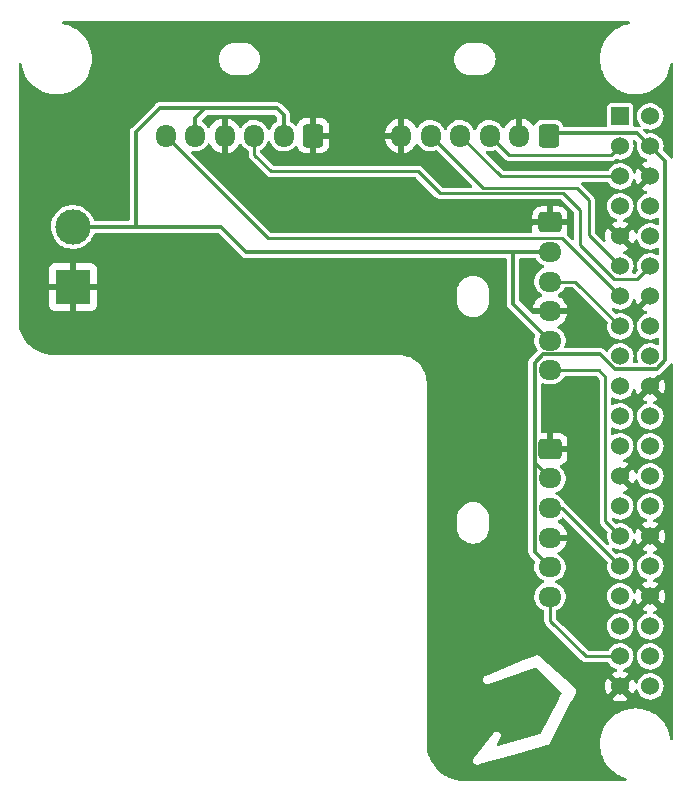
<source format=gbr>
%TF.GenerationSoftware,KiCad,Pcbnew,(6.0.9)*%
%TF.CreationDate,2023-02-22T10:58:03-06:00*%
%TF.ProjectId,shooting,73686f6f-7469-46e6-972e-6b696361645f,rev?*%
%TF.SameCoordinates,Original*%
%TF.FileFunction,Copper,L1,Top*%
%TF.FilePolarity,Positive*%
%FSLAX46Y46*%
G04 Gerber Fmt 4.6, Leading zero omitted, Abs format (unit mm)*
G04 Created by KiCad (PCBNEW (6.0.9)) date 2023-02-22 10:58:03*
%MOMM*%
%LPD*%
G01*
G04 APERTURE LIST*
G04 Aperture macros list*
%AMRoundRect*
0 Rectangle with rounded corners*
0 $1 Rounding radius*
0 $2 $3 $4 $5 $6 $7 $8 $9 X,Y pos of 4 corners*
0 Add a 4 corners polygon primitive as box body*
4,1,4,$2,$3,$4,$5,$6,$7,$8,$9,$2,$3,0*
0 Add four circle primitives for the rounded corners*
1,1,$1+$1,$2,$3*
1,1,$1+$1,$4,$5*
1,1,$1+$1,$6,$7*
1,1,$1+$1,$8,$9*
0 Add four rect primitives between the rounded corners*
20,1,$1+$1,$2,$3,$4,$5,0*
20,1,$1+$1,$4,$5,$6,$7,0*
20,1,$1+$1,$6,$7,$8,$9,0*
20,1,$1+$1,$8,$9,$2,$3,0*%
G04 Aperture macros list end*
%TA.AperFunction,ComponentPad*%
%ADD10RoundRect,0.250000X0.600000X0.725000X-0.600000X0.725000X-0.600000X-0.725000X0.600000X-0.725000X0*%
%TD*%
%TA.AperFunction,ComponentPad*%
%ADD11O,1.700000X1.950000*%
%TD*%
%TA.AperFunction,ComponentPad*%
%ADD12R,1.530000X1.530000*%
%TD*%
%TA.AperFunction,ComponentPad*%
%ADD13C,1.530000*%
%TD*%
%TA.AperFunction,ComponentPad*%
%ADD14RoundRect,0.250000X-0.725000X0.600000X-0.725000X-0.600000X0.725000X-0.600000X0.725000X0.600000X0*%
%TD*%
%TA.AperFunction,ComponentPad*%
%ADD15O,1.950000X1.700000*%
%TD*%
%TA.AperFunction,ComponentPad*%
%ADD16R,3.000000X3.000000*%
%TD*%
%TA.AperFunction,ComponentPad*%
%ADD17C,3.000000*%
%TD*%
%TA.AperFunction,Conductor*%
%ADD18C,0.250000*%
%TD*%
%TA.AperFunction,Conductor*%
%ADD19C,0.350000*%
%TD*%
G04 APERTURE END LIST*
D10*
%TO.P,J6,1,Pin_1*%
%TO.N,+5V*%
X135155000Y-72030000D03*
D11*
%TO.P,J6,2,Pin_2*%
%TO.N,GND*%
X132655000Y-72030000D03*
%TO.P,J6,3,Pin_3*%
%TO.N,SDA*%
X130155000Y-72030000D03*
%TO.P,J6,4,Pin_4*%
%TO.N,SCL*%
X127655000Y-72030000D03*
%TO.P,J6,5,Pin_5*%
%TO.N,Interrupt*%
X125155000Y-72030000D03*
%TO.P,J6,6,Pin_6*%
%TO.N,GND*%
X122655000Y-72030000D03*
%TD*%
D10*
%TO.P,J3,1,Pin_1*%
%TO.N,GND*%
X115216000Y-72030000D03*
D11*
%TO.P,J3,2,Pin_2*%
%TO.N,+6V*%
X112716000Y-72030000D03*
%TO.P,J3,3,Pin_3*%
%TO.N,Servo1*%
X110216000Y-72030000D03*
%TO.P,J3,4,Pin_4*%
%TO.N,GND*%
X107716000Y-72030000D03*
%TO.P,J3,5,Pin_5*%
%TO.N,+6V*%
X105216000Y-72030000D03*
%TO.P,J3,6,Pin_6*%
%TO.N,Servo2*%
X102716000Y-72030000D03*
%TD*%
D12*
%TO.P,U1,1,3V3*%
%TO.N,Net-(U1-Pad1)*%
X141213000Y-70391000D03*
D13*
%TO.P,U1,2,5V0*%
%TO.N,+5V*%
X143753000Y-70391000D03*
%TO.P,U1,3,GPIO2/SDA1*%
%TO.N,SDA*%
X141213000Y-72931000D03*
%TO.P,U1,4,5V0*%
%TO.N,+5V*%
X143753000Y-72931000D03*
%TO.P,U1,5,GPIO3/SCL1*%
%TO.N,SCL*%
X141213000Y-75471000D03*
%TO.P,U1,6,GND*%
%TO.N,GND*%
X143753000Y-75471000D03*
%TO.P,U1,7,GPIO4/GPIO_GCLK*%
%TO.N,unconnected-(U1-Pad7)*%
X141213000Y-78011000D03*
%TO.P,U1,8,TXD0/GPIO14*%
%TO.N,unconnected-(U1-Pad8)*%
X143753000Y-78011000D03*
%TO.P,U1,9,GND*%
%TO.N,GND*%
X141213000Y-80551000D03*
%TO.P,U1,10,RXD0/GPIO15*%
%TO.N,unconnected-(U1-Pad10)*%
X143753000Y-80551000D03*
%TO.P,U1,11,GPIO17/GPIO_GEN0*%
%TO.N,Interrupt*%
X141213000Y-83091000D03*
%TO.P,U1,12,GPIO18/GPIO_GEN1*%
%TO.N,Servo1*%
X143753000Y-83091000D03*
%TO.P,U1,13,GPIO27/GPIO_GEN2*%
%TO.N,Servo2*%
X141213000Y-85631000D03*
%TO.P,U1,14,GND*%
%TO.N,GND*%
X143753000Y-85631000D03*
%TO.P,U1,15,GPIO22/GPIO_GEN3*%
%TO.N,Servo3*%
X141213000Y-88171000D03*
%TO.P,U1,16,GPIO23/GPIO_GEN4*%
%TO.N,unconnected-(U1-Pad16)*%
X143753000Y-88171000D03*
%TO.P,U1,17,3V3*%
%TO.N,Net-(U1-Pad1)*%
X141213000Y-90711000D03*
%TO.P,U1,18,GPIO24/GPIO_GEN5*%
%TO.N,unconnected-(U1-Pad18)*%
X143753000Y-90711000D03*
%TO.P,U1,19,GPIO10/SPI_MOSI*%
%TO.N,unconnected-(U1-Pad19)*%
X141213000Y-93251000D03*
%TO.P,U1,20,GND*%
%TO.N,GND*%
X143753000Y-93251000D03*
%TO.P,U1,21,GPIO9/SPI_MISO*%
%TO.N,unconnected-(U1-Pad21)*%
X141213000Y-95791000D03*
%TO.P,U1,22,GPIO25/GPIO_GEN6*%
%TO.N,unconnected-(U1-Pad22)*%
X143753000Y-95791000D03*
%TO.P,U1,23,GPIO11/SPI_SCLK*%
%TO.N,unconnected-(U1-Pad23)*%
X141213000Y-98331000D03*
%TO.P,U1,24,GPIO8/~{SPI_CE0}*%
%TO.N,unconnected-(U1-Pad24)*%
X143753000Y-98331000D03*
%TO.P,U1,25,GND*%
%TO.N,GND*%
X141213000Y-100871000D03*
%TO.P,U1,26,GPIO7/~{SPI_CE1}*%
%TO.N,unconnected-(U1-Pad26)*%
X143753000Y-100871000D03*
%TO.P,U1,27,ID_SD*%
%TO.N,unconnected-(U1-Pad27)*%
X141213000Y-103411000D03*
%TO.P,U1,28,ID_SC*%
%TO.N,unconnected-(U1-Pad28)*%
X143753000Y-103411000D03*
%TO.P,U1,29,GPIO5*%
%TO.N,Servo4*%
X141213000Y-105951000D03*
%TO.P,U1,30,GND*%
%TO.N,GND*%
X143753000Y-105951000D03*
%TO.P,U1,31,GPIO6*%
%TO.N,ESC1*%
X141213000Y-108491000D03*
%TO.P,U1,32,GPIO12*%
%TO.N,unconnected-(U1-Pad32)*%
X143753000Y-108491000D03*
%TO.P,U1,33,GPIO13*%
%TO.N,unconnected-(U1-Pad33)*%
X141213000Y-111031000D03*
%TO.P,U1,34,GND*%
%TO.N,GND*%
X143753000Y-111031000D03*
%TO.P,U1,35,GPIO19*%
%TO.N,unconnected-(U1-Pad35)*%
X141213000Y-113571000D03*
%TO.P,U1,36,GPIO16*%
%TO.N,unconnected-(U1-Pad36)*%
X143753000Y-113571000D03*
%TO.P,U1,37,GPIO26*%
%TO.N,ESC2*%
X141213000Y-116111000D03*
%TO.P,U1,38,GPIO20*%
%TO.N,unconnected-(U1-Pad38)*%
X143753000Y-116111000D03*
%TO.P,U1,39,GND*%
%TO.N,GND*%
X141213000Y-118651000D03*
%TO.P,U1,40,GPIO21*%
%TO.N,unconnected-(U1-Pad40)*%
X143753000Y-118651000D03*
%TD*%
D14*
%TO.P,J5,1,Pin_1*%
%TO.N,GND*%
X135255000Y-98552000D03*
D15*
%TO.P,J5,2,Pin_2*%
%TO.N,+5V*%
X135255000Y-101052000D03*
%TO.P,J5,3,Pin_3*%
%TO.N,ESC1*%
X135255000Y-103552000D03*
%TO.P,J5,4,Pin_4*%
%TO.N,GND*%
X135255000Y-106052000D03*
%TO.P,J5,5,Pin_5*%
%TO.N,+5V*%
X135255000Y-108552000D03*
%TO.P,J5,6,Pin_6*%
%TO.N,ESC2*%
X135255000Y-111052000D03*
%TD*%
D16*
%TO.P,J2,1,Pin_1*%
%TO.N,GND*%
X94869000Y-84836000D03*
D17*
%TO.P,J2,2,Pin_2*%
%TO.N,+6V*%
X94869000Y-79756000D03*
%TD*%
D14*
%TO.P,J4,1,Pin_1*%
%TO.N,GND*%
X135255000Y-79375000D03*
D15*
%TO.P,J4,2,Pin_2*%
%TO.N,+6V*%
X135255000Y-81875000D03*
%TO.P,J4,3,Pin_3*%
%TO.N,Servo3*%
X135255000Y-84375000D03*
%TO.P,J4,4,Pin_4*%
%TO.N,GND*%
X135255000Y-86875000D03*
%TO.P,J4,5,Pin_5*%
%TO.N,+6V*%
X135255000Y-89375000D03*
%TO.P,J4,6,Pin_6*%
%TO.N,Servo4*%
X135255000Y-91875000D03*
%TD*%
D18*
%TO.N,SDA*%
X140448000Y-73696000D02*
X141213000Y-72931000D01*
X130155000Y-72030000D02*
X131821000Y-73696000D01*
X131821000Y-73696000D02*
X140448000Y-73696000D01*
%TO.N,SCL*%
X131096000Y-75471000D02*
X141213000Y-75471000D01*
X127655000Y-72030000D02*
X131096000Y-75471000D01*
%TO.N,Servo1*%
X137795000Y-78359000D02*
X136340000Y-76904000D01*
X124079000Y-75057000D02*
X111633000Y-75057000D01*
X137795000Y-81280000D02*
X137795000Y-78359000D01*
X143753000Y-83091000D02*
X142663000Y-84181000D01*
X125926000Y-76904000D02*
X124079000Y-75057000D01*
X140696000Y-84181000D02*
X137795000Y-81280000D01*
X111633000Y-75057000D02*
X110216000Y-73640000D01*
X110216000Y-73640000D02*
X110216000Y-72030000D01*
X136340000Y-76904000D02*
X125926000Y-76904000D01*
X142663000Y-84181000D02*
X140696000Y-84181000D01*
%TO.N,Servo2*%
X141213000Y-85631000D02*
X136282000Y-80700000D01*
X136282000Y-80700000D02*
X111386000Y-80700000D01*
X111386000Y-80700000D02*
X102716000Y-72030000D01*
%TO.N,Servo3*%
X135255000Y-84375000D02*
X137417000Y-84375000D01*
X137417000Y-84375000D02*
X141213000Y-88171000D01*
%TO.N,Interrupt*%
X137541000Y-76454000D02*
X129579000Y-76454000D01*
X129579000Y-76454000D02*
X125155000Y-72030000D01*
X138557000Y-77470000D02*
X137541000Y-76454000D01*
X141213000Y-83091000D02*
X138557000Y-80435000D01*
X138557000Y-80435000D02*
X138557000Y-77470000D01*
%TO.N,Servo4*%
X139373000Y-91875000D02*
X139954000Y-92456000D01*
X139954000Y-92456000D02*
X139954000Y-104692000D01*
X139954000Y-104692000D02*
X141213000Y-105951000D01*
X135255000Y-91875000D02*
X139373000Y-91875000D01*
%TO.N,ESC1*%
X136274000Y-103552000D02*
X141213000Y-108491000D01*
X135255000Y-103552000D02*
X136274000Y-103552000D01*
%TO.N,ESC2*%
X135255000Y-111052000D02*
X135255000Y-113087000D01*
X138279000Y-116111000D02*
X141213000Y-116111000D01*
X135255000Y-113087000D02*
X138279000Y-116111000D01*
D19*
%TO.N,+6V*%
X102235000Y-69723000D02*
X100203000Y-71755000D01*
X109561000Y-81875000D02*
X132120000Y-81875000D01*
X106045000Y-69723000D02*
X102235000Y-69723000D01*
X132120000Y-86066000D02*
X132120000Y-81875000D01*
X100203000Y-71755000D02*
X100203000Y-79756000D01*
X135255000Y-89375000D02*
X132120000Y-86240000D01*
X112141000Y-69723000D02*
X106045000Y-69723000D01*
X132120000Y-86240000D02*
X132120000Y-86066000D01*
X100203000Y-79756000D02*
X107442000Y-79756000D01*
X112716000Y-72030000D02*
X112716000Y-70298000D01*
X132120000Y-81875000D02*
X135255000Y-81875000D01*
X106045000Y-69723000D02*
X105216000Y-70552000D01*
X112716000Y-70298000D02*
X112141000Y-69723000D01*
X94869000Y-79756000D02*
X100203000Y-79756000D01*
X107442000Y-79756000D02*
X109561000Y-81875000D01*
X105216000Y-70552000D02*
X105216000Y-72030000D01*
%TO.N,+5V*%
X142663000Y-71841000D02*
X143753000Y-72931000D01*
X135255000Y-108552000D02*
X133955000Y-107252000D01*
X144292000Y-91801000D02*
X145034000Y-91059000D01*
X135155000Y-72030000D02*
X135344000Y-71841000D01*
X145034000Y-91059000D02*
X145034000Y-74212000D01*
X133955000Y-91238299D02*
X134643299Y-90550000D01*
X145034000Y-74212000D02*
X143753000Y-72931000D01*
X140761507Y-91801000D02*
X144292000Y-91801000D01*
X133955000Y-99752000D02*
X133955000Y-91238299D01*
X135255000Y-101052000D02*
X133955000Y-99752000D01*
X134643299Y-90550000D02*
X139510507Y-90550000D01*
X133955000Y-107252000D02*
X133955000Y-99752000D01*
X139510507Y-90550000D02*
X140761507Y-91801000D01*
X135344000Y-71841000D02*
X142663000Y-71841000D01*
%TD*%
%TA.AperFunction,Conductor*%
%TO.N,GND*%
G36*
X141957528Y-62346502D02*
G01*
X142004021Y-62400158D01*
X142014125Y-62470432D01*
X141984631Y-62535012D01*
X141924905Y-62573396D01*
X141907895Y-62577136D01*
X141900795Y-62578189D01*
X141900791Y-62578190D01*
X141897729Y-62578644D01*
X141894730Y-62579395D01*
X141894726Y-62579396D01*
X141753649Y-62614734D01*
X141612146Y-62650179D01*
X141609249Y-62651216D01*
X141609241Y-62651218D01*
X141484400Y-62695887D01*
X141334950Y-62749361D01*
X141332167Y-62750677D01*
X141332158Y-62750681D01*
X141071592Y-62873920D01*
X141068810Y-62875236D01*
X141066168Y-62876819D01*
X141066169Y-62876819D01*
X140818939Y-63025002D01*
X140818930Y-63025008D01*
X140816289Y-63026591D01*
X140579820Y-63201969D01*
X140361680Y-63399680D01*
X140163969Y-63617820D01*
X139988591Y-63854289D01*
X139987008Y-63856930D01*
X139987002Y-63856939D01*
X139943661Y-63929250D01*
X139837236Y-64106810D01*
X139835922Y-64109589D01*
X139835920Y-64109592D01*
X139712681Y-64370158D01*
X139712677Y-64370167D01*
X139711361Y-64372950D01*
X139612179Y-64650146D01*
X139576734Y-64791649D01*
X139560327Y-64857152D01*
X139540644Y-64935729D01*
X139497446Y-65226949D01*
X139497294Y-65230035D01*
X139497294Y-65230039D01*
X139483478Y-65511274D01*
X139483000Y-65521000D01*
X139497446Y-65815051D01*
X139540644Y-66106271D01*
X139612179Y-66391854D01*
X139613216Y-66394751D01*
X139613218Y-66394759D01*
X139616989Y-66405298D01*
X139711361Y-66669050D01*
X139712677Y-66671833D01*
X139712681Y-66671842D01*
X139835920Y-66932408D01*
X139837236Y-66935190D01*
X139838819Y-66937831D01*
X139987002Y-67185061D01*
X139987008Y-67185070D01*
X139988591Y-67187711D01*
X140163969Y-67424180D01*
X140361680Y-67642320D01*
X140579820Y-67840031D01*
X140816289Y-68015409D01*
X140818930Y-68016992D01*
X140818939Y-68016998D01*
X141049175Y-68154995D01*
X141068810Y-68166764D01*
X141071589Y-68168078D01*
X141071592Y-68168080D01*
X141332158Y-68291319D01*
X141332167Y-68291323D01*
X141334950Y-68292639D01*
X141484400Y-68346113D01*
X141609241Y-68390782D01*
X141609249Y-68390784D01*
X141612146Y-68391821D01*
X141753649Y-68427266D01*
X141894726Y-68462604D01*
X141894730Y-68462605D01*
X141897729Y-68463356D01*
X141900791Y-68463810D01*
X141900795Y-68463811D01*
X142095210Y-68492649D01*
X142188949Y-68506554D01*
X142192035Y-68506706D01*
X142192039Y-68506706D01*
X142479906Y-68520848D01*
X142483000Y-68521000D01*
X142486094Y-68520848D01*
X142773961Y-68506706D01*
X142773965Y-68506706D01*
X142777051Y-68506554D01*
X142870790Y-68492649D01*
X143065205Y-68463811D01*
X143065209Y-68463810D01*
X143068271Y-68463356D01*
X143071270Y-68462605D01*
X143071274Y-68462604D01*
X143212351Y-68427266D01*
X143353854Y-68391821D01*
X143356751Y-68390784D01*
X143356759Y-68390782D01*
X143481600Y-68346113D01*
X143631050Y-68292639D01*
X143633833Y-68291323D01*
X143633842Y-68291319D01*
X143894408Y-68168080D01*
X143894411Y-68168078D01*
X143897190Y-68166764D01*
X143916825Y-68154995D01*
X144147061Y-68016998D01*
X144147070Y-68016992D01*
X144149711Y-68015409D01*
X144386180Y-67840031D01*
X144604320Y-67642320D01*
X144802031Y-67424180D01*
X144977409Y-67187711D01*
X144978992Y-67185070D01*
X144978998Y-67185061D01*
X145127181Y-66937831D01*
X145128764Y-66935190D01*
X145130080Y-66932408D01*
X145253319Y-66671842D01*
X145253323Y-66671833D01*
X145254639Y-66669050D01*
X145349011Y-66405298D01*
X145352782Y-66394759D01*
X145352784Y-66394751D01*
X145353821Y-66391854D01*
X145425356Y-66106271D01*
X145448864Y-65947791D01*
X145478645Y-65883343D01*
X145538541Y-65845226D01*
X145609537Y-65845542D01*
X145669092Y-65884192D01*
X145698296Y-65948904D01*
X145699500Y-65966279D01*
X145699500Y-73840927D01*
X145679498Y-73909048D01*
X145625842Y-73955541D01*
X145555568Y-73965645D01*
X145490988Y-73936151D01*
X145467170Y-73906681D01*
X145466794Y-73906942D01*
X145463194Y-73901762D01*
X145463087Y-73901629D01*
X145459848Y-73895738D01*
X145453165Y-73887995D01*
X145429956Y-73864786D01*
X145421130Y-73854985D01*
X145402517Y-73831999D01*
X145402515Y-73831997D01*
X145397112Y-73825325D01*
X145382862Y-73815198D01*
X145366757Y-73801587D01*
X144875399Y-73310229D01*
X144841373Y-73247917D01*
X144841955Y-73193618D01*
X144842326Y-73192524D01*
X144844296Y-73178941D01*
X144863530Y-73046282D01*
X144871744Y-72989631D01*
X144873279Y-72931000D01*
X144854520Y-72726845D01*
X144846408Y-72698081D01*
X144800441Y-72535093D01*
X144800439Y-72535088D01*
X144798871Y-72529528D01*
X144708195Y-72345656D01*
X144585530Y-72181387D01*
X144434983Y-72042223D01*
X144261596Y-71932824D01*
X144071176Y-71856854D01*
X144065516Y-71855728D01*
X144065512Y-71855727D01*
X143875769Y-71817985D01*
X143875764Y-71817985D01*
X143870101Y-71816858D01*
X143864326Y-71816782D01*
X143864322Y-71816782D01*
X143761605Y-71815437D01*
X143665104Y-71814174D01*
X143659407Y-71815153D01*
X143659406Y-71815153D01*
X143485545Y-71845028D01*
X143415021Y-71836851D01*
X143375112Y-71809943D01*
X143195220Y-71630051D01*
X143161194Y-71567739D01*
X143166259Y-71496924D01*
X143208806Y-71440088D01*
X143275326Y-71415277D01*
X143334053Y-71425188D01*
X143396355Y-71451955D01*
X143406815Y-71456449D01*
X143456772Y-71467753D01*
X143601137Y-71500420D01*
X143601142Y-71500421D01*
X143606774Y-71501695D01*
X143612545Y-71501922D01*
X143612547Y-71501922D01*
X143674339Y-71504350D01*
X143811631Y-71509744D01*
X143916050Y-71494604D01*
X144008810Y-71481155D01*
X144008815Y-71481154D01*
X144014524Y-71480326D01*
X144019988Y-71478471D01*
X144019993Y-71478470D01*
X144203187Y-71416284D01*
X144203192Y-71416282D01*
X144208659Y-71414426D01*
X144221182Y-71407413D01*
X144382495Y-71317073D01*
X144382499Y-71317070D01*
X144387533Y-71314251D01*
X144391970Y-71310561D01*
X144391974Y-71310558D01*
X144540719Y-71186848D01*
X144545157Y-71183157D01*
X144567390Y-71156425D01*
X144672558Y-71029974D01*
X144672561Y-71029970D01*
X144676251Y-71025533D01*
X144679070Y-71020499D01*
X144679073Y-71020495D01*
X144773603Y-70851700D01*
X144773603Y-70851699D01*
X144776426Y-70846659D01*
X144778282Y-70841192D01*
X144778284Y-70841187D01*
X144840470Y-70657993D01*
X144840471Y-70657988D01*
X144842326Y-70652524D01*
X144843154Y-70646815D01*
X144843155Y-70646810D01*
X144866321Y-70487031D01*
X144871744Y-70449631D01*
X144873279Y-70391000D01*
X144854520Y-70186845D01*
X144844852Y-70152564D01*
X144800441Y-69995093D01*
X144800439Y-69995088D01*
X144798871Y-69989528D01*
X144708195Y-69805656D01*
X144585530Y-69641387D01*
X144494855Y-69557568D01*
X144439223Y-69506142D01*
X144439220Y-69506140D01*
X144434983Y-69502223D01*
X144261596Y-69392824D01*
X144071176Y-69316854D01*
X144065516Y-69315728D01*
X144065512Y-69315727D01*
X143875769Y-69277985D01*
X143875764Y-69277985D01*
X143870101Y-69276858D01*
X143864326Y-69276782D01*
X143864322Y-69276782D01*
X143761605Y-69275437D01*
X143665104Y-69274174D01*
X143659407Y-69275153D01*
X143659406Y-69275153D01*
X143492485Y-69303836D01*
X143463050Y-69308894D01*
X143270707Y-69379853D01*
X143265746Y-69382805D01*
X143265745Y-69382805D01*
X143188087Y-69429007D01*
X143094517Y-69484675D01*
X142940378Y-69619851D01*
X142936811Y-69624376D01*
X142936806Y-69624381D01*
X142817033Y-69776313D01*
X142813455Y-69780852D01*
X142810764Y-69785968D01*
X142810762Y-69785970D01*
X142729205Y-69940985D01*
X142717997Y-69962288D01*
X142657202Y-70158081D01*
X142633105Y-70361675D01*
X142646513Y-70566250D01*
X142657888Y-70611037D01*
X142681762Y-70705039D01*
X142696979Y-70764957D01*
X142782810Y-70951139D01*
X142901133Y-71118563D01*
X142903264Y-71120638D01*
X142931921Y-71184597D01*
X142921316Y-71254797D01*
X142874440Y-71308119D01*
X142806178Y-71327634D01*
X142789557Y-71325562D01*
X142789525Y-71325870D01*
X142775761Y-71324423D01*
X142753784Y-71320112D01*
X142746822Y-71318089D01*
X142746820Y-71318089D01*
X142740488Y-71316249D01*
X142733673Y-71315749D01*
X142732596Y-71315669D01*
X142732583Y-71315669D01*
X142730288Y-71315500D01*
X142697461Y-71315500D01*
X142684290Y-71314810D01*
X142679533Y-71314310D01*
X142646338Y-71310821D01*
X142637872Y-71312253D01*
X142637869Y-71312253D01*
X142629102Y-71313736D01*
X142608090Y-71315500D01*
X142454480Y-71315500D01*
X142386359Y-71295498D01*
X142339866Y-71241842D01*
X142330356Y-71189218D01*
X142328500Y-71189218D01*
X142328500Y-69592782D01*
X142319871Y-69534162D01*
X142319784Y-69533574D01*
X142319784Y-69533573D01*
X142318358Y-69523888D01*
X142266932Y-69419145D01*
X142209311Y-69361624D01*
X142191721Y-69344065D01*
X142191720Y-69344065D01*
X142184350Y-69336707D01*
X142174138Y-69331715D01*
X142129220Y-69309759D01*
X142079518Y-69285464D01*
X142049027Y-69281016D01*
X142015744Y-69276160D01*
X142015740Y-69276160D01*
X142011218Y-69275500D01*
X140414782Y-69275500D01*
X140410232Y-69276170D01*
X140410229Y-69276170D01*
X140355574Y-69284216D01*
X140355573Y-69284216D01*
X140345888Y-69285642D01*
X140308831Y-69303836D01*
X140250493Y-69332478D01*
X140250491Y-69332479D01*
X140241145Y-69337068D01*
X140158707Y-69419650D01*
X140107464Y-69524482D01*
X140097500Y-69592782D01*
X140097500Y-71189218D01*
X140095227Y-71189218D01*
X140082285Y-71249561D01*
X140032230Y-71299910D01*
X139971521Y-71315500D01*
X136472563Y-71315500D01*
X136404442Y-71295498D01*
X136357949Y-71241842D01*
X136347641Y-71205946D01*
X136341122Y-71156425D01*
X136341122Y-71156423D01*
X136340044Y-71148238D01*
X136279536Y-71002159D01*
X136183282Y-70876718D01*
X136057841Y-70780464D01*
X135911762Y-70719956D01*
X135852082Y-70712099D01*
X135798448Y-70705038D01*
X135798447Y-70705038D01*
X135794361Y-70704500D01*
X135155078Y-70704500D01*
X134515640Y-70704501D01*
X134511556Y-70705039D01*
X134511550Y-70705039D01*
X134406425Y-70718878D01*
X134406423Y-70718878D01*
X134398238Y-70719956D01*
X134252159Y-70780464D01*
X134126718Y-70876718D01*
X134030464Y-71002159D01*
X134001834Y-71071278D01*
X133988437Y-71103621D01*
X133943888Y-71158901D01*
X133876525Y-71181322D01*
X133807734Y-71163764D01*
X133767507Y-71125768D01*
X133720148Y-71055422D01*
X133713481Y-71047130D01*
X133561772Y-70888100D01*
X133553814Y-70881059D01*
X133377475Y-70749859D01*
X133368438Y-70744255D01*
X133172516Y-70644643D01*
X133162665Y-70640643D01*
X132952760Y-70575466D01*
X132942376Y-70573183D01*
X132926957Y-70571139D01*
X132912793Y-70573335D01*
X132909000Y-70586522D01*
X132909000Y-72158000D01*
X132888998Y-72226121D01*
X132835342Y-72272614D01*
X132783000Y-72284000D01*
X132527000Y-72284000D01*
X132458879Y-72263998D01*
X132412386Y-72210342D01*
X132401000Y-72158000D01*
X132401000Y-70588808D01*
X132397027Y-70575277D01*
X132386420Y-70573752D01*
X132268579Y-70598477D01*
X132258383Y-70601537D01*
X132053971Y-70682263D01*
X132044439Y-70686994D01*
X131856538Y-70801016D01*
X131847948Y-70807280D01*
X131681948Y-70951327D01*
X131674528Y-70958958D01*
X131535174Y-71128911D01*
X131529150Y-71137678D01*
X131424847Y-71320912D01*
X131373765Y-71370218D01*
X131304135Y-71384080D01*
X131238064Y-71358097D01*
X131202340Y-71314310D01*
X131185535Y-71280234D01*
X131182980Y-71275053D01*
X131170330Y-71258112D01*
X131054420Y-71102891D01*
X131054420Y-71102890D01*
X131050967Y-71098267D01*
X130939911Y-70995608D01*
X130893189Y-70952418D01*
X130893186Y-70952416D01*
X130888949Y-70948499D01*
X130702350Y-70830764D01*
X130497421Y-70749006D01*
X130491761Y-70747880D01*
X130491757Y-70747879D01*
X130286691Y-70707089D01*
X130286688Y-70707089D01*
X130281024Y-70705962D01*
X130275249Y-70705886D01*
X130275245Y-70705886D01*
X130164504Y-70704437D01*
X130060406Y-70703074D01*
X130054709Y-70704053D01*
X130054708Y-70704053D01*
X129848654Y-70739459D01*
X129848653Y-70739459D01*
X129842957Y-70740438D01*
X129635957Y-70816804D01*
X129630996Y-70819756D01*
X129630995Y-70819756D01*
X129516120Y-70888100D01*
X129446341Y-70929614D01*
X129280457Y-71075090D01*
X129143863Y-71248360D01*
X129041131Y-71443620D01*
X129039418Y-71449138D01*
X129039414Y-71449148D01*
X129026392Y-71491084D01*
X128987089Y-71550210D01*
X128922060Y-71578700D01*
X128851951Y-71567510D01*
X128799021Y-71520193D01*
X128784792Y-71487925D01*
X128780565Y-71472936D01*
X128682980Y-71275053D01*
X128670330Y-71258112D01*
X128554420Y-71102891D01*
X128554420Y-71102890D01*
X128550967Y-71098267D01*
X128439911Y-70995608D01*
X128393189Y-70952418D01*
X128393186Y-70952416D01*
X128388949Y-70948499D01*
X128202350Y-70830764D01*
X127997421Y-70749006D01*
X127991761Y-70747880D01*
X127991757Y-70747879D01*
X127786691Y-70707089D01*
X127786688Y-70707089D01*
X127781024Y-70705962D01*
X127775249Y-70705886D01*
X127775245Y-70705886D01*
X127664504Y-70704437D01*
X127560406Y-70703074D01*
X127554709Y-70704053D01*
X127554708Y-70704053D01*
X127348654Y-70739459D01*
X127348653Y-70739459D01*
X127342957Y-70740438D01*
X127135957Y-70816804D01*
X127130996Y-70819756D01*
X127130995Y-70819756D01*
X127016120Y-70888100D01*
X126946341Y-70929614D01*
X126780457Y-71075090D01*
X126643863Y-71248360D01*
X126541131Y-71443620D01*
X126539418Y-71449138D01*
X126539414Y-71449148D01*
X126526392Y-71491084D01*
X126487089Y-71550210D01*
X126422060Y-71578700D01*
X126351951Y-71567510D01*
X126299021Y-71520193D01*
X126284792Y-71487925D01*
X126280565Y-71472936D01*
X126182980Y-71275053D01*
X126170330Y-71258112D01*
X126054420Y-71102891D01*
X126054420Y-71102890D01*
X126050967Y-71098267D01*
X125939911Y-70995608D01*
X125893189Y-70952418D01*
X125893186Y-70952416D01*
X125888949Y-70948499D01*
X125702350Y-70830764D01*
X125497421Y-70749006D01*
X125491761Y-70747880D01*
X125491757Y-70747879D01*
X125286691Y-70707089D01*
X125286688Y-70707089D01*
X125281024Y-70705962D01*
X125275249Y-70705886D01*
X125275245Y-70705886D01*
X125164504Y-70704437D01*
X125060406Y-70703074D01*
X125054709Y-70704053D01*
X125054708Y-70704053D01*
X124848654Y-70739459D01*
X124848653Y-70739459D01*
X124842957Y-70740438D01*
X124635957Y-70816804D01*
X124630996Y-70819756D01*
X124630995Y-70819756D01*
X124516120Y-70888100D01*
X124446341Y-70929614D01*
X124280457Y-71075090D01*
X124143863Y-71248360D01*
X124130712Y-71273356D01*
X124105113Y-71322011D01*
X124055693Y-71372983D01*
X123986561Y-71389146D01*
X123919665Y-71365367D01*
X123878723Y-71315093D01*
X123848065Y-71247034D01*
X123842894Y-71237744D01*
X123720150Y-71055425D01*
X123713481Y-71047130D01*
X123561772Y-70888100D01*
X123553814Y-70881059D01*
X123377475Y-70749859D01*
X123368438Y-70744255D01*
X123172516Y-70644643D01*
X123162665Y-70640643D01*
X122952760Y-70575466D01*
X122942376Y-70573183D01*
X122926957Y-70571139D01*
X122912793Y-70573335D01*
X122909000Y-70586522D01*
X122909000Y-73471192D01*
X122912973Y-73484723D01*
X122923580Y-73486248D01*
X123041421Y-73461523D01*
X123051617Y-73458463D01*
X123256029Y-73377737D01*
X123265561Y-73373006D01*
X123453462Y-73258984D01*
X123462052Y-73252720D01*
X123628052Y-73108673D01*
X123635472Y-73101042D01*
X123774826Y-72931089D01*
X123780850Y-72922322D01*
X123885153Y-72739088D01*
X123936235Y-72689782D01*
X124005865Y-72675920D01*
X124071936Y-72701903D01*
X124107660Y-72745690D01*
X124124465Y-72779766D01*
X124127020Y-72784947D01*
X124130474Y-72789573D01*
X124130475Y-72789574D01*
X124229603Y-72922322D01*
X124259033Y-72961733D01*
X124314353Y-73012870D01*
X124415371Y-73106250D01*
X124421051Y-73111501D01*
X124607650Y-73229236D01*
X124812579Y-73310994D01*
X124818239Y-73312120D01*
X124818243Y-73312121D01*
X125023309Y-73352911D01*
X125023312Y-73352911D01*
X125028976Y-73354038D01*
X125034751Y-73354114D01*
X125034755Y-73354114D01*
X125145496Y-73355563D01*
X125249594Y-73356926D01*
X125255292Y-73355947D01*
X125461346Y-73320541D01*
X125461347Y-73320541D01*
X125467043Y-73319562D01*
X125614219Y-73265266D01*
X125685053Y-73260454D01*
X125746925Y-73294383D01*
X128665946Y-76213405D01*
X128699972Y-76275717D01*
X128694907Y-76346533D01*
X128652360Y-76403368D01*
X128585840Y-76428179D01*
X128576851Y-76428500D01*
X126175149Y-76428500D01*
X126107028Y-76408498D01*
X126086054Y-76391595D01*
X124462872Y-74768414D01*
X124455900Y-74759688D01*
X124455442Y-74760077D01*
X124449626Y-74753243D01*
X124444835Y-74745650D01*
X124407293Y-74712494D01*
X124401606Y-74707148D01*
X124391085Y-74696627D01*
X124383513Y-74690952D01*
X124375682Y-74684576D01*
X124349474Y-74661430D01*
X124349475Y-74661430D01*
X124342745Y-74655487D01*
X124334618Y-74651671D01*
X124329281Y-74648166D01*
X124322463Y-74644070D01*
X124316880Y-74641013D01*
X124309695Y-74635628D01*
X124301290Y-74632477D01*
X124301288Y-74632476D01*
X124268546Y-74620202D01*
X124259226Y-74616275D01*
X124256010Y-74614765D01*
X124219452Y-74597601D01*
X124210582Y-74596220D01*
X124204502Y-74594361D01*
X124196781Y-74592335D01*
X124190568Y-74590969D01*
X124182157Y-74587816D01*
X124155120Y-74585807D01*
X124138324Y-74584559D01*
X124128277Y-74583405D01*
X124120855Y-74582249D01*
X124120853Y-74582249D01*
X124116044Y-74581500D01*
X124101838Y-74581500D01*
X124092501Y-74581154D01*
X124078329Y-74580101D01*
X124046326Y-74577723D01*
X124037550Y-74579596D01*
X124028593Y-74580207D01*
X124028586Y-74580101D01*
X124015333Y-74581500D01*
X111882149Y-74581500D01*
X111814028Y-74561498D01*
X111793054Y-74544595D01*
X110728405Y-73479947D01*
X110694380Y-73417635D01*
X110691500Y-73390852D01*
X110691500Y-73340752D01*
X110711502Y-73272631D01*
X110753077Y-73232467D01*
X110919694Y-73133340D01*
X110919695Y-73133339D01*
X110924659Y-73130386D01*
X111090543Y-72984910D01*
X111227137Y-72811640D01*
X111329869Y-72616380D01*
X111331584Y-72610857D01*
X111331586Y-72610852D01*
X111344608Y-72568916D01*
X111383911Y-72509790D01*
X111448940Y-72481300D01*
X111519049Y-72492490D01*
X111571979Y-72539807D01*
X111586208Y-72572075D01*
X111590435Y-72587064D01*
X111688020Y-72784947D01*
X111691474Y-72789573D01*
X111691475Y-72789574D01*
X111790603Y-72922322D01*
X111820033Y-72961733D01*
X111875353Y-73012870D01*
X111976371Y-73106250D01*
X111982051Y-73111501D01*
X112168650Y-73229236D01*
X112373579Y-73310994D01*
X112379239Y-73312120D01*
X112379243Y-73312121D01*
X112584309Y-73352911D01*
X112584312Y-73352911D01*
X112589976Y-73354038D01*
X112595751Y-73354114D01*
X112595755Y-73354114D01*
X112706496Y-73355563D01*
X112810594Y-73356926D01*
X112816292Y-73355947D01*
X113022346Y-73320541D01*
X113022347Y-73320541D01*
X113028043Y-73319562D01*
X113235043Y-73243196D01*
X113240005Y-73240244D01*
X113419694Y-73133340D01*
X113419695Y-73133339D01*
X113424659Y-73130386D01*
X113590543Y-72984910D01*
X113658917Y-72898177D01*
X113716796Y-72857064D01*
X113787716Y-72853770D01*
X113849159Y-72889341D01*
X113877390Y-72936307D01*
X113922588Y-73071784D01*
X113928761Y-73084962D01*
X114014063Y-73222807D01*
X114023099Y-73234208D01*
X114137829Y-73348739D01*
X114149240Y-73357751D01*
X114287243Y-73442816D01*
X114300424Y-73448963D01*
X114454710Y-73500138D01*
X114468086Y-73503005D01*
X114562438Y-73512672D01*
X114568854Y-73513000D01*
X114943885Y-73513000D01*
X114959124Y-73508525D01*
X114960329Y-73507135D01*
X114962000Y-73499452D01*
X114962000Y-73494884D01*
X115470000Y-73494884D01*
X115474475Y-73510123D01*
X115475865Y-73511328D01*
X115483548Y-73512999D01*
X115863095Y-73512999D01*
X115869614Y-73512662D01*
X115965206Y-73502743D01*
X115978600Y-73499851D01*
X116132784Y-73448412D01*
X116145962Y-73442239D01*
X116283807Y-73356937D01*
X116295208Y-73347901D01*
X116409739Y-73233171D01*
X116418751Y-73221760D01*
X116503816Y-73083757D01*
X116509963Y-73070576D01*
X116561138Y-72916290D01*
X116564005Y-72902914D01*
X116573672Y-72808562D01*
X116574000Y-72802146D01*
X116574000Y-72302115D01*
X116573436Y-72300193D01*
X121304410Y-72300193D01*
X121311124Y-72379325D01*
X121312914Y-72389797D01*
X121368130Y-72602535D01*
X121371665Y-72612575D01*
X121461937Y-72812970D01*
X121467106Y-72822256D01*
X121589850Y-73004575D01*
X121596519Y-73012870D01*
X121748228Y-73171900D01*
X121756186Y-73178941D01*
X121932525Y-73310141D01*
X121941562Y-73315745D01*
X122137484Y-73415357D01*
X122147335Y-73419357D01*
X122357240Y-73484534D01*
X122367624Y-73486817D01*
X122383043Y-73488861D01*
X122397207Y-73486665D01*
X122401000Y-73473478D01*
X122401000Y-72302115D01*
X122396525Y-72286876D01*
X122395135Y-72285671D01*
X122387452Y-72284000D01*
X121321151Y-72284000D01*
X121306473Y-72288310D01*
X121304410Y-72300193D01*
X116573436Y-72300193D01*
X116569525Y-72286876D01*
X116568135Y-72285671D01*
X116560452Y-72284000D01*
X115488115Y-72284000D01*
X115472876Y-72288475D01*
X115471671Y-72289865D01*
X115470000Y-72297548D01*
X115470000Y-73494884D01*
X114962000Y-73494884D01*
X114962000Y-71757885D01*
X115470000Y-71757885D01*
X115474475Y-71773124D01*
X115475865Y-71774329D01*
X115483548Y-71776000D01*
X116555884Y-71776000D01*
X116571123Y-71771525D01*
X116572328Y-71770135D01*
X116573999Y-71762452D01*
X116573999Y-71758174D01*
X121301496Y-71758174D01*
X121302915Y-71771414D01*
X121317550Y-71776000D01*
X122382885Y-71776000D01*
X122398124Y-71771525D01*
X122399329Y-71770135D01*
X122401000Y-71762452D01*
X122401000Y-70588808D01*
X122397027Y-70575277D01*
X122386420Y-70573752D01*
X122268579Y-70598477D01*
X122258383Y-70601537D01*
X122053971Y-70682263D01*
X122044439Y-70686994D01*
X121856538Y-70801016D01*
X121847948Y-70807280D01*
X121681948Y-70951327D01*
X121674528Y-70958958D01*
X121535174Y-71128911D01*
X121529150Y-71137678D01*
X121420424Y-71328682D01*
X121415959Y-71338346D01*
X121340969Y-71544941D01*
X121338198Y-71555208D01*
X121301496Y-71758174D01*
X116573999Y-71758174D01*
X116573999Y-71257905D01*
X116573662Y-71251386D01*
X116563743Y-71155794D01*
X116560851Y-71142400D01*
X116509412Y-70988216D01*
X116503239Y-70975038D01*
X116417937Y-70837193D01*
X116408901Y-70825792D01*
X116294171Y-70711261D01*
X116282760Y-70702249D01*
X116144757Y-70617184D01*
X116131576Y-70611037D01*
X115977290Y-70559862D01*
X115963914Y-70556995D01*
X115869562Y-70547328D01*
X115863145Y-70547000D01*
X115488115Y-70547000D01*
X115472876Y-70551475D01*
X115471671Y-70552865D01*
X115470000Y-70560548D01*
X115470000Y-71757885D01*
X114962000Y-71757885D01*
X114962000Y-70565116D01*
X114957525Y-70549877D01*
X114956135Y-70548672D01*
X114948452Y-70547001D01*
X114568905Y-70547001D01*
X114562386Y-70547338D01*
X114466794Y-70557257D01*
X114453400Y-70560149D01*
X114299216Y-70611588D01*
X114286038Y-70617761D01*
X114148193Y-70703063D01*
X114136792Y-70712099D01*
X114022261Y-70826829D01*
X114013249Y-70838240D01*
X113928184Y-70976243D01*
X113922037Y-70989424D01*
X113877710Y-71123065D01*
X113837279Y-71181424D01*
X113771715Y-71208661D01*
X113701833Y-71196127D01*
X113657159Y-71158786D01*
X113615420Y-71102891D01*
X113615420Y-71102890D01*
X113611967Y-71098267D01*
X113500911Y-70995608D01*
X113454189Y-70952418D01*
X113454186Y-70952416D01*
X113449949Y-70948499D01*
X113300264Y-70854055D01*
X113253326Y-70800790D01*
X113241500Y-70747494D01*
X113241500Y-70312435D01*
X113241611Y-70307159D01*
X113243727Y-70256666D01*
X113244087Y-70248081D01*
X113234662Y-70207895D01*
X113232500Y-70196229D01*
X113228067Y-70163864D01*
X113228066Y-70163862D01*
X113226901Y-70155354D01*
X113221405Y-70142653D01*
X113214373Y-70121390D01*
X113213172Y-70116271D01*
X113213171Y-70116269D01*
X113211210Y-70107907D01*
X113191319Y-70071725D01*
X113186112Y-70061095D01*
X113169720Y-70023217D01*
X113161008Y-70012458D01*
X113148520Y-69993874D01*
X113141847Y-69981737D01*
X113135165Y-69973995D01*
X113111956Y-69950786D01*
X113103130Y-69940985D01*
X113084517Y-69917999D01*
X113084515Y-69917997D01*
X113079112Y-69911325D01*
X113072110Y-69906349D01*
X113072107Y-69906346D01*
X113064865Y-69901199D01*
X113048760Y-69887590D01*
X112522793Y-69361624D01*
X112519140Y-69357814D01*
X112484934Y-69320615D01*
X112479116Y-69314288D01*
X112470417Y-69308894D01*
X112444045Y-69292543D01*
X112434262Y-69285819D01*
X112423951Y-69277992D01*
X112401396Y-69260872D01*
X112393409Y-69257710D01*
X112393406Y-69257708D01*
X112388517Y-69255772D01*
X112368516Y-69245713D01*
X112356750Y-69238418D01*
X112317119Y-69226904D01*
X112305895Y-69223060D01*
X112275516Y-69211033D01*
X112275513Y-69211032D01*
X112267528Y-69207871D01*
X112258991Y-69206974D01*
X112258984Y-69206972D01*
X112253761Y-69206423D01*
X112231784Y-69202112D01*
X112224822Y-69200089D01*
X112224820Y-69200089D01*
X112218488Y-69198249D01*
X112211673Y-69197749D01*
X112210596Y-69197669D01*
X112210583Y-69197669D01*
X112208288Y-69197500D01*
X112175461Y-69197500D01*
X112162290Y-69196810D01*
X112124338Y-69192821D01*
X112115872Y-69194253D01*
X112115869Y-69194253D01*
X112107102Y-69195736D01*
X112086090Y-69197500D01*
X106059435Y-69197500D01*
X106054159Y-69197389D01*
X106041894Y-69196875D01*
X105995081Y-69194913D01*
X105986717Y-69196875D01*
X105986016Y-69196941D01*
X105974160Y-69197500D01*
X102249435Y-69197500D01*
X102244159Y-69197389D01*
X102231894Y-69196875D01*
X102185081Y-69194913D01*
X102144895Y-69204338D01*
X102133229Y-69206500D01*
X102100864Y-69210933D01*
X102100862Y-69210934D01*
X102092354Y-69212099D01*
X102084473Y-69215510D01*
X102084471Y-69215510D01*
X102079653Y-69217595D01*
X102058390Y-69224627D01*
X102053271Y-69225828D01*
X102053269Y-69225829D01*
X102044907Y-69227790D01*
X102008725Y-69247681D01*
X101998095Y-69252888D01*
X101960217Y-69269280D01*
X101953541Y-69274686D01*
X101953539Y-69274687D01*
X101949458Y-69277992D01*
X101930874Y-69290480D01*
X101918737Y-69297153D01*
X101910995Y-69303836D01*
X101887791Y-69327040D01*
X101877991Y-69335865D01*
X101848325Y-69359888D01*
X101838194Y-69374144D01*
X101824587Y-69390244D01*
X99841636Y-71373195D01*
X99837827Y-71376848D01*
X99794288Y-71416884D01*
X99789760Y-71424187D01*
X99789759Y-71424188D01*
X99772543Y-71451955D01*
X99765820Y-71461737D01*
X99740872Y-71494604D01*
X99737710Y-71502591D01*
X99737708Y-71502594D01*
X99735772Y-71507483D01*
X99725713Y-71527484D01*
X99718418Y-71539250D01*
X99710141Y-71567739D01*
X99706905Y-71578877D01*
X99703060Y-71590105D01*
X99691033Y-71620484D01*
X99691032Y-71620487D01*
X99687871Y-71628472D01*
X99686974Y-71637009D01*
X99686972Y-71637016D01*
X99686423Y-71642239D01*
X99682112Y-71664215D01*
X99678249Y-71677512D01*
X99677766Y-71684091D01*
X99677678Y-71685289D01*
X99677500Y-71687712D01*
X99677500Y-71720539D01*
X99676810Y-71733710D01*
X99672821Y-71771662D01*
X99674253Y-71780128D01*
X99674253Y-71780131D01*
X99675736Y-71788898D01*
X99677500Y-71809910D01*
X99677500Y-79104500D01*
X99657498Y-79172621D01*
X99603842Y-79219114D01*
X99551500Y-79230500D01*
X96735463Y-79230500D01*
X96667342Y-79210498D01*
X96620849Y-79156842D01*
X96617251Y-79148111D01*
X96561401Y-78996724D01*
X96559860Y-78992547D01*
X96435420Y-78761920D01*
X96418169Y-78738563D01*
X96290634Y-78565894D01*
X96279726Y-78551126D01*
X96095884Y-78364374D01*
X95982698Y-78277993D01*
X95891107Y-78208093D01*
X95891103Y-78208090D01*
X95887562Y-78205388D01*
X95658917Y-78077340D01*
X95654768Y-78075735D01*
X95654764Y-78075733D01*
X95502947Y-78017000D01*
X95414512Y-77982787D01*
X95410191Y-77981785D01*
X95410183Y-77981783D01*
X95242069Y-77942817D01*
X95159221Y-77923614D01*
X94898141Y-77901002D01*
X94893706Y-77901246D01*
X94893702Y-77901246D01*
X94640921Y-77915157D01*
X94640914Y-77915158D01*
X94636478Y-77915402D01*
X94379456Y-77966527D01*
X94375246Y-77968005D01*
X94375244Y-77968006D01*
X94252816Y-78011000D01*
X94132201Y-78053357D01*
X94128250Y-78055410D01*
X94128244Y-78055412D01*
X94067081Y-78087184D01*
X93899647Y-78174159D01*
X93896032Y-78176742D01*
X93896026Y-78176746D01*
X93690055Y-78323935D01*
X93690051Y-78323938D01*
X93686434Y-78326523D01*
X93496816Y-78507409D01*
X93334578Y-78713208D01*
X93332346Y-78717050D01*
X93332343Y-78717055D01*
X93284909Y-78798719D01*
X93202955Y-78939813D01*
X93201290Y-78943925D01*
X93201287Y-78943930D01*
X93135054Y-79107452D01*
X93104574Y-79182703D01*
X93041399Y-79437032D01*
X93014688Y-79697726D01*
X93014863Y-79702177D01*
X93021106Y-79861053D01*
X93024977Y-79959582D01*
X93072058Y-80217376D01*
X93154994Y-80465965D01*
X93156987Y-80469953D01*
X93234018Y-80624116D01*
X93272128Y-80700387D01*
X93274657Y-80704046D01*
X93398184Y-80882775D01*
X93421124Y-80915967D01*
X93496318Y-80997311D01*
X93592642Y-81101513D01*
X93599010Y-81108402D01*
X93602464Y-81111214D01*
X93798778Y-81271039D01*
X93798782Y-81271042D01*
X93802235Y-81273853D01*
X93806057Y-81276154D01*
X93891592Y-81327650D01*
X94026745Y-81409019D01*
X94064084Y-81424830D01*
X94263962Y-81509468D01*
X94263966Y-81509469D01*
X94268060Y-81511203D01*
X94272352Y-81512341D01*
X94272355Y-81512342D01*
X94347665Y-81532310D01*
X94521365Y-81578366D01*
X94525789Y-81578890D01*
X94525791Y-81578890D01*
X94676572Y-81596736D01*
X94781607Y-81609167D01*
X95043592Y-81602993D01*
X95047986Y-81602262D01*
X95047993Y-81602261D01*
X95297692Y-81560700D01*
X95297696Y-81560699D01*
X95302094Y-81559967D01*
X95505256Y-81495715D01*
X95547709Y-81482289D01*
X95547711Y-81482288D01*
X95551955Y-81480946D01*
X95555966Y-81479020D01*
X95555971Y-81479018D01*
X95784169Y-81369439D01*
X95784170Y-81369438D01*
X95788188Y-81367509D01*
X95896544Y-81295108D01*
X96002380Y-81224391D01*
X96002384Y-81224388D01*
X96006082Y-81221917D01*
X96201287Y-81047076D01*
X96204151Y-81043669D01*
X96367043Y-80849886D01*
X96367045Y-80849884D01*
X96369910Y-80846475D01*
X96508586Y-80624116D01*
X96539600Y-80553965D01*
X96612749Y-80388503D01*
X96614547Y-80384436D01*
X96617688Y-80373300D01*
X96655428Y-80313166D01*
X96719688Y-80282982D01*
X96738957Y-80281500D01*
X100178653Y-80281500D01*
X100187880Y-80281838D01*
X100236307Y-80285394D01*
X100244725Y-80283697D01*
X100248692Y-80283447D01*
X100268195Y-80281500D01*
X107172141Y-80281500D01*
X107240262Y-80301502D01*
X107261236Y-80318405D01*
X109179195Y-82236364D01*
X109182848Y-82240173D01*
X109222884Y-82283712D01*
X109257968Y-82305465D01*
X109267736Y-82312179D01*
X109300605Y-82337128D01*
X109308586Y-82340288D01*
X109308588Y-82340289D01*
X109313474Y-82342223D01*
X109333490Y-82352291D01*
X109345250Y-82359582D01*
X109353494Y-82361977D01*
X109353496Y-82361978D01*
X109384874Y-82371094D01*
X109396103Y-82374939D01*
X109426486Y-82386968D01*
X109426488Y-82386968D01*
X109434473Y-82390130D01*
X109448098Y-82391562D01*
X109448242Y-82391577D01*
X109470222Y-82395890D01*
X109483512Y-82399751D01*
X109490093Y-82400234D01*
X109490097Y-82400235D01*
X109491404Y-82400331D01*
X109491417Y-82400331D01*
X109493712Y-82400500D01*
X109526529Y-82400500D01*
X109539700Y-82401190D01*
X109577662Y-82405180D01*
X109586128Y-82403748D01*
X109586131Y-82403748D01*
X109594904Y-82402264D01*
X109615916Y-82400500D01*
X131468500Y-82400500D01*
X131536621Y-82420502D01*
X131583114Y-82474158D01*
X131594500Y-82526500D01*
X131594500Y-86225565D01*
X131594389Y-86230841D01*
X131591913Y-86289919D01*
X131601337Y-86330097D01*
X131603500Y-86341771D01*
X131607002Y-86367335D01*
X131609099Y-86382646D01*
X131612510Y-86390527D01*
X131612510Y-86390529D01*
X131614595Y-86395347D01*
X131621627Y-86416610D01*
X131622122Y-86418719D01*
X131624790Y-86430093D01*
X131644681Y-86466275D01*
X131649888Y-86476905D01*
X131666280Y-86514783D01*
X131671686Y-86521459D01*
X131671687Y-86521461D01*
X131674992Y-86525542D01*
X131687480Y-86544126D01*
X131694153Y-86556263D01*
X131700836Y-86564005D01*
X131724040Y-86587209D01*
X131732865Y-86597009D01*
X131756888Y-86626675D01*
X131771144Y-86636806D01*
X131787244Y-86650413D01*
X133971040Y-88834209D01*
X134005066Y-88896521D01*
X133998975Y-88969994D01*
X133974006Y-89032579D01*
X133972880Y-89038239D01*
X133972879Y-89038243D01*
X133933907Y-89234169D01*
X133930962Y-89248976D01*
X133930886Y-89254751D01*
X133930886Y-89254755D01*
X133930475Y-89286188D01*
X133928074Y-89469594D01*
X133929053Y-89475291D01*
X133929053Y-89475292D01*
X133949929Y-89596782D01*
X133965438Y-89687043D01*
X134041804Y-89894043D01*
X134044756Y-89899004D01*
X134044756Y-89899005D01*
X134151626Y-90078636D01*
X134154614Y-90083659D01*
X134158424Y-90088003D01*
X134158428Y-90088009D01*
X134175789Y-90107806D01*
X134205665Y-90172210D01*
X134195978Y-90242543D01*
X134170152Y-90279977D01*
X133593624Y-90856506D01*
X133589814Y-90860159D01*
X133546288Y-90900183D01*
X133541760Y-90907486D01*
X133541759Y-90907487D01*
X133524543Y-90935254D01*
X133517820Y-90945036D01*
X133492872Y-90977903D01*
X133489710Y-90985890D01*
X133489708Y-90985893D01*
X133487772Y-90990782D01*
X133477713Y-91010783D01*
X133470418Y-91022549D01*
X133458905Y-91062176D01*
X133455060Y-91073404D01*
X133443033Y-91103783D01*
X133443032Y-91103786D01*
X133439871Y-91111771D01*
X133438974Y-91120308D01*
X133438972Y-91120315D01*
X133438423Y-91125538D01*
X133434112Y-91147514D01*
X133430249Y-91160811D01*
X133429500Y-91171011D01*
X133429500Y-91203838D01*
X133428810Y-91217009D01*
X133424821Y-91254961D01*
X133426253Y-91263427D01*
X133426253Y-91263430D01*
X133427736Y-91272197D01*
X133429500Y-91293209D01*
X133429500Y-99737565D01*
X133429389Y-99742841D01*
X133426913Y-99801919D01*
X133428875Y-99810283D01*
X133428941Y-99810984D01*
X133429500Y-99822840D01*
X133429500Y-107237565D01*
X133429389Y-107242841D01*
X133426913Y-107301919D01*
X133430372Y-107316665D01*
X133436337Y-107342097D01*
X133438500Y-107353771D01*
X133442581Y-107383561D01*
X133444099Y-107394646D01*
X133447510Y-107402527D01*
X133447510Y-107402529D01*
X133449595Y-107407347D01*
X133456627Y-107428610D01*
X133457828Y-107433729D01*
X133459790Y-107442093D01*
X133479681Y-107478275D01*
X133484888Y-107488905D01*
X133501280Y-107526783D01*
X133506686Y-107533459D01*
X133506687Y-107533461D01*
X133509992Y-107537542D01*
X133522480Y-107556126D01*
X133529153Y-107568263D01*
X133535836Y-107576005D01*
X133559040Y-107599209D01*
X133567865Y-107609009D01*
X133591888Y-107638675D01*
X133606144Y-107648806D01*
X133622244Y-107662413D01*
X133971040Y-108011209D01*
X134005066Y-108073521D01*
X133998975Y-108146994D01*
X133974006Y-108209579D01*
X133972880Y-108215239D01*
X133972879Y-108215243D01*
X133932089Y-108420309D01*
X133930962Y-108425976D01*
X133930886Y-108431751D01*
X133930886Y-108431755D01*
X133930475Y-108463188D01*
X133928074Y-108646594D01*
X133929053Y-108652291D01*
X133929053Y-108652292D01*
X133947216Y-108757993D01*
X133965438Y-108864043D01*
X134041804Y-109071043D01*
X134154614Y-109260659D01*
X134300090Y-109426543D01*
X134473360Y-109563137D01*
X134668620Y-109665869D01*
X134674143Y-109667584D01*
X134674148Y-109667586D01*
X134716084Y-109680608D01*
X134775210Y-109719911D01*
X134803700Y-109784940D01*
X134792510Y-109855049D01*
X134745193Y-109907979D01*
X134712925Y-109922208D01*
X134697936Y-109926435D01*
X134500053Y-110024020D01*
X134495427Y-110027474D01*
X134495426Y-110027475D01*
X134327891Y-110152580D01*
X134323267Y-110156033D01*
X134173499Y-110318051D01*
X134055764Y-110504650D01*
X133974006Y-110709579D01*
X133972880Y-110715239D01*
X133972879Y-110715243D01*
X133953120Y-110814581D01*
X133930962Y-110925976D01*
X133930886Y-110931751D01*
X133930886Y-110931755D01*
X133929462Y-111040580D01*
X133928074Y-111146594D01*
X133929053Y-111152291D01*
X133929053Y-111152292D01*
X133947254Y-111258214D01*
X133965438Y-111364043D01*
X134041804Y-111571043D01*
X134044756Y-111576004D01*
X134044756Y-111576005D01*
X134095023Y-111660495D01*
X134154614Y-111760659D01*
X134300090Y-111926543D01*
X134473360Y-112063137D01*
X134668620Y-112165869D01*
X134674141Y-112167583D01*
X134674145Y-112167585D01*
X134690865Y-112172777D01*
X134749990Y-112212080D01*
X134778480Y-112277109D01*
X134779500Y-112293109D01*
X134779500Y-113019627D01*
X134778261Y-113030723D01*
X134778859Y-113030771D01*
X134778139Y-113039717D01*
X134776158Y-113048473D01*
X134776714Y-113057433D01*
X134779258Y-113098440D01*
X134779500Y-113106242D01*
X134779500Y-113121145D01*
X134780841Y-113130508D01*
X134781871Y-113140566D01*
X134784592Y-113184417D01*
X134787641Y-113192862D01*
X134788932Y-113199098D01*
X134790865Y-113206849D01*
X134792646Y-113212938D01*
X134793919Y-113221829D01*
X134797636Y-113230004D01*
X134812108Y-113261836D01*
X134815920Y-113271201D01*
X134827791Y-113304083D01*
X134827793Y-113304086D01*
X134830841Y-113312530D01*
X134836136Y-113319777D01*
X134839129Y-113325407D01*
X134843132Y-113332257D01*
X134846577Y-113337644D01*
X134850294Y-113345820D01*
X134856154Y-113352620D01*
X134856154Y-113352621D01*
X134878981Y-113379113D01*
X134885266Y-113387029D01*
X134889702Y-113393101D01*
X134889708Y-113393108D01*
X134892577Y-113397035D01*
X134902618Y-113407076D01*
X134908976Y-113413923D01*
X134939204Y-113449004D01*
X134946739Y-113453888D01*
X134953501Y-113459787D01*
X134953431Y-113459867D01*
X134963794Y-113468252D01*
X137895127Y-116399586D01*
X137902098Y-116408311D01*
X137902556Y-116407921D01*
X137908375Y-116414758D01*
X137913165Y-116422350D01*
X137919894Y-116428293D01*
X137919895Y-116428294D01*
X137950699Y-116455499D01*
X137956386Y-116460845D01*
X137966915Y-116471374D01*
X137970502Y-116474062D01*
X137974485Y-116477047D01*
X137982327Y-116483432D01*
X138008527Y-116506571D01*
X138015255Y-116512513D01*
X138023381Y-116516328D01*
X138028706Y-116519826D01*
X138035546Y-116523936D01*
X138041122Y-116526988D01*
X138048305Y-116532372D01*
X138056713Y-116535524D01*
X138089454Y-116547798D01*
X138098774Y-116551725D01*
X138138548Y-116570399D01*
X138147418Y-116571780D01*
X138153498Y-116573639D01*
X138161219Y-116575665D01*
X138167432Y-116577031D01*
X138175843Y-116580184D01*
X138202880Y-116582193D01*
X138219676Y-116583441D01*
X138229723Y-116584595D01*
X138237145Y-116585751D01*
X138237147Y-116585751D01*
X138241956Y-116586500D01*
X138256162Y-116586500D01*
X138265500Y-116586846D01*
X138311674Y-116590277D01*
X138320450Y-116588404D01*
X138329407Y-116587793D01*
X138329414Y-116587899D01*
X138342667Y-116586500D01*
X140123133Y-116586500D01*
X140191254Y-116606502D01*
X140237558Y-116659747D01*
X140242810Y-116671139D01*
X140361133Y-116838563D01*
X140507986Y-116981620D01*
X140678449Y-117095520D01*
X140683752Y-117097798D01*
X140683755Y-117097800D01*
X140773324Y-117136282D01*
X140866815Y-117176449D01*
X140873927Y-117178058D01*
X140874555Y-117178408D01*
X140877941Y-117179508D01*
X140877725Y-117180173D01*
X140935954Y-117212597D01*
X140969462Y-117275188D01*
X140963811Y-117345960D01*
X140920796Y-117402442D01*
X140878736Y-117422659D01*
X140781252Y-117448780D01*
X140770963Y-117452525D01*
X140579056Y-117542012D01*
X140569561Y-117547495D01*
X140525081Y-117578640D01*
X140516706Y-117589117D01*
X140523774Y-117602564D01*
X141200188Y-118278978D01*
X141214132Y-118286592D01*
X141215965Y-118286461D01*
X141222580Y-118282210D01*
X141902947Y-117601843D01*
X141909377Y-117590068D01*
X141900084Y-117578055D01*
X141856431Y-117547488D01*
X141846953Y-117542016D01*
X141655038Y-117452525D01*
X141644745Y-117448779D01*
X141541787Y-117421192D01*
X141481164Y-117384240D01*
X141450143Y-117320380D01*
X141458571Y-117249885D01*
X141503774Y-117195138D01*
X141533896Y-117180172D01*
X141554960Y-117173022D01*
X141668659Y-117134426D01*
X141734059Y-117097800D01*
X141842495Y-117037073D01*
X141842499Y-117037070D01*
X141847533Y-117034251D01*
X141851970Y-117030561D01*
X141851974Y-117030558D01*
X142000719Y-116906848D01*
X142005157Y-116903157D01*
X142062805Y-116833843D01*
X142132558Y-116749974D01*
X142132561Y-116749970D01*
X142136251Y-116745533D01*
X142139070Y-116740499D01*
X142139073Y-116740495D01*
X142233603Y-116571700D01*
X142233603Y-116571699D01*
X142236426Y-116566659D01*
X142238282Y-116561192D01*
X142238284Y-116561187D01*
X142300470Y-116377993D01*
X142300471Y-116377988D01*
X142302326Y-116372524D01*
X142303154Y-116366815D01*
X142303155Y-116366810D01*
X142331211Y-116173305D01*
X142331744Y-116169631D01*
X142333279Y-116111000D01*
X142330584Y-116081675D01*
X142633105Y-116081675D01*
X142646513Y-116286250D01*
X142696979Y-116484957D01*
X142699396Y-116490199D01*
X142699396Y-116490200D01*
X142737862Y-116573639D01*
X142782810Y-116671139D01*
X142901133Y-116838563D01*
X143047986Y-116981620D01*
X143218449Y-117095520D01*
X143223752Y-117097798D01*
X143223755Y-117097800D01*
X143313324Y-117136282D01*
X143406815Y-117176449D01*
X143480559Y-117193136D01*
X143601137Y-117220420D01*
X143601142Y-117220421D01*
X143606774Y-117221695D01*
X143612545Y-117221922D01*
X143612547Y-117221922D01*
X143674339Y-117224350D01*
X143811631Y-117229744D01*
X143913077Y-117215035D01*
X144008810Y-117201155D01*
X144008815Y-117201154D01*
X144014524Y-117200326D01*
X144019988Y-117198471D01*
X144019993Y-117198470D01*
X144203187Y-117136284D01*
X144203192Y-117136282D01*
X144208659Y-117134426D01*
X144274059Y-117097800D01*
X144382495Y-117037073D01*
X144382499Y-117037070D01*
X144387533Y-117034251D01*
X144391970Y-117030561D01*
X144391974Y-117030558D01*
X144540719Y-116906848D01*
X144545157Y-116903157D01*
X144602805Y-116833843D01*
X144672558Y-116749974D01*
X144672561Y-116749970D01*
X144676251Y-116745533D01*
X144679070Y-116740499D01*
X144679073Y-116740495D01*
X144773603Y-116571700D01*
X144773603Y-116571699D01*
X144776426Y-116566659D01*
X144778282Y-116561192D01*
X144778284Y-116561187D01*
X144840470Y-116377993D01*
X144840471Y-116377988D01*
X144842326Y-116372524D01*
X144843154Y-116366815D01*
X144843155Y-116366810D01*
X144871211Y-116173305D01*
X144871744Y-116169631D01*
X144873279Y-116111000D01*
X144854520Y-115906845D01*
X144844852Y-115872564D01*
X144800441Y-115715093D01*
X144800439Y-115715088D01*
X144798871Y-115709528D01*
X144708195Y-115525656D01*
X144585530Y-115361387D01*
X144434983Y-115222223D01*
X144261596Y-115112824D01*
X144071176Y-115036854D01*
X144065516Y-115035728D01*
X144065512Y-115035727D01*
X143875769Y-114997985D01*
X143875764Y-114997985D01*
X143870101Y-114996858D01*
X143864326Y-114996782D01*
X143864322Y-114996782D01*
X143761605Y-114995437D01*
X143665104Y-114994174D01*
X143659407Y-114995153D01*
X143659406Y-114995153D01*
X143468747Y-115027915D01*
X143463050Y-115028894D01*
X143270707Y-115099853D01*
X143094517Y-115204675D01*
X142940378Y-115339851D01*
X142936811Y-115344376D01*
X142936806Y-115344381D01*
X142817033Y-115496313D01*
X142813455Y-115500852D01*
X142717997Y-115682288D01*
X142657202Y-115878081D01*
X142633105Y-116081675D01*
X142330584Y-116081675D01*
X142314520Y-115906845D01*
X142304852Y-115872564D01*
X142260441Y-115715093D01*
X142260439Y-115715088D01*
X142258871Y-115709528D01*
X142168195Y-115525656D01*
X142045530Y-115361387D01*
X141894983Y-115222223D01*
X141721596Y-115112824D01*
X141531176Y-115036854D01*
X141525516Y-115035728D01*
X141525512Y-115035727D01*
X141335769Y-114997985D01*
X141335764Y-114997985D01*
X141330101Y-114996858D01*
X141324326Y-114996782D01*
X141324322Y-114996782D01*
X141221605Y-114995437D01*
X141125104Y-114994174D01*
X141119407Y-114995153D01*
X141119406Y-114995153D01*
X140928747Y-115027915D01*
X140923050Y-115028894D01*
X140730707Y-115099853D01*
X140554517Y-115204675D01*
X140400378Y-115339851D01*
X140396811Y-115344376D01*
X140396806Y-115344381D01*
X140309948Y-115454561D01*
X140273455Y-115500852D01*
X140270766Y-115505963D01*
X140270764Y-115505966D01*
X140238038Y-115568168D01*
X140188618Y-115619140D01*
X140126530Y-115635500D01*
X138528148Y-115635500D01*
X138460027Y-115615498D01*
X138439053Y-115598595D01*
X136382133Y-113541675D01*
X140093105Y-113541675D01*
X140106513Y-113746250D01*
X140156979Y-113944957D01*
X140242810Y-114131139D01*
X140361133Y-114298563D01*
X140507986Y-114441620D01*
X140678449Y-114555520D01*
X140683752Y-114557798D01*
X140683755Y-114557800D01*
X140773329Y-114596284D01*
X140866815Y-114636449D01*
X140940559Y-114653136D01*
X141061137Y-114680420D01*
X141061142Y-114680421D01*
X141066774Y-114681695D01*
X141072545Y-114681922D01*
X141072547Y-114681922D01*
X141134339Y-114684350D01*
X141271631Y-114689744D01*
X141373077Y-114675035D01*
X141468810Y-114661155D01*
X141468815Y-114661154D01*
X141474524Y-114660326D01*
X141479988Y-114658471D01*
X141479993Y-114658470D01*
X141663187Y-114596284D01*
X141663192Y-114596282D01*
X141668659Y-114594426D01*
X141734059Y-114557800D01*
X141842495Y-114497073D01*
X141842499Y-114497070D01*
X141847533Y-114494251D01*
X141851970Y-114490561D01*
X141851974Y-114490558D01*
X142000719Y-114366848D01*
X142005157Y-114363157D01*
X142062805Y-114293843D01*
X142132558Y-114209974D01*
X142132561Y-114209970D01*
X142136251Y-114205533D01*
X142139070Y-114200499D01*
X142139073Y-114200495D01*
X142233603Y-114031700D01*
X142233603Y-114031699D01*
X142236426Y-114026659D01*
X142238282Y-114021192D01*
X142238284Y-114021187D01*
X142300470Y-113837993D01*
X142300471Y-113837988D01*
X142302326Y-113832524D01*
X142303154Y-113826815D01*
X142303155Y-113826810D01*
X142331211Y-113633305D01*
X142331744Y-113629631D01*
X142333279Y-113571000D01*
X142330584Y-113541675D01*
X142633105Y-113541675D01*
X142646513Y-113746250D01*
X142696979Y-113944957D01*
X142782810Y-114131139D01*
X142901133Y-114298563D01*
X143047986Y-114441620D01*
X143218449Y-114555520D01*
X143223752Y-114557798D01*
X143223755Y-114557800D01*
X143313329Y-114596284D01*
X143406815Y-114636449D01*
X143480559Y-114653136D01*
X143601137Y-114680420D01*
X143601142Y-114680421D01*
X143606774Y-114681695D01*
X143612545Y-114681922D01*
X143612547Y-114681922D01*
X143674339Y-114684350D01*
X143811631Y-114689744D01*
X143913077Y-114675035D01*
X144008810Y-114661155D01*
X144008815Y-114661154D01*
X144014524Y-114660326D01*
X144019988Y-114658471D01*
X144019993Y-114658470D01*
X144203187Y-114596284D01*
X144203192Y-114596282D01*
X144208659Y-114594426D01*
X144274059Y-114557800D01*
X144382495Y-114497073D01*
X144382499Y-114497070D01*
X144387533Y-114494251D01*
X144391970Y-114490561D01*
X144391974Y-114490558D01*
X144540719Y-114366848D01*
X144545157Y-114363157D01*
X144602805Y-114293843D01*
X144672558Y-114209974D01*
X144672561Y-114209970D01*
X144676251Y-114205533D01*
X144679070Y-114200499D01*
X144679073Y-114200495D01*
X144773603Y-114031700D01*
X144773603Y-114031699D01*
X144776426Y-114026659D01*
X144778282Y-114021192D01*
X144778284Y-114021187D01*
X144840470Y-113837993D01*
X144840471Y-113837988D01*
X144842326Y-113832524D01*
X144843154Y-113826815D01*
X144843155Y-113826810D01*
X144871211Y-113633305D01*
X144871744Y-113629631D01*
X144873279Y-113571000D01*
X144854520Y-113366845D01*
X144852951Y-113361281D01*
X144800441Y-113175093D01*
X144800439Y-113175088D01*
X144798871Y-113169528D01*
X144708195Y-112985656D01*
X144585530Y-112821387D01*
X144434983Y-112682223D01*
X144261596Y-112572824D01*
X144201788Y-112548963D01*
X144073818Y-112497908D01*
X144017958Y-112454087D01*
X143994658Y-112387023D01*
X144011314Y-112318008D01*
X144062638Y-112268953D01*
X144087897Y-112259171D01*
X144184745Y-112233221D01*
X144195038Y-112229475D01*
X144386953Y-112139984D01*
X144396431Y-112134512D01*
X144440920Y-112103359D01*
X144449294Y-112092883D01*
X144442226Y-112079436D01*
X143765812Y-111403022D01*
X143751868Y-111395408D01*
X143750035Y-111395539D01*
X143743420Y-111399790D01*
X143063053Y-112080157D01*
X143056623Y-112091932D01*
X143065916Y-112103945D01*
X143109569Y-112134512D01*
X143119047Y-112139984D01*
X143310962Y-112229475D01*
X143321255Y-112233221D01*
X143421758Y-112260150D01*
X143482380Y-112297101D01*
X143513402Y-112360962D01*
X143504974Y-112431456D01*
X143459771Y-112486203D01*
X143432758Y-112500069D01*
X143304533Y-112547374D01*
X143270707Y-112559853D01*
X143094517Y-112664675D01*
X142940378Y-112799851D01*
X142936811Y-112804376D01*
X142936806Y-112804381D01*
X142817033Y-112956313D01*
X142813455Y-112960852D01*
X142810764Y-112965968D01*
X142810762Y-112965970D01*
X142731481Y-113116659D01*
X142717997Y-113142288D01*
X142657202Y-113338081D01*
X142633105Y-113541675D01*
X142330584Y-113541675D01*
X142314520Y-113366845D01*
X142312951Y-113361281D01*
X142260441Y-113175093D01*
X142260439Y-113175088D01*
X142258871Y-113169528D01*
X142168195Y-112985656D01*
X142045530Y-112821387D01*
X141894983Y-112682223D01*
X141721596Y-112572824D01*
X141626386Y-112534839D01*
X141536540Y-112498994D01*
X141531176Y-112496854D01*
X141525516Y-112495728D01*
X141525512Y-112495727D01*
X141335769Y-112457985D01*
X141335764Y-112457985D01*
X141330101Y-112456858D01*
X141324326Y-112456782D01*
X141324322Y-112456782D01*
X141221605Y-112455437D01*
X141125104Y-112454174D01*
X141119407Y-112455153D01*
X141119406Y-112455153D01*
X140938710Y-112486203D01*
X140923050Y-112488894D01*
X140730707Y-112559853D01*
X140554517Y-112664675D01*
X140400378Y-112799851D01*
X140396811Y-112804376D01*
X140396806Y-112804381D01*
X140277033Y-112956313D01*
X140273455Y-112960852D01*
X140270764Y-112965968D01*
X140270762Y-112965970D01*
X140191481Y-113116659D01*
X140177997Y-113142288D01*
X140117202Y-113338081D01*
X140093105Y-113541675D01*
X136382133Y-113541675D01*
X135767405Y-112926947D01*
X135733379Y-112864635D01*
X135730500Y-112837852D01*
X135730500Y-112294906D01*
X135750502Y-112226785D01*
X135804158Y-112180292D01*
X135807767Y-112178777D01*
X135812064Y-112177565D01*
X136009947Y-112079980D01*
X136032503Y-112063137D01*
X136182109Y-111951420D01*
X136182110Y-111951420D01*
X136186733Y-111947967D01*
X136336501Y-111785949D01*
X136454236Y-111599350D01*
X136535994Y-111394421D01*
X136561332Y-111267042D01*
X136577911Y-111183691D01*
X136577911Y-111183688D01*
X136579038Y-111178024D01*
X136579450Y-111146594D01*
X136581346Y-111001675D01*
X140093105Y-111001675D01*
X140106513Y-111206250D01*
X140156979Y-111404957D01*
X140242810Y-111591139D01*
X140246143Y-111595855D01*
X140333116Y-111718919D01*
X140361133Y-111758563D01*
X140507986Y-111901620D01*
X140678449Y-112015520D01*
X140683752Y-112017798D01*
X140683755Y-112017800D01*
X140856301Y-112091932D01*
X140866815Y-112096449D01*
X140899943Y-112103945D01*
X141061137Y-112140420D01*
X141061142Y-112140421D01*
X141066774Y-112141695D01*
X141072545Y-112141922D01*
X141072547Y-112141922D01*
X141134339Y-112144350D01*
X141271631Y-112149744D01*
X141376685Y-112134512D01*
X141468810Y-112121155D01*
X141468815Y-112121154D01*
X141474524Y-112120326D01*
X141479988Y-112118471D01*
X141479993Y-112118470D01*
X141663187Y-112056284D01*
X141663192Y-112056282D01*
X141668659Y-112054426D01*
X141734059Y-112017800D01*
X141842495Y-111957073D01*
X141842499Y-111957070D01*
X141847533Y-111954251D01*
X141851970Y-111950561D01*
X141851974Y-111950558D01*
X142000719Y-111826848D01*
X142005157Y-111823157D01*
X142032576Y-111790189D01*
X142132558Y-111669974D01*
X142132561Y-111669970D01*
X142136251Y-111665533D01*
X142139070Y-111660499D01*
X142139073Y-111660495D01*
X142233603Y-111491700D01*
X142233603Y-111491699D01*
X142236426Y-111486659D01*
X142282172Y-111351896D01*
X142323009Y-111293820D01*
X142388762Y-111267042D01*
X142458555Y-111280063D01*
X142510228Y-111328750D01*
X142523192Y-111359787D01*
X142550779Y-111462745D01*
X142554525Y-111473037D01*
X142644012Y-111664944D01*
X142649495Y-111674439D01*
X142680640Y-111718919D01*
X142691117Y-111727294D01*
X142704564Y-111720226D01*
X143380978Y-111043812D01*
X143387356Y-111032132D01*
X144117408Y-111032132D01*
X144117539Y-111033965D01*
X144121790Y-111040580D01*
X144802157Y-111720947D01*
X144813932Y-111727377D01*
X144825947Y-111718081D01*
X144856505Y-111674439D01*
X144861988Y-111664944D01*
X144951475Y-111473037D01*
X144955221Y-111462745D01*
X145010025Y-111258214D01*
X145011928Y-111247419D01*
X145030384Y-111036475D01*
X145030384Y-111025525D01*
X145011928Y-110814581D01*
X145010025Y-110803786D01*
X144955221Y-110599255D01*
X144951475Y-110588963D01*
X144861988Y-110397056D01*
X144856505Y-110387561D01*
X144825360Y-110343081D01*
X144814883Y-110334706D01*
X144801436Y-110341774D01*
X144125022Y-111018188D01*
X144117408Y-111032132D01*
X143387356Y-111032132D01*
X143388592Y-111029868D01*
X143388461Y-111028035D01*
X143384210Y-111021420D01*
X142703843Y-110341053D01*
X142692068Y-110334623D01*
X142680053Y-110343919D01*
X142649495Y-110387561D01*
X142644012Y-110397056D01*
X142554525Y-110588963D01*
X142550779Y-110599255D01*
X142522998Y-110702935D01*
X142486046Y-110763558D01*
X142422185Y-110794579D01*
X142351691Y-110786151D01*
X142296944Y-110740948D01*
X142280024Y-110704532D01*
X142258871Y-110629528D01*
X142168195Y-110445656D01*
X142045530Y-110281387D01*
X141909923Y-110156033D01*
X141899223Y-110146142D01*
X141899220Y-110146140D01*
X141894983Y-110142223D01*
X141721596Y-110032824D01*
X141531176Y-109956854D01*
X141525516Y-109955728D01*
X141525512Y-109955727D01*
X141335769Y-109917985D01*
X141335764Y-109917985D01*
X141330101Y-109916858D01*
X141324326Y-109916782D01*
X141324322Y-109916782D01*
X141221605Y-109915437D01*
X141125104Y-109914174D01*
X141119407Y-109915153D01*
X141119406Y-109915153D01*
X140970019Y-109940823D01*
X140923050Y-109948894D01*
X140730707Y-110019853D01*
X140725746Y-110022805D01*
X140725745Y-110022805D01*
X140689382Y-110044439D01*
X140554517Y-110124675D01*
X140400378Y-110259851D01*
X140396811Y-110264376D01*
X140396806Y-110264381D01*
X140292214Y-110397056D01*
X140273455Y-110420852D01*
X140270764Y-110425968D01*
X140270762Y-110425970D01*
X140180689Y-110597171D01*
X140177997Y-110602288D01*
X140117202Y-110798081D01*
X140093105Y-111001675D01*
X136581346Y-111001675D01*
X136581926Y-110957406D01*
X136580947Y-110951708D01*
X136545541Y-110745654D01*
X136545541Y-110745653D01*
X136544562Y-110739957D01*
X136468196Y-110532957D01*
X136448450Y-110499767D01*
X136358340Y-110348306D01*
X136358339Y-110348305D01*
X136355386Y-110343341D01*
X136209910Y-110177457D01*
X136036640Y-110040863D01*
X135841380Y-109938131D01*
X135835857Y-109936416D01*
X135835852Y-109936414D01*
X135793916Y-109923392D01*
X135734790Y-109884089D01*
X135706300Y-109819060D01*
X135717490Y-109748951D01*
X135764807Y-109696021D01*
X135797075Y-109681792D01*
X135812064Y-109677565D01*
X136009947Y-109579980D01*
X136032503Y-109563137D01*
X136182109Y-109451420D01*
X136182110Y-109451420D01*
X136186733Y-109447967D01*
X136336501Y-109285949D01*
X136454236Y-109099350D01*
X136535994Y-108894421D01*
X136579038Y-108678024D01*
X136579450Y-108646594D01*
X136581486Y-108491000D01*
X136581926Y-108457406D01*
X136580947Y-108451708D01*
X136545541Y-108245654D01*
X136545541Y-108245653D01*
X136544562Y-108239957D01*
X136468196Y-108032957D01*
X136355386Y-107843341D01*
X136209910Y-107677457D01*
X136036640Y-107540863D01*
X135962989Y-107502113D01*
X135912017Y-107452693D01*
X135895854Y-107383561D01*
X135919633Y-107316665D01*
X135969907Y-107275723D01*
X136037966Y-107245065D01*
X136047256Y-107239894D01*
X136229575Y-107117150D01*
X136237870Y-107110481D01*
X136396900Y-106958772D01*
X136403941Y-106950814D01*
X136535141Y-106774475D01*
X136540745Y-106765438D01*
X136640357Y-106569516D01*
X136644357Y-106559665D01*
X136709534Y-106349760D01*
X136711817Y-106339376D01*
X136713861Y-106323957D01*
X136711665Y-106309793D01*
X136698478Y-106306000D01*
X135127000Y-106306000D01*
X135058879Y-106285998D01*
X135012386Y-106232342D01*
X135001000Y-106180000D01*
X135001000Y-105924000D01*
X135021002Y-105855879D01*
X135074658Y-105809386D01*
X135127000Y-105798000D01*
X136696192Y-105798000D01*
X136709723Y-105794027D01*
X136711248Y-105783420D01*
X136686523Y-105665579D01*
X136683463Y-105655383D01*
X136602737Y-105450971D01*
X136598006Y-105441439D01*
X136483984Y-105253538D01*
X136477720Y-105244948D01*
X136333673Y-105078948D01*
X136326042Y-105071528D01*
X136156089Y-104932174D01*
X136147322Y-104926150D01*
X135964088Y-104821847D01*
X135914782Y-104770765D01*
X135900920Y-104701135D01*
X135926903Y-104635064D01*
X135970690Y-104599340D01*
X136004766Y-104582535D01*
X136009947Y-104579980D01*
X136100184Y-104512597D01*
X136182109Y-104451420D01*
X136182110Y-104451420D01*
X136186733Y-104447967D01*
X136190651Y-104443729D01*
X136190655Y-104443725D01*
X136247062Y-104382705D01*
X136307990Y-104346260D01*
X136378950Y-104348541D01*
X136428681Y-104379139D01*
X138281883Y-106232342D01*
X140108520Y-108058979D01*
X140142546Y-108121291D01*
X140139758Y-108185437D01*
X140117202Y-108258081D01*
X140093105Y-108461675D01*
X140106513Y-108666250D01*
X140156979Y-108864957D01*
X140242810Y-109051139D01*
X140361133Y-109218563D01*
X140507986Y-109361620D01*
X140678449Y-109475520D01*
X140683752Y-109477798D01*
X140683755Y-109477800D01*
X140773324Y-109516282D01*
X140866815Y-109556449D01*
X140940559Y-109573136D01*
X141061137Y-109600420D01*
X141061142Y-109600421D01*
X141066774Y-109601695D01*
X141072545Y-109601922D01*
X141072547Y-109601922D01*
X141134339Y-109604350D01*
X141271631Y-109609744D01*
X141373077Y-109595035D01*
X141468810Y-109581155D01*
X141468815Y-109581154D01*
X141474524Y-109580326D01*
X141479988Y-109578471D01*
X141479993Y-109578470D01*
X141663187Y-109516284D01*
X141663192Y-109516282D01*
X141668659Y-109514426D01*
X141734059Y-109477800D01*
X141842495Y-109417073D01*
X141842499Y-109417070D01*
X141847533Y-109414251D01*
X141851970Y-109410561D01*
X141851974Y-109410558D01*
X142000719Y-109286848D01*
X142005157Y-109283157D01*
X142062805Y-109213843D01*
X142132558Y-109129974D01*
X142132561Y-109129970D01*
X142136251Y-109125533D01*
X142139070Y-109120499D01*
X142139073Y-109120495D01*
X142233603Y-108951700D01*
X142233603Y-108951699D01*
X142236426Y-108946659D01*
X142238282Y-108941192D01*
X142238284Y-108941187D01*
X142300470Y-108757993D01*
X142300471Y-108757988D01*
X142302326Y-108752524D01*
X142303154Y-108746815D01*
X142303155Y-108746810D01*
X142331211Y-108553305D01*
X142331744Y-108549631D01*
X142333279Y-108491000D01*
X142330584Y-108461675D01*
X142633105Y-108461675D01*
X142646513Y-108666250D01*
X142696979Y-108864957D01*
X142782810Y-109051139D01*
X142901133Y-109218563D01*
X143047986Y-109361620D01*
X143218449Y-109475520D01*
X143223752Y-109477798D01*
X143223755Y-109477800D01*
X143313324Y-109516282D01*
X143406815Y-109556449D01*
X143413927Y-109558058D01*
X143414555Y-109558408D01*
X143417941Y-109559508D01*
X143417725Y-109560173D01*
X143475954Y-109592597D01*
X143509462Y-109655188D01*
X143503811Y-109725960D01*
X143460796Y-109782442D01*
X143418736Y-109802659D01*
X143321252Y-109828780D01*
X143310963Y-109832525D01*
X143119056Y-109922012D01*
X143109561Y-109927495D01*
X143065081Y-109958640D01*
X143056706Y-109969117D01*
X143063774Y-109982564D01*
X143740188Y-110658978D01*
X143754132Y-110666592D01*
X143755965Y-110666461D01*
X143762580Y-110662210D01*
X144442947Y-109981843D01*
X144449377Y-109970068D01*
X144440084Y-109958055D01*
X144396431Y-109927488D01*
X144386953Y-109922016D01*
X144195038Y-109832525D01*
X144184745Y-109828779D01*
X144081787Y-109801192D01*
X144021164Y-109764240D01*
X143990143Y-109700380D01*
X143998571Y-109629885D01*
X144043774Y-109575138D01*
X144073896Y-109560172D01*
X144094960Y-109553022D01*
X144208659Y-109514426D01*
X144274059Y-109477800D01*
X144382495Y-109417073D01*
X144382499Y-109417070D01*
X144387533Y-109414251D01*
X144391970Y-109410561D01*
X144391974Y-109410558D01*
X144540719Y-109286848D01*
X144545157Y-109283157D01*
X144602805Y-109213843D01*
X144672558Y-109129974D01*
X144672561Y-109129970D01*
X144676251Y-109125533D01*
X144679070Y-109120499D01*
X144679073Y-109120495D01*
X144773603Y-108951700D01*
X144773603Y-108951699D01*
X144776426Y-108946659D01*
X144778282Y-108941192D01*
X144778284Y-108941187D01*
X144840470Y-108757993D01*
X144840471Y-108757988D01*
X144842326Y-108752524D01*
X144843154Y-108746815D01*
X144843155Y-108746810D01*
X144871211Y-108553305D01*
X144871744Y-108549631D01*
X144873279Y-108491000D01*
X144854520Y-108286845D01*
X144842903Y-108245654D01*
X144800441Y-108095093D01*
X144800439Y-108095088D01*
X144798871Y-108089528D01*
X144708195Y-107905656D01*
X144585530Y-107741387D01*
X144485372Y-107648802D01*
X144439223Y-107606142D01*
X144439220Y-107606140D01*
X144434983Y-107602223D01*
X144261596Y-107492824D01*
X144161007Y-107452693D01*
X144073818Y-107417908D01*
X144017958Y-107374087D01*
X143994658Y-107307023D01*
X144011314Y-107238008D01*
X144062638Y-107188953D01*
X144087897Y-107179171D01*
X144184745Y-107153221D01*
X144195038Y-107149475D01*
X144386953Y-107059984D01*
X144396431Y-107054512D01*
X144440920Y-107023359D01*
X144449294Y-107012883D01*
X144442226Y-106999436D01*
X143765812Y-106323022D01*
X143751868Y-106315408D01*
X143750035Y-106315539D01*
X143743420Y-106319790D01*
X143063053Y-107000157D01*
X143056623Y-107011932D01*
X143065916Y-107023945D01*
X143109569Y-107054512D01*
X143119047Y-107059984D01*
X143310962Y-107149475D01*
X143321255Y-107153221D01*
X143421758Y-107180150D01*
X143482380Y-107217101D01*
X143513402Y-107280962D01*
X143504974Y-107351456D01*
X143459771Y-107406203D01*
X143432758Y-107420069D01*
X143373060Y-107442093D01*
X143270707Y-107479853D01*
X143265746Y-107482805D01*
X143265745Y-107482805D01*
X143106332Y-107577646D01*
X143094517Y-107584675D01*
X142940378Y-107719851D01*
X142936811Y-107724376D01*
X142936806Y-107724381D01*
X142843026Y-107843341D01*
X142813455Y-107880852D01*
X142717997Y-108062288D01*
X142657202Y-108258081D01*
X142633105Y-108461675D01*
X142330584Y-108461675D01*
X142314520Y-108286845D01*
X142302903Y-108245654D01*
X142260441Y-108095093D01*
X142260439Y-108095088D01*
X142258871Y-108089528D01*
X142168195Y-107905656D01*
X142045530Y-107741387D01*
X141945372Y-107648802D01*
X141899223Y-107606142D01*
X141899220Y-107606140D01*
X141894983Y-107602223D01*
X141721596Y-107492824D01*
X141560643Y-107428610D01*
X141536540Y-107418994D01*
X141531176Y-107416854D01*
X141525516Y-107415728D01*
X141525512Y-107415727D01*
X141335769Y-107377985D01*
X141335764Y-107377985D01*
X141330101Y-107376858D01*
X141324326Y-107376782D01*
X141324322Y-107376782D01*
X141221605Y-107375437D01*
X141125104Y-107374174D01*
X141119407Y-107375153D01*
X141119406Y-107375153D01*
X140928740Y-107407916D01*
X140928737Y-107407917D01*
X140923050Y-107408894D01*
X140911285Y-107413234D01*
X140840455Y-107418049D01*
X140778577Y-107384119D01*
X140529168Y-107134710D01*
X140495142Y-107072398D01*
X140500207Y-107001583D01*
X140542754Y-106944747D01*
X140609274Y-106919936D01*
X140677073Y-106934601D01*
X140678449Y-106935520D01*
X140683752Y-106937798D01*
X140683755Y-106937800D01*
X140856301Y-107011932D01*
X140866815Y-107016449D01*
X140899943Y-107023945D01*
X141061137Y-107060420D01*
X141061142Y-107060421D01*
X141066774Y-107061695D01*
X141072545Y-107061922D01*
X141072547Y-107061922D01*
X141134339Y-107064350D01*
X141271631Y-107069744D01*
X141376685Y-107054512D01*
X141468810Y-107041155D01*
X141468815Y-107041154D01*
X141474524Y-107040326D01*
X141479988Y-107038471D01*
X141479993Y-107038470D01*
X141663187Y-106976284D01*
X141663192Y-106976282D01*
X141668659Y-106974426D01*
X141710821Y-106950814D01*
X141842495Y-106877073D01*
X141842499Y-106877070D01*
X141847533Y-106874251D01*
X141851970Y-106870561D01*
X141851974Y-106870558D01*
X142000719Y-106746848D01*
X142005157Y-106743157D01*
X142058879Y-106678563D01*
X142132558Y-106589974D01*
X142132561Y-106589970D01*
X142136251Y-106585533D01*
X142139070Y-106580499D01*
X142139073Y-106580495D01*
X142233603Y-106411700D01*
X142233603Y-106411699D01*
X142236426Y-106406659D01*
X142282172Y-106271896D01*
X142323009Y-106213820D01*
X142388762Y-106187042D01*
X142458555Y-106200063D01*
X142510228Y-106248750D01*
X142523192Y-106279787D01*
X142550779Y-106382745D01*
X142554525Y-106393037D01*
X142644012Y-106584944D01*
X142649495Y-106594439D01*
X142680640Y-106638919D01*
X142691117Y-106647294D01*
X142704564Y-106640226D01*
X143380978Y-105963812D01*
X143387356Y-105952132D01*
X144117408Y-105952132D01*
X144117539Y-105953965D01*
X144121790Y-105960580D01*
X144802157Y-106640947D01*
X144813932Y-106647377D01*
X144825947Y-106638081D01*
X144856505Y-106594439D01*
X144861988Y-106584944D01*
X144951475Y-106393037D01*
X144955221Y-106382745D01*
X145010025Y-106178214D01*
X145011928Y-106167419D01*
X145030384Y-105956475D01*
X145030384Y-105945525D01*
X145011928Y-105734581D01*
X145010025Y-105723786D01*
X144955221Y-105519255D01*
X144951475Y-105508963D01*
X144861988Y-105317056D01*
X144856505Y-105307561D01*
X144825360Y-105263081D01*
X144814883Y-105254706D01*
X144801436Y-105261774D01*
X144125022Y-105938188D01*
X144117408Y-105952132D01*
X143387356Y-105952132D01*
X143388592Y-105949868D01*
X143388461Y-105948035D01*
X143384210Y-105941420D01*
X142703843Y-105261053D01*
X142692068Y-105254623D01*
X142680053Y-105263919D01*
X142649495Y-105307561D01*
X142644012Y-105317056D01*
X142554525Y-105508963D01*
X142550779Y-105519255D01*
X142522998Y-105622935D01*
X142486046Y-105683558D01*
X142422185Y-105714579D01*
X142351691Y-105706151D01*
X142296944Y-105660948D01*
X142280024Y-105624532D01*
X142258871Y-105549528D01*
X142168195Y-105365656D01*
X142045530Y-105201387D01*
X141906911Y-105073249D01*
X141899223Y-105066142D01*
X141899220Y-105066140D01*
X141894983Y-105062223D01*
X141721596Y-104952824D01*
X141626386Y-104914839D01*
X141536540Y-104878994D01*
X141531176Y-104876854D01*
X141525516Y-104875728D01*
X141525512Y-104875727D01*
X141335769Y-104837985D01*
X141335764Y-104837985D01*
X141330101Y-104836858D01*
X141324326Y-104836782D01*
X141324322Y-104836782D01*
X141221605Y-104835437D01*
X141125104Y-104834174D01*
X141119407Y-104835153D01*
X141119406Y-104835153D01*
X140928740Y-104867916D01*
X140928737Y-104867917D01*
X140923050Y-104868894D01*
X140911285Y-104873234D01*
X140840455Y-104878049D01*
X140778577Y-104844119D01*
X140529168Y-104594710D01*
X140495142Y-104532398D01*
X140500207Y-104461583D01*
X140542754Y-104404747D01*
X140609274Y-104379936D01*
X140677073Y-104394601D01*
X140678449Y-104395520D01*
X140683752Y-104397798D01*
X140683755Y-104397800D01*
X140861508Y-104474169D01*
X140866815Y-104476449D01*
X140940559Y-104493136D01*
X141061137Y-104520420D01*
X141061142Y-104520421D01*
X141066774Y-104521695D01*
X141072545Y-104521922D01*
X141072547Y-104521922D01*
X141134339Y-104524350D01*
X141271631Y-104529744D01*
X141373078Y-104515035D01*
X141468810Y-104501155D01*
X141468815Y-104501154D01*
X141474524Y-104500326D01*
X141479988Y-104498471D01*
X141479993Y-104498470D01*
X141663187Y-104436284D01*
X141663192Y-104436282D01*
X141668659Y-104434426D01*
X141673700Y-104431603D01*
X141842495Y-104337073D01*
X141842499Y-104337070D01*
X141847533Y-104334251D01*
X141851970Y-104330561D01*
X141851974Y-104330558D01*
X142000719Y-104206848D01*
X142005157Y-104203157D01*
X142062805Y-104133843D01*
X142132558Y-104049974D01*
X142132561Y-104049970D01*
X142136251Y-104045533D01*
X142139070Y-104040499D01*
X142139073Y-104040495D01*
X142233603Y-103871700D01*
X142233603Y-103871699D01*
X142236426Y-103866659D01*
X142238282Y-103861192D01*
X142238284Y-103861187D01*
X142300470Y-103677993D01*
X142300471Y-103677988D01*
X142302326Y-103672524D01*
X142303154Y-103666815D01*
X142303155Y-103666810D01*
X142331211Y-103473305D01*
X142331744Y-103469631D01*
X142333279Y-103411000D01*
X142330584Y-103381675D01*
X142633105Y-103381675D01*
X142646513Y-103586250D01*
X142696979Y-103784957D01*
X142782810Y-103971139D01*
X142901133Y-104138563D01*
X143047986Y-104281620D01*
X143052790Y-104284830D01*
X143121227Y-104330558D01*
X143218449Y-104395520D01*
X143223752Y-104397798D01*
X143223755Y-104397800D01*
X143401508Y-104474169D01*
X143406815Y-104476449D01*
X143413927Y-104478058D01*
X143414555Y-104478408D01*
X143417941Y-104479508D01*
X143417725Y-104480173D01*
X143475954Y-104512597D01*
X143509462Y-104575188D01*
X143503811Y-104645960D01*
X143460796Y-104702442D01*
X143418736Y-104722659D01*
X143321252Y-104748780D01*
X143310963Y-104752525D01*
X143119056Y-104842012D01*
X143109561Y-104847495D01*
X143065081Y-104878640D01*
X143056706Y-104889117D01*
X143063774Y-104902564D01*
X143740188Y-105578978D01*
X143754132Y-105586592D01*
X143755965Y-105586461D01*
X143762580Y-105582210D01*
X144442947Y-104901843D01*
X144449377Y-104890068D01*
X144440084Y-104878055D01*
X144396431Y-104847488D01*
X144386953Y-104842016D01*
X144195038Y-104752525D01*
X144184745Y-104748779D01*
X144081787Y-104721192D01*
X144021164Y-104684240D01*
X143990143Y-104620380D01*
X143998571Y-104549885D01*
X144043774Y-104495138D01*
X144073896Y-104480172D01*
X144158596Y-104451420D01*
X144208659Y-104434426D01*
X144213700Y-104431603D01*
X144382495Y-104337073D01*
X144382499Y-104337070D01*
X144387533Y-104334251D01*
X144391970Y-104330561D01*
X144391974Y-104330558D01*
X144540719Y-104206848D01*
X144545157Y-104203157D01*
X144602805Y-104133843D01*
X144672558Y-104049974D01*
X144672561Y-104049970D01*
X144676251Y-104045533D01*
X144679070Y-104040499D01*
X144679073Y-104040495D01*
X144773603Y-103871700D01*
X144773603Y-103871699D01*
X144776426Y-103866659D01*
X144778282Y-103861192D01*
X144778284Y-103861187D01*
X144840470Y-103677993D01*
X144840471Y-103677988D01*
X144842326Y-103672524D01*
X144843154Y-103666815D01*
X144843155Y-103666810D01*
X144871211Y-103473305D01*
X144871744Y-103469631D01*
X144873279Y-103411000D01*
X144854520Y-103206845D01*
X144847774Y-103182925D01*
X144800441Y-103015093D01*
X144800439Y-103015088D01*
X144798871Y-103009528D01*
X144708195Y-102825656D01*
X144585530Y-102661387D01*
X144455148Y-102540863D01*
X144439223Y-102526142D01*
X144439220Y-102526140D01*
X144434983Y-102522223D01*
X144261596Y-102412824D01*
X144107886Y-102351500D01*
X144076540Y-102338994D01*
X144071176Y-102336854D01*
X144065516Y-102335728D01*
X144065512Y-102335727D01*
X143875769Y-102297985D01*
X143875764Y-102297985D01*
X143870101Y-102296858D01*
X143864326Y-102296782D01*
X143864322Y-102296782D01*
X143761605Y-102295437D01*
X143665104Y-102294174D01*
X143659407Y-102295153D01*
X143659406Y-102295153D01*
X143520279Y-102319060D01*
X143463050Y-102328894D01*
X143270707Y-102399853D01*
X143265746Y-102402805D01*
X143265745Y-102402805D01*
X143201843Y-102440823D01*
X143094517Y-102504675D01*
X142940378Y-102639851D01*
X142936811Y-102644376D01*
X142936806Y-102644381D01*
X142817033Y-102796313D01*
X142813455Y-102800852D01*
X142717997Y-102982288D01*
X142657202Y-103178081D01*
X142633105Y-103381675D01*
X142330584Y-103381675D01*
X142314520Y-103206845D01*
X142307774Y-103182925D01*
X142260441Y-103015093D01*
X142260439Y-103015088D01*
X142258871Y-103009528D01*
X142168195Y-102825656D01*
X142045530Y-102661387D01*
X141915148Y-102540863D01*
X141899223Y-102526142D01*
X141899220Y-102526140D01*
X141894983Y-102522223D01*
X141721596Y-102412824D01*
X141621032Y-102372703D01*
X141533818Y-102337908D01*
X141477958Y-102294087D01*
X141454658Y-102227023D01*
X141471314Y-102158008D01*
X141522638Y-102108953D01*
X141547897Y-102099171D01*
X141644745Y-102073221D01*
X141655038Y-102069475D01*
X141846953Y-101979984D01*
X141856431Y-101974512D01*
X141900920Y-101943359D01*
X141909294Y-101932883D01*
X141902226Y-101919436D01*
X140942885Y-100960095D01*
X140908859Y-100897783D01*
X140910694Y-100872132D01*
X141577408Y-100872132D01*
X141577539Y-100873965D01*
X141581790Y-100880580D01*
X142262157Y-101560947D01*
X142273932Y-101567377D01*
X142285947Y-101558081D01*
X142316505Y-101514439D01*
X142321988Y-101504944D01*
X142411475Y-101313037D01*
X142415220Y-101302748D01*
X142442436Y-101201177D01*
X142479388Y-101140555D01*
X142543249Y-101109533D01*
X142613743Y-101117962D01*
X142668490Y-101163165D01*
X142686266Y-101202775D01*
X142696979Y-101244957D01*
X142782810Y-101431139D01*
X142901133Y-101598563D01*
X143047986Y-101741620D01*
X143218449Y-101855520D01*
X143223752Y-101857798D01*
X143223755Y-101857800D01*
X143313329Y-101896284D01*
X143406815Y-101936449D01*
X143480559Y-101953136D01*
X143601137Y-101980420D01*
X143601142Y-101980421D01*
X143606774Y-101981695D01*
X143612545Y-101981922D01*
X143612547Y-101981922D01*
X143674339Y-101984350D01*
X143811631Y-101989744D01*
X143916685Y-101974512D01*
X144008810Y-101961155D01*
X144008815Y-101961154D01*
X144014524Y-101960326D01*
X144019988Y-101958471D01*
X144019993Y-101958470D01*
X144203187Y-101896284D01*
X144203192Y-101896282D01*
X144208659Y-101894426D01*
X144274059Y-101857800D01*
X144382495Y-101797073D01*
X144382499Y-101797070D01*
X144387533Y-101794251D01*
X144391970Y-101790561D01*
X144391974Y-101790558D01*
X144540719Y-101666848D01*
X144545157Y-101663157D01*
X144555859Y-101650289D01*
X144672558Y-101509974D01*
X144672561Y-101509970D01*
X144676251Y-101505533D01*
X144679070Y-101500499D01*
X144679073Y-101500495D01*
X144773603Y-101331700D01*
X144773603Y-101331699D01*
X144776426Y-101326659D01*
X144778282Y-101321192D01*
X144778284Y-101321187D01*
X144840470Y-101137993D01*
X144840471Y-101137988D01*
X144842326Y-101132524D01*
X144843154Y-101126815D01*
X144843155Y-101126810D01*
X144871211Y-100933305D01*
X144871744Y-100929631D01*
X144873279Y-100871000D01*
X144854520Y-100666845D01*
X144829235Y-100577191D01*
X144800441Y-100475093D01*
X144800439Y-100475088D01*
X144798871Y-100469528D01*
X144708195Y-100285656D01*
X144585530Y-100121387D01*
X144434983Y-99982223D01*
X144261596Y-99872824D01*
X144071176Y-99796854D01*
X144065516Y-99795728D01*
X144065512Y-99795727D01*
X143875769Y-99757985D01*
X143875764Y-99757985D01*
X143870101Y-99756858D01*
X143864326Y-99756782D01*
X143864322Y-99756782D01*
X143761605Y-99755437D01*
X143665104Y-99754174D01*
X143659407Y-99755153D01*
X143659406Y-99755153D01*
X143468747Y-99787915D01*
X143463050Y-99788894D01*
X143270707Y-99859853D01*
X143265746Y-99862805D01*
X143265745Y-99862805D01*
X143223378Y-99888011D01*
X143094517Y-99964675D01*
X142940378Y-100099851D01*
X142936811Y-100104376D01*
X142936806Y-100104381D01*
X142832214Y-100237056D01*
X142813455Y-100260852D01*
X142810764Y-100265968D01*
X142810762Y-100265970D01*
X142720689Y-100437171D01*
X142717997Y-100442288D01*
X142716283Y-100447807D01*
X142716280Y-100447815D01*
X142685146Y-100548082D01*
X142645843Y-100607208D01*
X142580814Y-100635698D01*
X142510705Y-100624508D01*
X142457775Y-100577191D01*
X142443107Y-100543329D01*
X142415221Y-100439255D01*
X142411475Y-100428963D01*
X142321988Y-100237056D01*
X142316505Y-100227561D01*
X142285360Y-100183081D01*
X142274883Y-100174706D01*
X142261436Y-100181774D01*
X141585022Y-100858188D01*
X141577408Y-100872132D01*
X140910694Y-100872132D01*
X140913924Y-100826968D01*
X140942885Y-100781905D01*
X141902947Y-99821843D01*
X141909377Y-99810068D01*
X141900084Y-99798055D01*
X141856431Y-99767488D01*
X141846953Y-99762016D01*
X141655038Y-99672525D01*
X141644745Y-99668779D01*
X141541787Y-99641192D01*
X141481164Y-99604240D01*
X141450143Y-99540380D01*
X141458571Y-99469885D01*
X141503774Y-99415138D01*
X141533896Y-99400172D01*
X141578865Y-99384907D01*
X141668659Y-99354426D01*
X141735870Y-99316786D01*
X141842495Y-99257073D01*
X141842499Y-99257070D01*
X141847533Y-99254251D01*
X141851970Y-99250561D01*
X141851974Y-99250558D01*
X142000719Y-99126848D01*
X142005157Y-99123157D01*
X142062805Y-99053843D01*
X142132558Y-98969974D01*
X142132561Y-98969970D01*
X142136251Y-98965533D01*
X142139070Y-98960499D01*
X142139073Y-98960495D01*
X142233603Y-98791700D01*
X142233603Y-98791699D01*
X142236426Y-98786659D01*
X142238282Y-98781192D01*
X142238284Y-98781187D01*
X142300470Y-98597993D01*
X142300471Y-98597988D01*
X142302326Y-98592524D01*
X142303154Y-98586815D01*
X142303155Y-98586810D01*
X142331211Y-98393305D01*
X142331744Y-98389631D01*
X142333279Y-98331000D01*
X142330584Y-98301675D01*
X142633105Y-98301675D01*
X142646513Y-98506250D01*
X142696979Y-98704957D01*
X142782810Y-98891139D01*
X142901133Y-99058563D01*
X143047986Y-99201620D01*
X143218449Y-99315520D01*
X143223752Y-99317798D01*
X143223755Y-99317800D01*
X143313324Y-99356282D01*
X143406815Y-99396449D01*
X143480559Y-99413136D01*
X143601137Y-99440420D01*
X143601142Y-99440421D01*
X143606774Y-99441695D01*
X143612545Y-99441922D01*
X143612547Y-99441922D01*
X143674339Y-99444350D01*
X143811631Y-99449744D01*
X143913077Y-99435035D01*
X144008810Y-99421155D01*
X144008815Y-99421154D01*
X144014524Y-99420326D01*
X144019988Y-99418471D01*
X144019993Y-99418470D01*
X144203187Y-99356284D01*
X144203192Y-99356282D01*
X144208659Y-99354426D01*
X144275870Y-99316786D01*
X144382495Y-99257073D01*
X144382499Y-99257070D01*
X144387533Y-99254251D01*
X144391970Y-99250561D01*
X144391974Y-99250558D01*
X144540719Y-99126848D01*
X144545157Y-99123157D01*
X144602805Y-99053843D01*
X144672558Y-98969974D01*
X144672561Y-98969970D01*
X144676251Y-98965533D01*
X144679070Y-98960499D01*
X144679073Y-98960495D01*
X144773603Y-98791700D01*
X144773603Y-98791699D01*
X144776426Y-98786659D01*
X144778282Y-98781192D01*
X144778284Y-98781187D01*
X144840470Y-98597993D01*
X144840471Y-98597988D01*
X144842326Y-98592524D01*
X144843154Y-98586815D01*
X144843155Y-98586810D01*
X144871211Y-98393305D01*
X144871744Y-98389631D01*
X144873279Y-98331000D01*
X144854520Y-98126845D01*
X144844852Y-98092564D01*
X144800441Y-97935093D01*
X144800439Y-97935088D01*
X144798871Y-97929528D01*
X144708195Y-97745656D01*
X144585530Y-97581387D01*
X144480386Y-97484193D01*
X144439223Y-97446142D01*
X144439220Y-97446140D01*
X144434983Y-97442223D01*
X144261596Y-97332824D01*
X144071176Y-97256854D01*
X144065516Y-97255728D01*
X144065512Y-97255727D01*
X143875769Y-97217985D01*
X143875764Y-97217985D01*
X143870101Y-97216858D01*
X143864326Y-97216782D01*
X143864322Y-97216782D01*
X143761605Y-97215437D01*
X143665104Y-97214174D01*
X143659407Y-97215153D01*
X143659406Y-97215153D01*
X143468747Y-97247915D01*
X143463050Y-97248894D01*
X143270707Y-97319853D01*
X143094517Y-97424675D01*
X142940378Y-97559851D01*
X142936811Y-97564376D01*
X142936806Y-97564381D01*
X142817033Y-97716313D01*
X142813455Y-97720852D01*
X142717997Y-97902288D01*
X142657202Y-98098081D01*
X142633105Y-98301675D01*
X142330584Y-98301675D01*
X142314520Y-98126845D01*
X142304852Y-98092564D01*
X142260441Y-97935093D01*
X142260439Y-97935088D01*
X142258871Y-97929528D01*
X142168195Y-97745656D01*
X142045530Y-97581387D01*
X141940386Y-97484193D01*
X141899223Y-97446142D01*
X141899220Y-97446140D01*
X141894983Y-97442223D01*
X141721596Y-97332824D01*
X141531176Y-97256854D01*
X141525516Y-97255728D01*
X141525512Y-97255727D01*
X141335769Y-97217985D01*
X141335764Y-97217985D01*
X141330101Y-97216858D01*
X141324326Y-97216782D01*
X141324322Y-97216782D01*
X141221605Y-97215437D01*
X141125104Y-97214174D01*
X141119407Y-97215153D01*
X141119406Y-97215153D01*
X140928747Y-97247915D01*
X140923050Y-97248894D01*
X140730707Y-97319853D01*
X140619922Y-97385763D01*
X140551153Y-97403403D01*
X140483763Y-97381063D01*
X140439149Y-97325835D01*
X140429500Y-97277478D01*
X140429500Y-96844907D01*
X140449502Y-96776786D01*
X140503158Y-96730293D01*
X140573432Y-96720189D01*
X140625502Y-96740142D01*
X140678449Y-96775520D01*
X140683752Y-96777798D01*
X140683755Y-96777800D01*
X140773329Y-96816284D01*
X140866815Y-96856449D01*
X140940559Y-96873136D01*
X141061137Y-96900420D01*
X141061142Y-96900421D01*
X141066774Y-96901695D01*
X141072545Y-96901922D01*
X141072547Y-96901922D01*
X141134339Y-96904350D01*
X141271631Y-96909744D01*
X141373077Y-96895035D01*
X141468810Y-96881155D01*
X141468815Y-96881154D01*
X141474524Y-96880326D01*
X141479988Y-96878471D01*
X141479993Y-96878470D01*
X141663187Y-96816284D01*
X141663192Y-96816282D01*
X141668659Y-96814426D01*
X141735870Y-96776786D01*
X141842495Y-96717073D01*
X141842499Y-96717070D01*
X141847533Y-96714251D01*
X141851970Y-96710561D01*
X141851974Y-96710558D01*
X142000719Y-96586848D01*
X142005157Y-96583157D01*
X142062805Y-96513843D01*
X142132558Y-96429974D01*
X142132561Y-96429970D01*
X142136251Y-96425533D01*
X142139070Y-96420499D01*
X142139073Y-96420495D01*
X142233603Y-96251700D01*
X142233603Y-96251699D01*
X142236426Y-96246659D01*
X142238282Y-96241192D01*
X142238284Y-96241187D01*
X142300470Y-96057993D01*
X142300471Y-96057988D01*
X142302326Y-96052524D01*
X142303154Y-96046815D01*
X142303155Y-96046810D01*
X142331211Y-95853305D01*
X142331744Y-95849631D01*
X142333279Y-95791000D01*
X142330584Y-95761675D01*
X142633105Y-95761675D01*
X142646513Y-95966250D01*
X142696979Y-96164957D01*
X142782810Y-96351139D01*
X142901133Y-96518563D01*
X143047986Y-96661620D01*
X143218449Y-96775520D01*
X143223752Y-96777798D01*
X143223755Y-96777800D01*
X143313329Y-96816284D01*
X143406815Y-96856449D01*
X143480559Y-96873136D01*
X143601137Y-96900420D01*
X143601142Y-96900421D01*
X143606774Y-96901695D01*
X143612545Y-96901922D01*
X143612547Y-96901922D01*
X143674339Y-96904350D01*
X143811631Y-96909744D01*
X143913077Y-96895035D01*
X144008810Y-96881155D01*
X144008815Y-96881154D01*
X144014524Y-96880326D01*
X144019988Y-96878471D01*
X144019993Y-96878470D01*
X144203187Y-96816284D01*
X144203192Y-96816282D01*
X144208659Y-96814426D01*
X144275870Y-96776786D01*
X144382495Y-96717073D01*
X144382499Y-96717070D01*
X144387533Y-96714251D01*
X144391970Y-96710561D01*
X144391974Y-96710558D01*
X144540719Y-96586848D01*
X144545157Y-96583157D01*
X144602805Y-96513843D01*
X144672558Y-96429974D01*
X144672561Y-96429970D01*
X144676251Y-96425533D01*
X144679070Y-96420499D01*
X144679073Y-96420495D01*
X144773603Y-96251700D01*
X144773603Y-96251699D01*
X144776426Y-96246659D01*
X144778282Y-96241192D01*
X144778284Y-96241187D01*
X144840470Y-96057993D01*
X144840471Y-96057988D01*
X144842326Y-96052524D01*
X144843154Y-96046815D01*
X144843155Y-96046810D01*
X144871211Y-95853305D01*
X144871744Y-95849631D01*
X144873279Y-95791000D01*
X144854520Y-95586845D01*
X144844852Y-95552564D01*
X144800441Y-95395093D01*
X144800439Y-95395088D01*
X144798871Y-95389528D01*
X144708195Y-95205656D01*
X144585530Y-95041387D01*
X144434983Y-94902223D01*
X144261596Y-94792824D01*
X144122870Y-94737478D01*
X144073818Y-94717908D01*
X144017958Y-94674087D01*
X143994658Y-94607023D01*
X144011314Y-94538008D01*
X144062638Y-94488953D01*
X144087897Y-94479171D01*
X144184745Y-94453221D01*
X144195038Y-94449475D01*
X144386953Y-94359984D01*
X144396431Y-94354512D01*
X144440920Y-94323359D01*
X144449294Y-94312883D01*
X144442226Y-94299436D01*
X143765812Y-93623022D01*
X143751868Y-93615408D01*
X143750035Y-93615539D01*
X143743420Y-93619790D01*
X143063053Y-94300157D01*
X143056623Y-94311932D01*
X143065916Y-94323945D01*
X143109569Y-94354512D01*
X143119047Y-94359984D01*
X143310962Y-94449475D01*
X143321255Y-94453221D01*
X143421758Y-94480150D01*
X143482380Y-94517101D01*
X143513402Y-94580962D01*
X143504974Y-94651456D01*
X143459771Y-94706203D01*
X143432758Y-94720069D01*
X143304533Y-94767374D01*
X143270707Y-94779853D01*
X143094517Y-94884675D01*
X142940378Y-95019851D01*
X142936811Y-95024376D01*
X142936806Y-95024381D01*
X142817033Y-95176313D01*
X142813455Y-95180852D01*
X142717997Y-95362288D01*
X142657202Y-95558081D01*
X142633105Y-95761675D01*
X142330584Y-95761675D01*
X142314520Y-95586845D01*
X142304852Y-95552564D01*
X142260441Y-95395093D01*
X142260439Y-95395088D01*
X142258871Y-95389528D01*
X142168195Y-95205656D01*
X142045530Y-95041387D01*
X141894983Y-94902223D01*
X141721596Y-94792824D01*
X141582870Y-94737478D01*
X141536540Y-94718994D01*
X141531176Y-94716854D01*
X141525516Y-94715728D01*
X141525512Y-94715727D01*
X141335769Y-94677985D01*
X141335764Y-94677985D01*
X141330101Y-94676858D01*
X141324326Y-94676782D01*
X141324322Y-94676782D01*
X141221605Y-94675437D01*
X141125104Y-94674174D01*
X141119407Y-94675153D01*
X141119406Y-94675153D01*
X140938710Y-94706203D01*
X140923050Y-94708894D01*
X140730707Y-94779853D01*
X140619922Y-94845763D01*
X140551153Y-94863403D01*
X140483763Y-94841063D01*
X140439149Y-94785835D01*
X140429500Y-94737478D01*
X140429500Y-94304907D01*
X140449502Y-94236786D01*
X140503158Y-94190293D01*
X140573432Y-94180189D01*
X140625502Y-94200142D01*
X140678449Y-94235520D01*
X140683752Y-94237798D01*
X140683755Y-94237800D01*
X140839950Y-94304907D01*
X140866815Y-94316449D01*
X140899943Y-94323945D01*
X141061137Y-94360420D01*
X141061142Y-94360421D01*
X141066774Y-94361695D01*
X141072545Y-94361922D01*
X141072547Y-94361922D01*
X141134339Y-94364350D01*
X141271631Y-94369744D01*
X141376685Y-94354512D01*
X141468810Y-94341155D01*
X141468815Y-94341154D01*
X141474524Y-94340326D01*
X141479988Y-94338471D01*
X141479993Y-94338470D01*
X141663187Y-94276284D01*
X141663192Y-94276282D01*
X141668659Y-94274426D01*
X141735870Y-94236786D01*
X141842495Y-94177073D01*
X141842499Y-94177070D01*
X141847533Y-94174251D01*
X141851970Y-94170561D01*
X141851974Y-94170558D01*
X142000719Y-94046848D01*
X142005157Y-94043157D01*
X142090164Y-93940947D01*
X142132558Y-93889974D01*
X142132561Y-93889970D01*
X142136251Y-93885533D01*
X142139070Y-93880499D01*
X142139073Y-93880495D01*
X142233603Y-93711700D01*
X142233603Y-93711699D01*
X142236426Y-93706659D01*
X142282172Y-93571896D01*
X142323009Y-93513820D01*
X142388762Y-93487042D01*
X142458555Y-93500063D01*
X142510228Y-93548750D01*
X142523192Y-93579787D01*
X142550779Y-93682745D01*
X142554525Y-93693037D01*
X142644012Y-93884944D01*
X142649495Y-93894439D01*
X142680640Y-93938919D01*
X142691117Y-93947294D01*
X142704564Y-93940226D01*
X143392658Y-93252132D01*
X144117408Y-93252132D01*
X144117539Y-93253965D01*
X144121790Y-93260580D01*
X144802157Y-93940947D01*
X144813932Y-93947377D01*
X144825947Y-93938081D01*
X144856505Y-93894439D01*
X144861988Y-93884944D01*
X144951475Y-93693037D01*
X144955221Y-93682745D01*
X145010025Y-93478214D01*
X145011928Y-93467419D01*
X145030384Y-93256475D01*
X145030384Y-93245525D01*
X145011928Y-93034581D01*
X145010025Y-93023786D01*
X144955221Y-92819255D01*
X144951475Y-92808963D01*
X144861988Y-92617056D01*
X144856505Y-92607561D01*
X144825360Y-92563081D01*
X144814883Y-92554706D01*
X144801436Y-92561774D01*
X144125022Y-93238188D01*
X144117408Y-93252132D01*
X143392658Y-93252132D01*
X144282290Y-92362500D01*
X144342612Y-92328924D01*
X144382101Y-92319662D01*
X144393771Y-92317500D01*
X144426136Y-92313067D01*
X144426138Y-92313066D01*
X144434646Y-92311901D01*
X144442527Y-92308490D01*
X144442529Y-92308490D01*
X144447347Y-92306405D01*
X144468610Y-92299373D01*
X144473729Y-92298172D01*
X144473731Y-92298171D01*
X144482093Y-92296210D01*
X144518275Y-92276319D01*
X144528905Y-92271112D01*
X144566783Y-92254720D01*
X144573459Y-92249314D01*
X144573461Y-92249313D01*
X144577542Y-92246008D01*
X144596126Y-92233520D01*
X144608263Y-92226847D01*
X144616005Y-92220164D01*
X144639209Y-92196960D01*
X144649010Y-92188134D01*
X144671999Y-92169518D01*
X144678675Y-92164112D01*
X144688800Y-92149865D01*
X144702410Y-92133759D01*
X145395388Y-91440782D01*
X145399197Y-91437130D01*
X145436385Y-91402934D01*
X145442712Y-91397116D01*
X145464458Y-91362044D01*
X145471187Y-91352254D01*
X145473145Y-91349675D01*
X145530268Y-91307514D01*
X145601116Y-91302929D01*
X145663197Y-91337375D01*
X145696799Y-91399916D01*
X145699500Y-91425865D01*
X145699500Y-123075721D01*
X145679498Y-123143842D01*
X145625842Y-123190335D01*
X145555568Y-123200439D01*
X145490988Y-123170945D01*
X145452604Y-123111219D01*
X145448864Y-123094209D01*
X145425811Y-122938795D01*
X145425810Y-122938791D01*
X145425356Y-122935729D01*
X145417182Y-122903094D01*
X145365879Y-122698286D01*
X145353821Y-122650146D01*
X145337402Y-122604256D01*
X145289223Y-122469606D01*
X145254639Y-122372950D01*
X145253323Y-122370167D01*
X145253319Y-122370158D01*
X145130080Y-122109592D01*
X145130078Y-122109589D01*
X145128764Y-122106810D01*
X145116995Y-122087175D01*
X144978998Y-121856939D01*
X144978992Y-121856930D01*
X144977409Y-121854289D01*
X144802031Y-121617820D01*
X144604320Y-121399680D01*
X144386180Y-121201969D01*
X144149711Y-121026591D01*
X144147070Y-121025008D01*
X144147061Y-121025002D01*
X143899831Y-120876819D01*
X143899832Y-120876819D01*
X143897190Y-120875236D01*
X143894408Y-120873920D01*
X143633842Y-120750681D01*
X143633833Y-120750677D01*
X143631050Y-120749361D01*
X143481600Y-120695887D01*
X143356759Y-120651218D01*
X143356751Y-120651216D01*
X143353854Y-120650179D01*
X143212351Y-120614734D01*
X143071274Y-120579396D01*
X143071270Y-120579395D01*
X143068271Y-120578644D01*
X143065209Y-120578190D01*
X143065205Y-120578189D01*
X142870790Y-120549351D01*
X142777051Y-120535446D01*
X142773965Y-120535294D01*
X142773961Y-120535294D01*
X142486094Y-120521152D01*
X142483000Y-120521000D01*
X142479906Y-120521152D01*
X142192039Y-120535294D01*
X142192035Y-120535294D01*
X142188949Y-120535446D01*
X142095210Y-120549351D01*
X141900795Y-120578189D01*
X141900791Y-120578190D01*
X141897729Y-120578644D01*
X141894730Y-120579395D01*
X141894726Y-120579396D01*
X141753649Y-120614734D01*
X141612146Y-120650179D01*
X141609249Y-120651216D01*
X141609241Y-120651218D01*
X141484400Y-120695887D01*
X141334950Y-120749361D01*
X141332167Y-120750677D01*
X141332158Y-120750681D01*
X141071592Y-120873920D01*
X141068810Y-120875236D01*
X141066168Y-120876819D01*
X141066169Y-120876819D01*
X140818939Y-121025002D01*
X140818930Y-121025008D01*
X140816289Y-121026591D01*
X140579820Y-121201969D01*
X140361680Y-121399680D01*
X140163969Y-121617820D01*
X139988591Y-121854289D01*
X139987008Y-121856930D01*
X139987002Y-121856939D01*
X139849005Y-122087175D01*
X139837236Y-122106810D01*
X139835922Y-122109589D01*
X139835920Y-122109592D01*
X139712681Y-122370158D01*
X139712677Y-122370167D01*
X139711361Y-122372950D01*
X139676777Y-122469606D01*
X139628599Y-122604256D01*
X139612179Y-122650146D01*
X139600121Y-122698286D01*
X139548819Y-122903094D01*
X139540644Y-122935729D01*
X139540190Y-122938791D01*
X139540189Y-122938795D01*
X139519878Y-123075721D01*
X139497446Y-123226949D01*
X139483000Y-123521000D01*
X139483152Y-123524094D01*
X139493489Y-123734498D01*
X139497446Y-123815051D01*
X139540644Y-124106271D01*
X139541395Y-124109270D01*
X139541396Y-124109274D01*
X139543291Y-124116839D01*
X139612179Y-124391854D01*
X139613216Y-124394751D01*
X139613218Y-124394759D01*
X139627457Y-124434554D01*
X139711361Y-124669050D01*
X139712677Y-124671833D01*
X139712681Y-124671842D01*
X139835920Y-124932408D01*
X139837236Y-124935190D01*
X139838819Y-124937831D01*
X139987002Y-125185061D01*
X139987008Y-125185070D01*
X139988591Y-125187711D01*
X139990434Y-125190196D01*
X140088642Y-125322613D01*
X140163969Y-125424180D01*
X140361680Y-125642320D01*
X140579820Y-125840031D01*
X140816289Y-126015409D01*
X140818930Y-126016992D01*
X140818939Y-126016998D01*
X141049175Y-126154995D01*
X141068810Y-126166764D01*
X141071589Y-126168078D01*
X141071592Y-126168080D01*
X141332158Y-126291319D01*
X141332167Y-126291323D01*
X141334950Y-126292639D01*
X141450608Y-126334022D01*
X141609241Y-126390782D01*
X141609249Y-126390784D01*
X141612146Y-126391821D01*
X141639074Y-126398566D01*
X141649892Y-126401276D01*
X141711111Y-126437231D01*
X141743173Y-126500576D01*
X141735899Y-126571199D01*
X141691597Y-126626678D01*
X141619276Y-126649500D01*
X128053503Y-126649500D01*
X128033792Y-126647949D01*
X128025794Y-126646682D01*
X128025792Y-126646682D01*
X128016000Y-126645131D01*
X128006203Y-126646683D01*
X128001856Y-126646683D01*
X127982050Y-126647721D01*
X127687534Y-126632286D01*
X127674418Y-126630908D01*
X127356061Y-126580485D01*
X127343161Y-126577743D01*
X127294797Y-126564784D01*
X127031818Y-126494319D01*
X127019284Y-126490247D01*
X126718371Y-126374736D01*
X126706324Y-126369373D01*
X126419133Y-126223041D01*
X126407712Y-126216447D01*
X126137387Y-126040897D01*
X126126717Y-126033144D01*
X125876233Y-125830306D01*
X125866432Y-125821481D01*
X125638519Y-125593568D01*
X125629694Y-125583767D01*
X125426856Y-125333283D01*
X125419103Y-125322613D01*
X125243553Y-125052288D01*
X125236959Y-125040867D01*
X125200789Y-124969880D01*
X128745749Y-124969880D01*
X128748260Y-124979990D01*
X128748663Y-124985107D01*
X128750140Y-124995794D01*
X128751140Y-125000827D01*
X128751464Y-125011233D01*
X128755141Y-125020971D01*
X128755142Y-125020977D01*
X128762168Y-125039586D01*
X128766573Y-125053714D01*
X128771367Y-125073012D01*
X128771369Y-125073017D01*
X128773880Y-125083125D01*
X128779531Y-125091877D01*
X128781581Y-125096614D01*
X128786425Y-125106217D01*
X128789004Y-125110661D01*
X128792681Y-125120398D01*
X128799314Y-125128420D01*
X128799315Y-125128422D01*
X128811995Y-125143757D01*
X128820736Y-125155693D01*
X128837175Y-125181152D01*
X128845352Y-125187598D01*
X128848812Y-125191401D01*
X128856522Y-125198933D01*
X128860401Y-125202300D01*
X128867036Y-125210325D01*
X128889624Y-125224175D01*
X128892871Y-125226166D01*
X128905013Y-125234631D01*
X128928811Y-125253392D01*
X128938637Y-125256843D01*
X128943145Y-125259321D01*
X128952871Y-125263946D01*
X128957632Y-125265876D01*
X128966511Y-125271320D01*
X128976674Y-125273595D01*
X128976675Y-125273595D01*
X128996081Y-125277938D01*
X129010310Y-125282013D01*
X129031427Y-125289429D01*
X129031430Y-125289430D01*
X129038906Y-125292055D01*
X129044044Y-125292500D01*
X129047220Y-125292500D01*
X129047518Y-125292533D01*
X129049486Y-125292618D01*
X129049480Y-125292750D01*
X129060950Y-125294017D01*
X129070218Y-125294530D01*
X129080381Y-125296804D01*
X129090732Y-125295664D01*
X129108946Y-125293658D01*
X129130023Y-125293112D01*
X129160067Y-125294852D01*
X129160071Y-125294852D01*
X129167986Y-125295310D01*
X129173047Y-125294318D01*
X129175648Y-125293570D01*
X129175662Y-125293567D01*
X129200277Y-125286492D01*
X129214395Y-125283299D01*
X129218755Y-125282573D01*
X129245103Y-125278188D01*
X129254269Y-125273242D01*
X129260199Y-125271212D01*
X129276334Y-125264630D01*
X132142748Y-124440721D01*
X134994822Y-123620934D01*
X135017367Y-123616630D01*
X135032179Y-123615182D01*
X135060612Y-123602233D01*
X135062230Y-123601559D01*
X135064808Y-123600818D01*
X135069507Y-123598578D01*
X135069510Y-123598577D01*
X135076247Y-123595365D01*
X135087174Y-123590157D01*
X135089018Y-123589297D01*
X135138372Y-123566820D01*
X135140655Y-123564662D01*
X135143496Y-123563308D01*
X135182209Y-123525415D01*
X135183797Y-123523887D01*
X135217416Y-123492112D01*
X135223175Y-123486669D01*
X135225398Y-123483140D01*
X135226884Y-123481686D01*
X135253193Y-123429407D01*
X135253735Y-123428343D01*
X137067988Y-119908025D01*
X137169048Y-119711932D01*
X140516623Y-119711932D01*
X140525916Y-119723945D01*
X140569569Y-119754512D01*
X140579047Y-119759984D01*
X140770962Y-119849475D01*
X140781255Y-119853221D01*
X140985786Y-119908025D01*
X140996581Y-119909928D01*
X141207525Y-119928384D01*
X141218475Y-119928384D01*
X141429419Y-119909928D01*
X141440214Y-119908025D01*
X141644745Y-119853221D01*
X141655038Y-119849475D01*
X141846953Y-119759984D01*
X141856431Y-119754512D01*
X141900920Y-119723359D01*
X141909294Y-119712883D01*
X141902226Y-119699436D01*
X141225812Y-119023022D01*
X141211868Y-119015408D01*
X141210035Y-119015539D01*
X141203420Y-119019790D01*
X140523053Y-119700157D01*
X140516623Y-119711932D01*
X137169048Y-119711932D01*
X137429404Y-119206747D01*
X137429994Y-119205617D01*
X137457062Y-119154514D01*
X137460452Y-119133133D01*
X137464940Y-119114312D01*
X137468380Y-119103609D01*
X137471566Y-119093695D01*
X137471359Y-119082745D01*
X137471258Y-119077438D01*
X137472790Y-119055318D01*
X137473704Y-119049554D01*
X137475335Y-119039268D01*
X137471615Y-119017933D01*
X137469766Y-118998683D01*
X137469553Y-118987444D01*
X137469356Y-118977030D01*
X137463795Y-118961739D01*
X137458085Y-118940332D01*
X137455292Y-118924316D01*
X137450277Y-118915191D01*
X137450276Y-118915187D01*
X137444867Y-118905344D01*
X137436878Y-118887723D01*
X137433037Y-118877162D01*
X137429476Y-118867370D01*
X137419272Y-118854718D01*
X137406924Y-118836301D01*
X137399095Y-118822053D01*
X137395566Y-118818293D01*
X137382720Y-118806783D01*
X137368728Y-118792045D01*
X137362763Y-118784648D01*
X137356225Y-118776541D01*
X137347412Y-118770988D01*
X137347410Y-118770986D01*
X137340756Y-118766793D01*
X137323848Y-118754035D01*
X137214961Y-118656475D01*
X139935616Y-118656475D01*
X139954072Y-118867419D01*
X139955975Y-118878214D01*
X140010779Y-119082745D01*
X140014525Y-119093037D01*
X140104012Y-119284944D01*
X140109495Y-119294439D01*
X140140640Y-119338919D01*
X140151117Y-119347294D01*
X140164564Y-119340226D01*
X140840978Y-118663812D01*
X140847356Y-118652132D01*
X141577408Y-118652132D01*
X141577539Y-118653965D01*
X141581790Y-118660580D01*
X142262157Y-119340947D01*
X142273932Y-119347377D01*
X142285947Y-119338081D01*
X142316505Y-119294439D01*
X142321988Y-119284944D01*
X142411475Y-119093037D01*
X142415220Y-119082748D01*
X142442436Y-118981177D01*
X142479388Y-118920555D01*
X142543249Y-118889533D01*
X142613743Y-118897962D01*
X142668490Y-118943165D01*
X142686266Y-118982775D01*
X142696979Y-119024957D01*
X142782810Y-119211139D01*
X142786143Y-119215855D01*
X142873116Y-119338919D01*
X142901133Y-119378563D01*
X143047986Y-119521620D01*
X143218449Y-119635520D01*
X143223752Y-119637798D01*
X143223755Y-119637800D01*
X143396301Y-119711932D01*
X143406815Y-119716449D01*
X143439943Y-119723945D01*
X143601137Y-119760420D01*
X143601142Y-119760421D01*
X143606774Y-119761695D01*
X143612545Y-119761922D01*
X143612547Y-119761922D01*
X143674339Y-119764350D01*
X143811631Y-119769744D01*
X143916685Y-119754512D01*
X144008810Y-119741155D01*
X144008815Y-119741154D01*
X144014524Y-119740326D01*
X144019988Y-119738471D01*
X144019993Y-119738470D01*
X144203187Y-119676284D01*
X144203192Y-119676282D01*
X144208659Y-119674426D01*
X144274059Y-119637800D01*
X144382495Y-119577073D01*
X144382499Y-119577070D01*
X144387533Y-119574251D01*
X144391970Y-119570561D01*
X144391974Y-119570558D01*
X144540719Y-119446848D01*
X144545157Y-119443157D01*
X144630164Y-119340947D01*
X144672558Y-119289974D01*
X144672561Y-119289970D01*
X144676251Y-119285533D01*
X144679070Y-119280499D01*
X144679073Y-119280495D01*
X144773603Y-119111700D01*
X144773603Y-119111699D01*
X144776426Y-119106659D01*
X144778282Y-119101192D01*
X144778284Y-119101187D01*
X144840470Y-118917993D01*
X144840471Y-118917988D01*
X144842326Y-118912524D01*
X144843154Y-118906815D01*
X144843155Y-118906810D01*
X144871211Y-118713305D01*
X144871744Y-118709631D01*
X144873279Y-118651000D01*
X144854520Y-118446845D01*
X144851745Y-118437005D01*
X144800441Y-118255093D01*
X144800439Y-118255088D01*
X144798871Y-118249528D01*
X144708195Y-118065656D01*
X144585530Y-117901387D01*
X144466155Y-117791038D01*
X144439223Y-117766142D01*
X144439220Y-117766140D01*
X144434983Y-117762223D01*
X144261596Y-117652824D01*
X144071176Y-117576854D01*
X144065516Y-117575728D01*
X144065512Y-117575727D01*
X143875769Y-117537985D01*
X143875764Y-117537985D01*
X143870101Y-117536858D01*
X143864326Y-117536782D01*
X143864322Y-117536782D01*
X143761605Y-117535437D01*
X143665104Y-117534174D01*
X143659407Y-117535153D01*
X143659406Y-117535153D01*
X143587582Y-117547495D01*
X143463050Y-117568894D01*
X143270707Y-117639853D01*
X143094517Y-117744675D01*
X142940378Y-117879851D01*
X142936811Y-117884376D01*
X142936806Y-117884381D01*
X142835172Y-118013304D01*
X142813455Y-118040852D01*
X142810764Y-118045968D01*
X142810762Y-118045970D01*
X142720689Y-118217171D01*
X142717997Y-118222288D01*
X142716283Y-118227807D01*
X142716280Y-118227815D01*
X142685146Y-118328082D01*
X142645843Y-118387208D01*
X142580814Y-118415698D01*
X142510705Y-118404508D01*
X142457775Y-118357191D01*
X142443107Y-118323329D01*
X142415221Y-118219255D01*
X142411475Y-118208963D01*
X142321988Y-118017056D01*
X142316505Y-118007561D01*
X142285360Y-117963081D01*
X142274883Y-117954706D01*
X142261436Y-117961774D01*
X141585022Y-118638188D01*
X141577408Y-118652132D01*
X140847356Y-118652132D01*
X140848592Y-118649868D01*
X140848461Y-118648035D01*
X140844210Y-118641420D01*
X140163843Y-117961053D01*
X140152068Y-117954623D01*
X140140053Y-117963919D01*
X140109495Y-118007561D01*
X140104012Y-118017056D01*
X140014525Y-118208963D01*
X140010779Y-118219255D01*
X139955975Y-118423786D01*
X139954072Y-118434581D01*
X139935616Y-118645525D01*
X139935616Y-118656475D01*
X137214961Y-118656475D01*
X134411392Y-116144554D01*
X134397718Y-116129431D01*
X134394966Y-116126732D01*
X134388829Y-116118317D01*
X134380295Y-116112342D01*
X134380294Y-116112341D01*
X134364273Y-116101124D01*
X134360323Y-116097994D01*
X134360220Y-116098130D01*
X134356074Y-116094991D01*
X134352206Y-116091525D01*
X134336937Y-116081831D01*
X134332258Y-116078711D01*
X134293242Y-116051395D01*
X134285455Y-116049148D01*
X134278613Y-116044804D01*
X134232345Y-116033688D01*
X134226875Y-116032243D01*
X134181130Y-116019042D01*
X134173032Y-116019439D01*
X134165155Y-116017546D01*
X134154787Y-116018524D01*
X134154784Y-116018524D01*
X134117782Y-116022015D01*
X134112112Y-116022421D01*
X134072501Y-116024361D01*
X134072499Y-116024361D01*
X134064583Y-116024749D01*
X134059657Y-116026274D01*
X134057124Y-116027305D01*
X134055476Y-116027895D01*
X134048985Y-116028507D01*
X134039492Y-116032792D01*
X134039490Y-116032792D01*
X134003321Y-116049116D01*
X133999002Y-116050969D01*
X132816610Y-116532372D01*
X129812966Y-117755284D01*
X129810953Y-117756084D01*
X129768827Y-117772381D01*
X129768825Y-117772382D01*
X129759114Y-117776139D01*
X129751145Y-117782838D01*
X129751143Y-117782839D01*
X129741390Y-117791038D01*
X129726339Y-117801903D01*
X129706622Y-117814034D01*
X129699994Y-117822075D01*
X129699993Y-117822076D01*
X129697238Y-117825418D01*
X129681086Y-117841728D01*
X129669793Y-117851221D01*
X129664423Y-117860140D01*
X129664420Y-117860144D01*
X129657848Y-117871061D01*
X129647130Y-117886213D01*
X129632406Y-117904077D01*
X129628743Y-117913824D01*
X129627217Y-117917885D01*
X129617214Y-117938555D01*
X129609608Y-117951189D01*
X129607417Y-117961367D01*
X129607416Y-117961369D01*
X129604736Y-117973820D01*
X129599503Y-117991629D01*
X129591357Y-118013304D01*
X129591049Y-118023717D01*
X129590920Y-118028055D01*
X129588153Y-118050840D01*
X129587240Y-118055079D01*
X129587240Y-118055086D01*
X129585049Y-118065261D01*
X129586273Y-118075602D01*
X129586273Y-118075603D01*
X129587770Y-118088256D01*
X129588588Y-118106791D01*
X129588211Y-118119532D01*
X129587903Y-118129939D01*
X129590981Y-118139881D01*
X129590982Y-118139888D01*
X129592268Y-118144041D01*
X129597030Y-118166490D01*
X129598764Y-118181138D01*
X129608785Y-118202007D01*
X129615562Y-118219278D01*
X129618206Y-118227815D01*
X129622414Y-118241405D01*
X129628549Y-118249818D01*
X129628551Y-118249821D01*
X129631107Y-118253325D01*
X129642888Y-118273027D01*
X129649274Y-118286326D01*
X129652592Y-118290274D01*
X129665837Y-118303519D01*
X129678544Y-118318369D01*
X129681249Y-118322078D01*
X129684387Y-118326634D01*
X129684499Y-118326744D01*
X129687825Y-118331864D01*
X129689136Y-118332892D01*
X129691171Y-118335682D01*
X129702649Y-118343717D01*
X129708108Y-118347764D01*
X129710877Y-118349935D01*
X129711287Y-118350257D01*
X129714989Y-118353539D01*
X129715110Y-118353396D01*
X129719070Y-118356752D01*
X129722746Y-118360428D01*
X129726967Y-118363445D01*
X129726977Y-118363453D01*
X129737607Y-118371049D01*
X129742084Y-118374401D01*
X129779656Y-118403855D01*
X129787181Y-118406475D01*
X129793669Y-118411111D01*
X129826696Y-118420988D01*
X129839442Y-118424800D01*
X129844747Y-118426515D01*
X129889856Y-118442219D01*
X129897826Y-118442260D01*
X129905463Y-118444544D01*
X129953220Y-118442668D01*
X129958775Y-118442573D01*
X130006541Y-118442819D01*
X130011543Y-118441562D01*
X130014113Y-118440674D01*
X130015658Y-118440215D01*
X130022060Y-118439963D01*
X130068966Y-118421816D01*
X130073259Y-118420245D01*
X133932464Y-117087235D01*
X134003382Y-117083901D01*
X134059848Y-117114475D01*
X136209067Y-119132443D01*
X136245036Y-119193653D01*
X136242203Y-119264593D01*
X136235049Y-119281576D01*
X135945215Y-119849475D01*
X134534619Y-122613386D01*
X134521435Y-122639218D01*
X134472652Y-122690801D01*
X134444384Y-122702931D01*
X130895430Y-123734688D01*
X130824435Y-123734498D01*
X130764812Y-123695954D01*
X130735492Y-123631295D01*
X130745784Y-123561048D01*
X130749779Y-123553112D01*
X130930320Y-123223889D01*
X131028197Y-123045406D01*
X131039720Y-123027995D01*
X131051392Y-123013189D01*
X131054844Y-123003360D01*
X131061219Y-122985209D01*
X131061244Y-122985145D01*
X131061322Y-122985003D01*
X131061481Y-122984548D01*
X131061486Y-122984536D01*
X131070692Y-122958232D01*
X131070736Y-122958106D01*
X131090055Y-122903094D01*
X131090076Y-122902848D01*
X131090119Y-122902726D01*
X131090122Y-122902323D01*
X131090500Y-122897956D01*
X131090500Y-122861608D01*
X131092217Y-122840881D01*
X131093633Y-122832389D01*
X131093633Y-122832385D01*
X131095346Y-122822113D01*
X131090851Y-122795053D01*
X131090912Y-122786043D01*
X131087828Y-122776831D01*
X131085637Y-122763669D01*
X131076224Y-122707004D01*
X131076198Y-122706955D01*
X131076188Y-122706897D01*
X131048345Y-122655296D01*
X131020848Y-122604296D01*
X131020805Y-122604256D01*
X131020778Y-122604206D01*
X130978458Y-122565086D01*
X130978411Y-122565042D01*
X130942794Y-122532097D01*
X130935188Y-122525061D01*
X130935134Y-122525037D01*
X130935093Y-122524999D01*
X130882115Y-122501578D01*
X130882086Y-122501553D01*
X130882082Y-122501563D01*
X130837982Y-122482050D01*
X130837980Y-122482050D01*
X130828480Y-122477846D01*
X130828423Y-122477841D01*
X130828371Y-122477818D01*
X130818087Y-122476927D01*
X130818086Y-122476927D01*
X130769160Y-122472689D01*
X130769123Y-122472686D01*
X130722277Y-122468614D01*
X130712233Y-122467741D01*
X130712180Y-122467754D01*
X130712120Y-122467749D01*
X130660632Y-122480539D01*
X130654550Y-122482050D01*
X130654300Y-122482112D01*
X130598979Y-122495835D01*
X130598931Y-122495866D01*
X130598875Y-122495880D01*
X130590165Y-122501504D01*
X130550269Y-122527264D01*
X130550237Y-122527285D01*
X130500931Y-122559099D01*
X130500880Y-122559155D01*
X130500848Y-122559175D01*
X130500775Y-122559268D01*
X130497429Y-122562885D01*
X130495721Y-122565086D01*
X130466141Y-122603195D01*
X130465577Y-122603916D01*
X130428608Y-122650811D01*
X130428191Y-122651999D01*
X130427811Y-122652577D01*
X128853898Y-124680316D01*
X128842026Y-124693563D01*
X128829921Y-124705288D01*
X128824224Y-124710806D01*
X128821528Y-124715203D01*
X128811003Y-124736253D01*
X128807956Y-124741544D01*
X128802999Y-124746907D01*
X128798789Y-124756431D01*
X128790620Y-124774908D01*
X128786248Y-124783828D01*
X128773849Y-124806790D01*
X128772643Y-124814020D01*
X128771327Y-124818297D01*
X128770462Y-124820504D01*
X128760029Y-124844102D01*
X128760028Y-124844107D01*
X128755818Y-124853629D01*
X128754920Y-124864002D01*
X128753637Y-124868998D01*
X128751580Y-124879546D01*
X128750892Y-124884655D01*
X128747829Y-124894603D01*
X128748153Y-124905008D01*
X128748153Y-124905010D01*
X128748773Y-124924891D01*
X128748364Y-124939689D01*
X128745749Y-124969880D01*
X125200789Y-124969880D01*
X125090627Y-124753676D01*
X125085263Y-124741628D01*
X125075119Y-124715203D01*
X124969753Y-124440716D01*
X124965679Y-124428177D01*
X124955947Y-124391854D01*
X124882257Y-124116839D01*
X124879515Y-124103939D01*
X124829092Y-123785582D01*
X124827714Y-123772465D01*
X124817135Y-123570600D01*
X124812279Y-123477950D01*
X124813317Y-123458144D01*
X124813317Y-123453797D01*
X124814869Y-123444000D01*
X124812051Y-123426208D01*
X124810500Y-123406497D01*
X124810500Y-105260966D01*
X127404500Y-105260966D01*
X127404738Y-105263683D01*
X127404738Y-105263690D01*
X127409407Y-105317056D01*
X127419937Y-105437408D01*
X127421361Y-105442722D01*
X127421361Y-105442723D01*
X127478343Y-105655383D01*
X127481097Y-105665663D01*
X127483419Y-105670643D01*
X127483420Y-105670645D01*
X127548117Y-105809386D01*
X127580965Y-105879829D01*
X127716505Y-106073401D01*
X127883599Y-106240495D01*
X127888107Y-106243652D01*
X127888110Y-106243654D01*
X128039645Y-106349760D01*
X128077170Y-106376035D01*
X128082152Y-106378358D01*
X128082157Y-106378361D01*
X128286355Y-106473580D01*
X128291337Y-106475903D01*
X128296645Y-106477325D01*
X128296647Y-106477326D01*
X128422841Y-106511139D01*
X128519592Y-106537063D01*
X128755000Y-106557659D01*
X128990408Y-106537063D01*
X129087159Y-106511139D01*
X129213353Y-106477326D01*
X129213355Y-106477325D01*
X129218663Y-106475903D01*
X129356346Y-106411700D01*
X129427848Y-106378358D01*
X129427851Y-106378356D01*
X129432829Y-106376035D01*
X129626401Y-106240495D01*
X129793495Y-106073401D01*
X129929035Y-105879829D01*
X129961884Y-105809386D01*
X130026580Y-105670645D01*
X130026581Y-105670643D01*
X130028903Y-105665663D01*
X130031658Y-105655383D01*
X130088639Y-105442723D01*
X130088639Y-105442722D01*
X130090063Y-105437408D01*
X130100593Y-105317056D01*
X130105262Y-105263690D01*
X130105262Y-105263683D01*
X130105500Y-105260966D01*
X130105500Y-104343034D01*
X130104979Y-104337073D01*
X130093585Y-104206848D01*
X130090063Y-104166592D01*
X130028903Y-103938337D01*
X130026580Y-103933355D01*
X129931358Y-103729152D01*
X129931356Y-103729149D01*
X129929035Y-103724171D01*
X129793495Y-103530599D01*
X129626401Y-103363505D01*
X129621893Y-103360348D01*
X129621890Y-103360346D01*
X129437339Y-103231122D01*
X129437336Y-103231120D01*
X129432830Y-103227965D01*
X129427848Y-103225642D01*
X129427843Y-103225639D01*
X129223645Y-103130420D01*
X129223644Y-103130419D01*
X129218663Y-103128097D01*
X129213355Y-103126675D01*
X129213353Y-103126674D01*
X128995723Y-103068361D01*
X128995722Y-103068361D01*
X128990408Y-103066937D01*
X128755000Y-103046341D01*
X128519592Y-103066937D01*
X128514278Y-103068361D01*
X128514277Y-103068361D01*
X128296647Y-103126674D01*
X128296645Y-103126675D01*
X128291337Y-103128097D01*
X128286357Y-103130419D01*
X128286355Y-103130420D01*
X128082152Y-103225642D01*
X128082149Y-103225644D01*
X128077171Y-103227965D01*
X127883599Y-103363505D01*
X127716505Y-103530599D01*
X127580965Y-103724171D01*
X127578644Y-103729149D01*
X127578642Y-103729152D01*
X127483420Y-103933355D01*
X127481097Y-103938337D01*
X127419937Y-104166592D01*
X127416415Y-104206848D01*
X127405022Y-104337073D01*
X127404500Y-104343034D01*
X127404500Y-105260966D01*
X124810500Y-105260966D01*
X124810500Y-93001503D01*
X124812051Y-92981792D01*
X124813306Y-92973869D01*
X124813306Y-92973868D01*
X124814869Y-92964000D01*
X124814846Y-92963857D01*
X124810372Y-92889894D01*
X124797682Y-92680093D01*
X124797681Y-92680088D01*
X124797452Y-92676296D01*
X124745497Y-92392788D01*
X124659748Y-92117610D01*
X124649121Y-92093996D01*
X124543019Y-91858249D01*
X124541455Y-91854773D01*
X124392343Y-91608112D01*
X124357510Y-91563650D01*
X124312285Y-91505925D01*
X124214587Y-91381222D01*
X124010778Y-91177413D01*
X123798100Y-91010791D01*
X123786893Y-91002011D01*
X123786890Y-91002009D01*
X123783888Y-90999657D01*
X123596290Y-90886250D01*
X123540488Y-90852516D01*
X123540484Y-90852514D01*
X123537227Y-90850545D01*
X123405809Y-90791399D01*
X123277866Y-90733816D01*
X123277860Y-90733814D01*
X123274390Y-90732252D01*
X122999212Y-90646503D01*
X122715704Y-90594548D01*
X122711912Y-90594319D01*
X122711907Y-90594318D01*
X122440054Y-90577874D01*
X122440052Y-90577874D01*
X122428143Y-90577154D01*
X122428000Y-90577131D01*
X122418132Y-90578694D01*
X122418131Y-90578694D01*
X122410208Y-90579949D01*
X122390497Y-90581500D01*
X93255503Y-90581500D01*
X93235792Y-90579949D01*
X93227793Y-90578682D01*
X93227792Y-90578682D01*
X93218000Y-90577131D01*
X93208206Y-90578682D01*
X93202356Y-90578682D01*
X93184179Y-90579600D01*
X93009193Y-90569774D01*
X92894599Y-90563339D01*
X92880566Y-90561758D01*
X92724383Y-90535221D01*
X92568205Y-90508685D01*
X92554430Y-90505541D01*
X92249979Y-90417830D01*
X92236642Y-90413163D01*
X92056414Y-90338511D01*
X91943925Y-90291916D01*
X91931202Y-90285789D01*
X91748526Y-90184827D01*
X91653899Y-90132528D01*
X91641936Y-90125011D01*
X91417845Y-89966011D01*
X91383542Y-89941672D01*
X91372496Y-89932863D01*
X91136250Y-89721741D01*
X91126259Y-89711750D01*
X91054003Y-89630895D01*
X90915136Y-89475503D01*
X90906327Y-89464456D01*
X90722989Y-89206064D01*
X90715472Y-89194101D01*
X90642991Y-89062957D01*
X90562211Y-88916798D01*
X90556082Y-88904071D01*
X90551846Y-88893843D01*
X90486405Y-88735855D01*
X90434837Y-88611358D01*
X90430170Y-88598021D01*
X90342459Y-88293570D01*
X90339315Y-88279795D01*
X90289811Y-87988439D01*
X90286242Y-87967434D01*
X90284661Y-87953397D01*
X90268400Y-87663821D01*
X90269318Y-87645644D01*
X90269318Y-87639794D01*
X90270869Y-87630000D01*
X90268051Y-87612208D01*
X90266500Y-87592497D01*
X90266500Y-86380669D01*
X92861001Y-86380669D01*
X92861371Y-86387490D01*
X92866895Y-86438352D01*
X92870521Y-86453604D01*
X92915676Y-86574054D01*
X92924214Y-86589649D01*
X93000715Y-86691724D01*
X93013276Y-86704285D01*
X93115351Y-86780786D01*
X93130946Y-86789324D01*
X93251394Y-86834478D01*
X93266649Y-86838105D01*
X93317514Y-86843631D01*
X93324328Y-86844000D01*
X94596885Y-86844000D01*
X94612124Y-86839525D01*
X94613329Y-86838135D01*
X94615000Y-86830452D01*
X94615000Y-86825884D01*
X95123000Y-86825884D01*
X95127475Y-86841123D01*
X95128865Y-86842328D01*
X95136548Y-86843999D01*
X96413669Y-86843999D01*
X96420490Y-86843629D01*
X96471352Y-86838105D01*
X96486604Y-86834479D01*
X96607054Y-86789324D01*
X96622649Y-86780786D01*
X96724724Y-86704285D01*
X96737285Y-86691724D01*
X96813786Y-86589649D01*
X96822324Y-86574054D01*
X96867478Y-86453606D01*
X96871105Y-86438351D01*
X96876631Y-86387486D01*
X96877000Y-86380672D01*
X96877000Y-86083966D01*
X127404500Y-86083966D01*
X127404738Y-86086683D01*
X127404738Y-86086690D01*
X127410498Y-86152525D01*
X127419937Y-86260408D01*
X127421361Y-86265722D01*
X127421361Y-86265723D01*
X127478343Y-86478383D01*
X127481097Y-86488663D01*
X127483419Y-86493643D01*
X127483420Y-86493645D01*
X127576927Y-86694169D01*
X127580965Y-86702829D01*
X127716505Y-86896401D01*
X127883599Y-87063495D01*
X127888107Y-87066652D01*
X127888110Y-87066654D01*
X128072661Y-87195878D01*
X128077170Y-87199035D01*
X128082152Y-87201358D01*
X128082157Y-87201361D01*
X128263971Y-87286142D01*
X128291337Y-87298903D01*
X128296645Y-87300325D01*
X128296647Y-87300326D01*
X128482711Y-87350181D01*
X128519592Y-87360063D01*
X128755000Y-87380659D01*
X128990408Y-87360063D01*
X129027289Y-87350181D01*
X129213353Y-87300326D01*
X129213355Y-87300325D01*
X129218663Y-87298903D01*
X129254433Y-87282223D01*
X129427848Y-87201358D01*
X129427851Y-87201356D01*
X129432829Y-87199035D01*
X129626401Y-87063495D01*
X129793495Y-86896401D01*
X129929035Y-86702829D01*
X129933074Y-86694169D01*
X130026580Y-86493645D01*
X130026581Y-86493643D01*
X130028903Y-86488663D01*
X130031658Y-86478383D01*
X130088639Y-86265723D01*
X130088639Y-86265722D01*
X130090063Y-86260408D01*
X130099502Y-86152525D01*
X130105262Y-86086690D01*
X130105262Y-86086683D01*
X130105500Y-86083966D01*
X130105500Y-85166034D01*
X130090063Y-84989592D01*
X130088639Y-84984277D01*
X130030326Y-84766647D01*
X130030325Y-84766645D01*
X130028903Y-84761337D01*
X129993153Y-84684672D01*
X129931358Y-84552152D01*
X129931356Y-84552149D01*
X129929035Y-84547171D01*
X129793495Y-84353599D01*
X129626401Y-84186505D01*
X129621893Y-84183348D01*
X129621890Y-84183346D01*
X129437339Y-84054122D01*
X129437336Y-84054120D01*
X129432830Y-84050965D01*
X129427848Y-84048642D01*
X129427843Y-84048639D01*
X129223645Y-83953420D01*
X129223644Y-83953419D01*
X129218663Y-83951097D01*
X129213355Y-83949675D01*
X129213353Y-83949674D01*
X128995723Y-83891361D01*
X128995722Y-83891361D01*
X128990408Y-83889937D01*
X128755000Y-83869341D01*
X128519592Y-83889937D01*
X128514278Y-83891361D01*
X128514277Y-83891361D01*
X128296647Y-83949674D01*
X128296645Y-83949675D01*
X128291337Y-83951097D01*
X128286357Y-83953419D01*
X128286355Y-83953420D01*
X128082152Y-84048642D01*
X128082149Y-84048644D01*
X128077171Y-84050965D01*
X127883599Y-84186505D01*
X127716505Y-84353599D01*
X127580965Y-84547171D01*
X127578644Y-84552149D01*
X127578642Y-84552152D01*
X127516847Y-84684672D01*
X127481097Y-84761337D01*
X127479675Y-84766645D01*
X127479674Y-84766647D01*
X127421361Y-84984277D01*
X127419937Y-84989592D01*
X127404500Y-85166034D01*
X127404500Y-86083966D01*
X96877000Y-86083966D01*
X96877000Y-85108115D01*
X96872525Y-85092876D01*
X96871135Y-85091671D01*
X96863452Y-85090000D01*
X95141115Y-85090000D01*
X95125876Y-85094475D01*
X95124671Y-85095865D01*
X95123000Y-85103548D01*
X95123000Y-86825884D01*
X94615000Y-86825884D01*
X94615000Y-85108115D01*
X94610525Y-85092876D01*
X94609135Y-85091671D01*
X94601452Y-85090000D01*
X92879116Y-85090000D01*
X92863877Y-85094475D01*
X92862672Y-85095865D01*
X92861001Y-85103548D01*
X92861001Y-86380669D01*
X90266500Y-86380669D01*
X90266500Y-84563885D01*
X92861000Y-84563885D01*
X92865475Y-84579124D01*
X92866865Y-84580329D01*
X92874548Y-84582000D01*
X94596885Y-84582000D01*
X94612124Y-84577525D01*
X94613329Y-84576135D01*
X94615000Y-84568452D01*
X94615000Y-84563885D01*
X95123000Y-84563885D01*
X95127475Y-84579124D01*
X95128865Y-84580329D01*
X95136548Y-84582000D01*
X96858884Y-84582000D01*
X96874123Y-84577525D01*
X96875328Y-84576135D01*
X96876999Y-84568452D01*
X96876999Y-83291331D01*
X96876629Y-83284510D01*
X96871105Y-83233648D01*
X96867479Y-83218396D01*
X96822324Y-83097946D01*
X96813786Y-83082351D01*
X96737285Y-82980276D01*
X96724724Y-82967715D01*
X96622649Y-82891214D01*
X96607054Y-82882676D01*
X96486606Y-82837522D01*
X96471351Y-82833895D01*
X96420486Y-82828369D01*
X96413672Y-82828000D01*
X95141115Y-82828000D01*
X95125876Y-82832475D01*
X95124671Y-82833865D01*
X95123000Y-82841548D01*
X95123000Y-84563885D01*
X94615000Y-84563885D01*
X94615000Y-82846116D01*
X94610525Y-82830877D01*
X94609135Y-82829672D01*
X94601452Y-82828001D01*
X93324331Y-82828001D01*
X93317510Y-82828371D01*
X93266648Y-82833895D01*
X93251396Y-82837521D01*
X93130946Y-82882676D01*
X93115351Y-82891214D01*
X93013276Y-82967715D01*
X93000715Y-82980276D01*
X92924214Y-83082351D01*
X92915676Y-83097946D01*
X92870522Y-83218394D01*
X92866895Y-83233649D01*
X92861369Y-83284514D01*
X92861000Y-83291328D01*
X92861000Y-84563885D01*
X90266500Y-84563885D01*
X90266500Y-65966279D01*
X90286502Y-65898158D01*
X90340158Y-65851665D01*
X90410432Y-65841561D01*
X90475012Y-65871055D01*
X90513396Y-65930781D01*
X90517136Y-65947790D01*
X90540644Y-66106271D01*
X90612179Y-66391854D01*
X90613216Y-66394751D01*
X90613218Y-66394759D01*
X90616989Y-66405298D01*
X90711361Y-66669050D01*
X90712677Y-66671833D01*
X90712681Y-66671842D01*
X90835920Y-66932408D01*
X90837236Y-66935190D01*
X90838819Y-66937831D01*
X90987002Y-67185061D01*
X90987008Y-67185070D01*
X90988591Y-67187711D01*
X91163969Y-67424180D01*
X91361680Y-67642320D01*
X91579820Y-67840031D01*
X91816289Y-68015409D01*
X91818930Y-68016992D01*
X91818939Y-68016998D01*
X92049175Y-68154995D01*
X92068810Y-68166764D01*
X92071589Y-68168078D01*
X92071592Y-68168080D01*
X92332158Y-68291319D01*
X92332167Y-68291323D01*
X92334950Y-68292639D01*
X92484400Y-68346113D01*
X92609241Y-68390782D01*
X92609249Y-68390784D01*
X92612146Y-68391821D01*
X92753649Y-68427266D01*
X92894726Y-68462604D01*
X92894730Y-68462605D01*
X92897729Y-68463356D01*
X92900791Y-68463810D01*
X92900795Y-68463811D01*
X93095210Y-68492649D01*
X93188949Y-68506554D01*
X93192035Y-68506706D01*
X93192039Y-68506706D01*
X93479906Y-68520848D01*
X93483000Y-68521000D01*
X93486094Y-68520848D01*
X93773961Y-68506706D01*
X93773965Y-68506706D01*
X93777051Y-68506554D01*
X93870790Y-68492649D01*
X94065205Y-68463811D01*
X94065209Y-68463810D01*
X94068271Y-68463356D01*
X94071270Y-68462605D01*
X94071274Y-68462604D01*
X94212351Y-68427266D01*
X94353854Y-68391821D01*
X94356751Y-68390784D01*
X94356759Y-68390782D01*
X94481600Y-68346113D01*
X94631050Y-68292639D01*
X94633833Y-68291323D01*
X94633842Y-68291319D01*
X94894408Y-68168080D01*
X94894411Y-68168078D01*
X94897190Y-68166764D01*
X94916825Y-68154995D01*
X95147061Y-68016998D01*
X95147070Y-68016992D01*
X95149711Y-68015409D01*
X95386180Y-67840031D01*
X95604320Y-67642320D01*
X95802031Y-67424180D01*
X95977409Y-67187711D01*
X95978992Y-67185070D01*
X95978998Y-67185061D01*
X96127181Y-66937831D01*
X96128764Y-66935190D01*
X96130080Y-66932408D01*
X96253319Y-66671842D01*
X96253323Y-66671833D01*
X96254639Y-66669050D01*
X96349011Y-66405298D01*
X96352782Y-66394759D01*
X96352784Y-66394751D01*
X96353821Y-66391854D01*
X96425356Y-66106271D01*
X96468554Y-65815051D01*
X96482558Y-65530000D01*
X107210341Y-65530000D01*
X107230937Y-65765408D01*
X107232361Y-65770722D01*
X107232361Y-65770723D01*
X107284760Y-65966279D01*
X107292097Y-65993663D01*
X107294419Y-65998643D01*
X107294420Y-65998645D01*
X107346008Y-66109274D01*
X107391965Y-66207829D01*
X107527505Y-66401401D01*
X107694599Y-66568495D01*
X107888171Y-66704035D01*
X107893149Y-66706356D01*
X107893152Y-66706358D01*
X108097355Y-66801580D01*
X108102337Y-66803903D01*
X108107645Y-66805325D01*
X108107647Y-66805326D01*
X108325277Y-66863639D01*
X108330592Y-66865063D01*
X108433682Y-66874082D01*
X108504310Y-66880262D01*
X108504317Y-66880262D01*
X108507034Y-66880500D01*
X109424966Y-66880500D01*
X109427683Y-66880262D01*
X109427690Y-66880262D01*
X109498318Y-66874082D01*
X109601408Y-66865063D01*
X109606723Y-66863639D01*
X109824353Y-66805326D01*
X109824355Y-66805325D01*
X109829663Y-66803903D01*
X109834645Y-66801580D01*
X110038848Y-66706358D01*
X110038851Y-66706356D01*
X110043829Y-66704035D01*
X110237401Y-66568495D01*
X110404495Y-66401401D01*
X110407655Y-66396889D01*
X110536878Y-66212339D01*
X110536881Y-66212334D01*
X110540035Y-66207830D01*
X110542358Y-66202848D01*
X110542361Y-66202843D01*
X110637580Y-65998645D01*
X110637581Y-65998644D01*
X110639903Y-65993663D01*
X110647241Y-65966279D01*
X110699639Y-65770723D01*
X110699639Y-65770722D01*
X110701063Y-65765408D01*
X110721659Y-65530000D01*
X127149341Y-65530000D01*
X127169937Y-65765408D01*
X127171361Y-65770722D01*
X127171361Y-65770723D01*
X127223760Y-65966279D01*
X127231097Y-65993663D01*
X127233419Y-65998643D01*
X127233420Y-65998645D01*
X127285008Y-66109274D01*
X127330965Y-66207829D01*
X127466505Y-66401401D01*
X127633599Y-66568495D01*
X127827171Y-66704035D01*
X127832149Y-66706356D01*
X127832152Y-66706358D01*
X128036355Y-66801580D01*
X128041337Y-66803903D01*
X128046645Y-66805325D01*
X128046647Y-66805326D01*
X128264277Y-66863639D01*
X128269592Y-66865063D01*
X128372682Y-66874082D01*
X128443310Y-66880262D01*
X128443317Y-66880262D01*
X128446034Y-66880500D01*
X129363966Y-66880500D01*
X129366683Y-66880262D01*
X129366690Y-66880262D01*
X129437318Y-66874082D01*
X129540408Y-66865063D01*
X129545723Y-66863639D01*
X129763353Y-66805326D01*
X129763355Y-66805325D01*
X129768663Y-66803903D01*
X129773645Y-66801580D01*
X129977848Y-66706358D01*
X129977851Y-66706356D01*
X129982829Y-66704035D01*
X130176401Y-66568495D01*
X130343495Y-66401401D01*
X130346655Y-66396889D01*
X130475878Y-66212339D01*
X130475881Y-66212334D01*
X130479035Y-66207830D01*
X130481358Y-66202848D01*
X130481361Y-66202843D01*
X130576580Y-65998645D01*
X130576581Y-65998644D01*
X130578903Y-65993663D01*
X130586241Y-65966279D01*
X130638639Y-65770723D01*
X130638639Y-65770722D01*
X130640063Y-65765408D01*
X130660659Y-65530000D01*
X130640063Y-65294592D01*
X130621938Y-65226949D01*
X130580326Y-65071647D01*
X130580325Y-65071645D01*
X130578903Y-65066337D01*
X130479035Y-64852171D01*
X130343495Y-64658599D01*
X130176401Y-64491505D01*
X129982829Y-64355965D01*
X129977851Y-64353644D01*
X129977848Y-64353642D01*
X129773645Y-64258420D01*
X129773643Y-64258419D01*
X129768663Y-64256097D01*
X129763355Y-64254675D01*
X129763353Y-64254674D01*
X129545723Y-64196361D01*
X129545722Y-64196361D01*
X129540408Y-64194937D01*
X129437318Y-64185918D01*
X129366690Y-64179738D01*
X129366683Y-64179738D01*
X129363966Y-64179500D01*
X128446034Y-64179500D01*
X128443317Y-64179738D01*
X128443310Y-64179738D01*
X128372682Y-64185918D01*
X128269592Y-64194937D01*
X128264278Y-64196361D01*
X128264277Y-64196361D01*
X128046647Y-64254674D01*
X128046645Y-64254675D01*
X128041337Y-64256097D01*
X128036357Y-64258419D01*
X128036355Y-64258420D01*
X127832152Y-64353642D01*
X127832149Y-64353644D01*
X127827171Y-64355965D01*
X127633599Y-64491505D01*
X127466505Y-64658599D01*
X127463348Y-64663107D01*
X127463346Y-64663110D01*
X127358101Y-64813416D01*
X127330965Y-64852170D01*
X127328642Y-64857152D01*
X127328639Y-64857157D01*
X127290571Y-64938795D01*
X127231097Y-65066337D01*
X127229675Y-65071645D01*
X127229674Y-65071647D01*
X127188062Y-65226949D01*
X127169937Y-65294592D01*
X127149341Y-65530000D01*
X110721659Y-65530000D01*
X110701063Y-65294592D01*
X110682938Y-65226949D01*
X110641326Y-65071647D01*
X110641325Y-65071645D01*
X110639903Y-65066337D01*
X110540035Y-64852171D01*
X110404495Y-64658599D01*
X110237401Y-64491505D01*
X110043829Y-64355965D01*
X110038851Y-64353644D01*
X110038848Y-64353642D01*
X109834645Y-64258420D01*
X109834643Y-64258419D01*
X109829663Y-64256097D01*
X109824355Y-64254675D01*
X109824353Y-64254674D01*
X109606723Y-64196361D01*
X109606722Y-64196361D01*
X109601408Y-64194937D01*
X109498318Y-64185918D01*
X109427690Y-64179738D01*
X109427683Y-64179738D01*
X109424966Y-64179500D01*
X108507034Y-64179500D01*
X108504317Y-64179738D01*
X108504310Y-64179738D01*
X108433682Y-64185918D01*
X108330592Y-64194937D01*
X108325278Y-64196361D01*
X108325277Y-64196361D01*
X108107647Y-64254674D01*
X108107645Y-64254675D01*
X108102337Y-64256097D01*
X108097357Y-64258419D01*
X108097355Y-64258420D01*
X107893152Y-64353642D01*
X107893149Y-64353644D01*
X107888171Y-64355965D01*
X107694599Y-64491505D01*
X107527505Y-64658599D01*
X107524348Y-64663107D01*
X107524346Y-64663110D01*
X107419101Y-64813416D01*
X107391965Y-64852170D01*
X107389642Y-64857152D01*
X107389639Y-64857157D01*
X107351571Y-64938795D01*
X107292097Y-65066337D01*
X107290675Y-65071645D01*
X107290674Y-65071647D01*
X107249062Y-65226949D01*
X107230937Y-65294592D01*
X107210341Y-65530000D01*
X96482558Y-65530000D01*
X96483000Y-65521000D01*
X96482522Y-65511274D01*
X96468706Y-65230039D01*
X96468706Y-65230035D01*
X96468554Y-65226949D01*
X96425356Y-64935729D01*
X96405674Y-64857152D01*
X96389266Y-64791649D01*
X96353821Y-64650146D01*
X96254639Y-64372950D01*
X96253323Y-64370167D01*
X96253319Y-64370158D01*
X96130080Y-64109592D01*
X96130078Y-64109589D01*
X96128764Y-64106810D01*
X96022339Y-63929250D01*
X95978998Y-63856939D01*
X95978992Y-63856930D01*
X95977409Y-63854289D01*
X95802031Y-63617820D01*
X95604320Y-63399680D01*
X95386180Y-63201969D01*
X95149711Y-63026591D01*
X95147070Y-63025008D01*
X95147061Y-63025002D01*
X94899831Y-62876819D01*
X94899832Y-62876819D01*
X94897190Y-62875236D01*
X94894408Y-62873920D01*
X94633842Y-62750681D01*
X94633833Y-62750677D01*
X94631050Y-62749361D01*
X94481600Y-62695887D01*
X94356759Y-62651218D01*
X94356751Y-62651216D01*
X94353854Y-62650179D01*
X94212351Y-62614734D01*
X94071274Y-62579396D01*
X94071270Y-62579395D01*
X94068271Y-62578644D01*
X94065209Y-62578190D01*
X94065205Y-62578189D01*
X94058105Y-62577136D01*
X93993656Y-62547355D01*
X93955540Y-62487458D01*
X93955857Y-62416462D01*
X93994506Y-62356908D01*
X94059218Y-62327704D01*
X94076593Y-62326500D01*
X141889407Y-62326500D01*
X141957528Y-62346502D01*
G37*
%TD.AperFunction*%
%TA.AperFunction,Conductor*%
G36*
X139191973Y-92370502D02*
G01*
X139212947Y-92387405D01*
X139441595Y-92616053D01*
X139475621Y-92678365D01*
X139478500Y-92705148D01*
X139478500Y-104624627D01*
X139477261Y-104635723D01*
X139477859Y-104635771D01*
X139477139Y-104644717D01*
X139475158Y-104653473D01*
X139475714Y-104662433D01*
X139478258Y-104703440D01*
X139478500Y-104711242D01*
X139478500Y-104726145D01*
X139479238Y-104731297D01*
X139479841Y-104735508D01*
X139480871Y-104745566D01*
X139483592Y-104789417D01*
X139486641Y-104797862D01*
X139487932Y-104804098D01*
X139489865Y-104811849D01*
X139491646Y-104817938D01*
X139492919Y-104826829D01*
X139496636Y-104835004D01*
X139511108Y-104866836D01*
X139514920Y-104876201D01*
X139526791Y-104909083D01*
X139526793Y-104909086D01*
X139529841Y-104917530D01*
X139535136Y-104924777D01*
X139538129Y-104930407D01*
X139542132Y-104937257D01*
X139545577Y-104942644D01*
X139549294Y-104950820D01*
X139555154Y-104957620D01*
X139555154Y-104957621D01*
X139577981Y-104984113D01*
X139584266Y-104992029D01*
X139588702Y-104998101D01*
X139588708Y-104998108D01*
X139591577Y-105002035D01*
X139601618Y-105012076D01*
X139607976Y-105018923D01*
X139632345Y-105047205D01*
X139632347Y-105047207D01*
X139638204Y-105054004D01*
X139645733Y-105058884D01*
X139652500Y-105064788D01*
X139652431Y-105064867D01*
X139662790Y-105073249D01*
X139906598Y-105317056D01*
X140108521Y-105518979D01*
X140142546Y-105581292D01*
X140139758Y-105645439D01*
X140127922Y-105683558D01*
X140117202Y-105718081D01*
X140093105Y-105921675D01*
X140106513Y-106126250D01*
X140107935Y-106131849D01*
X140147085Y-106285998D01*
X140156979Y-106324957D01*
X140159396Y-106330199D01*
X140159396Y-106330200D01*
X140235836Y-106496011D01*
X140246191Y-106566248D01*
X140216928Y-106630934D01*
X140157340Y-106669531D01*
X140086344Y-106669784D01*
X140032315Y-106637857D01*
X136657872Y-103263414D01*
X136650900Y-103254688D01*
X136650442Y-103255077D01*
X136644626Y-103248243D01*
X136639835Y-103240650D01*
X136602293Y-103207494D01*
X136596606Y-103202148D01*
X136586085Y-103191627D01*
X136578513Y-103185952D01*
X136570682Y-103179576D01*
X136544475Y-103156431D01*
X136537745Y-103150487D01*
X136536220Y-103149771D01*
X136492642Y-103098451D01*
X136489561Y-103090869D01*
X136470193Y-103038370D01*
X136468196Y-103032957D01*
X136355386Y-102843341D01*
X136209910Y-102677457D01*
X136036640Y-102540863D01*
X135841380Y-102438131D01*
X135835857Y-102436416D01*
X135835852Y-102436414D01*
X135793916Y-102423392D01*
X135734790Y-102384089D01*
X135706300Y-102319060D01*
X135717490Y-102248951D01*
X135764807Y-102196021D01*
X135797075Y-102181792D01*
X135812064Y-102177565D01*
X136009947Y-102079980D01*
X136018999Y-102073221D01*
X136182109Y-101951420D01*
X136182110Y-101951420D01*
X136186733Y-101947967D01*
X136328827Y-101794251D01*
X136332582Y-101790189D01*
X136332584Y-101790186D01*
X136336501Y-101785949D01*
X136454236Y-101599350D01*
X136535994Y-101394421D01*
X136552183Y-101313037D01*
X136577911Y-101183691D01*
X136577911Y-101183688D01*
X136579038Y-101178024D01*
X136579529Y-101140555D01*
X136581850Y-100963188D01*
X136581926Y-100957406D01*
X136577785Y-100933305D01*
X136545541Y-100745654D01*
X136545541Y-100745653D01*
X136544562Y-100739957D01*
X136468196Y-100532957D01*
X136465244Y-100527995D01*
X136358340Y-100348306D01*
X136358339Y-100348305D01*
X136355386Y-100343341D01*
X136209910Y-100177457D01*
X136123177Y-100109083D01*
X136082064Y-100051204D01*
X136078770Y-99980284D01*
X136114341Y-99918841D01*
X136161307Y-99890610D01*
X136296784Y-99845412D01*
X136309962Y-99839239D01*
X136447807Y-99753937D01*
X136459208Y-99744901D01*
X136573739Y-99630171D01*
X136582751Y-99618760D01*
X136667816Y-99480757D01*
X136673963Y-99467576D01*
X136725138Y-99313290D01*
X136728005Y-99299914D01*
X136737672Y-99205562D01*
X136738000Y-99199146D01*
X136738000Y-98824115D01*
X136733525Y-98808876D01*
X136732135Y-98807671D01*
X136724452Y-98806000D01*
X135127000Y-98806000D01*
X135058879Y-98785998D01*
X135012386Y-98732342D01*
X135001000Y-98680000D01*
X135001000Y-98279885D01*
X135509000Y-98279885D01*
X135513475Y-98295124D01*
X135514865Y-98296329D01*
X135522548Y-98298000D01*
X136719884Y-98298000D01*
X136735123Y-98293525D01*
X136736328Y-98292135D01*
X136737999Y-98284452D01*
X136737999Y-97904905D01*
X136737662Y-97898386D01*
X136727743Y-97802794D01*
X136724851Y-97789400D01*
X136673412Y-97635216D01*
X136667239Y-97622038D01*
X136581937Y-97484193D01*
X136572901Y-97472792D01*
X136458171Y-97358261D01*
X136446760Y-97349249D01*
X136308757Y-97264184D01*
X136295576Y-97258037D01*
X136141290Y-97206862D01*
X136127914Y-97203995D01*
X136033562Y-97194328D01*
X136027145Y-97194000D01*
X135527115Y-97194000D01*
X135511876Y-97198475D01*
X135510671Y-97199865D01*
X135509000Y-97207548D01*
X135509000Y-98279885D01*
X135001000Y-98279885D01*
X135001000Y-97212116D01*
X134996525Y-97196877D01*
X134995135Y-97195672D01*
X134987452Y-97194001D01*
X134606500Y-97194001D01*
X134538379Y-97173999D01*
X134491886Y-97120343D01*
X134480500Y-97068001D01*
X134480500Y-93098561D01*
X134500502Y-93030440D01*
X134554158Y-92983947D01*
X134624432Y-92973843D01*
X134657876Y-92984687D01*
X134658173Y-92983969D01*
X134663503Y-92986177D01*
X134668620Y-92988869D01*
X134802501Y-93030440D01*
X134855334Y-93046845D01*
X134879333Y-93054297D01*
X134885070Y-93054976D01*
X135054789Y-93075064D01*
X135054795Y-93075064D01*
X135058476Y-93075500D01*
X135435970Y-93075500D01*
X135599711Y-93060454D01*
X135605273Y-93058885D01*
X135605275Y-93058885D01*
X135706134Y-93030440D01*
X135812064Y-93000565D01*
X136009947Y-92902980D01*
X136135851Y-92808963D01*
X136182109Y-92774420D01*
X136182110Y-92774420D01*
X136186733Y-92770967D01*
X136288360Y-92661028D01*
X136332582Y-92613189D01*
X136332584Y-92613186D01*
X136336501Y-92608949D01*
X136389614Y-92524770D01*
X136451155Y-92427234D01*
X136451157Y-92427229D01*
X136454236Y-92422350D01*
X136455641Y-92418829D01*
X136503945Y-92367682D01*
X136567465Y-92350500D01*
X139123852Y-92350500D01*
X139191973Y-92370502D01*
G37*
%TD.AperFunction*%
%TA.AperFunction,Conductor*%
G36*
X134042116Y-82420502D02*
G01*
X134082280Y-82462077D01*
X134108207Y-82505656D01*
X134154614Y-82583659D01*
X134300090Y-82749543D01*
X134473360Y-82886137D01*
X134668620Y-82988869D01*
X134674143Y-82990584D01*
X134674148Y-82990586D01*
X134716084Y-83003608D01*
X134775210Y-83042911D01*
X134803700Y-83107940D01*
X134792510Y-83178049D01*
X134745193Y-83230979D01*
X134712925Y-83245208D01*
X134697936Y-83249435D01*
X134500053Y-83347020D01*
X134495427Y-83350474D01*
X134495426Y-83350475D01*
X134472709Y-83367439D01*
X134323267Y-83479033D01*
X134303463Y-83500457D01*
X134182012Y-83631842D01*
X134173499Y-83641051D01*
X134055764Y-83827650D01*
X133974006Y-84032579D01*
X133972880Y-84038239D01*
X133972879Y-84038243D01*
X133934759Y-84229885D01*
X133930962Y-84248976D01*
X133928074Y-84469594D01*
X133929053Y-84475291D01*
X133929053Y-84475292D01*
X133942529Y-84553716D01*
X133965438Y-84687043D01*
X134041804Y-84894043D01*
X134044756Y-84899004D01*
X134044756Y-84899005D01*
X134132005Y-85045656D01*
X134154614Y-85083659D01*
X134300090Y-85249543D01*
X134473360Y-85386137D01*
X134540611Y-85421520D01*
X134547011Y-85424887D01*
X134597983Y-85474307D01*
X134614146Y-85543439D01*
X134590367Y-85610335D01*
X134540093Y-85651277D01*
X134472034Y-85681935D01*
X134462744Y-85687106D01*
X134280425Y-85809850D01*
X134272130Y-85816519D01*
X134113100Y-85968228D01*
X134106059Y-85976186D01*
X133974859Y-86152525D01*
X133969255Y-86161562D01*
X133869643Y-86357484D01*
X133865643Y-86367335D01*
X133800466Y-86577240D01*
X133798183Y-86587624D01*
X133796139Y-86603043D01*
X133798335Y-86617207D01*
X133811522Y-86621000D01*
X136696192Y-86621000D01*
X136709723Y-86617027D01*
X136711248Y-86606420D01*
X136686523Y-86488579D01*
X136683463Y-86478383D01*
X136602737Y-86273971D01*
X136598006Y-86264439D01*
X136483984Y-86076538D01*
X136477720Y-86067948D01*
X136333673Y-85901948D01*
X136326042Y-85894528D01*
X136156089Y-85755174D01*
X136147322Y-85749150D01*
X135964088Y-85644847D01*
X135914782Y-85593765D01*
X135900920Y-85524135D01*
X135926903Y-85458064D01*
X135970690Y-85422340D01*
X136004766Y-85405535D01*
X136009947Y-85402980D01*
X136032503Y-85386137D01*
X136182109Y-85274420D01*
X136182110Y-85274420D01*
X136186733Y-85270967D01*
X136336501Y-85108949D01*
X136415163Y-84984277D01*
X136451155Y-84927234D01*
X136451157Y-84927229D01*
X136454236Y-84922350D01*
X136455641Y-84918829D01*
X136503945Y-84867682D01*
X136567465Y-84850500D01*
X137167852Y-84850500D01*
X137235973Y-84870502D01*
X137256947Y-84887405D01*
X140108520Y-87738979D01*
X140142546Y-87801291D01*
X140139758Y-87865437D01*
X140117202Y-87938081D01*
X140093105Y-88141675D01*
X140106513Y-88346250D01*
X140156979Y-88544957D01*
X140242810Y-88731139D01*
X140246143Y-88735855D01*
X140357132Y-88892901D01*
X140361133Y-88898563D01*
X140507986Y-89041620D01*
X140678449Y-89155520D01*
X140683752Y-89157798D01*
X140683755Y-89157800D01*
X140861508Y-89234169D01*
X140866815Y-89236449D01*
X140940559Y-89253136D01*
X141061137Y-89280420D01*
X141061142Y-89280421D01*
X141066774Y-89281695D01*
X141072545Y-89281922D01*
X141072547Y-89281922D01*
X141134339Y-89284350D01*
X141271631Y-89289744D01*
X141375333Y-89274708D01*
X141468810Y-89261155D01*
X141468815Y-89261154D01*
X141474524Y-89260326D01*
X141479988Y-89258471D01*
X141479993Y-89258470D01*
X141663187Y-89196284D01*
X141663192Y-89196282D01*
X141668659Y-89194426D01*
X141734059Y-89157800D01*
X141842495Y-89097073D01*
X141842499Y-89097070D01*
X141847533Y-89094251D01*
X141851970Y-89090561D01*
X141851974Y-89090558D01*
X142000719Y-88966848D01*
X142005157Y-88963157D01*
X142043710Y-88916802D01*
X142132558Y-88809974D01*
X142132561Y-88809970D01*
X142136251Y-88805533D01*
X142139070Y-88800499D01*
X142139073Y-88800495D01*
X142233603Y-88631700D01*
X142233603Y-88631699D01*
X142236426Y-88626659D01*
X142238282Y-88621192D01*
X142238284Y-88621187D01*
X142300470Y-88437993D01*
X142300471Y-88437988D01*
X142302326Y-88432524D01*
X142303154Y-88426815D01*
X142303155Y-88426810D01*
X142323459Y-88286771D01*
X142331744Y-88229631D01*
X142333279Y-88171000D01*
X142314520Y-87966845D01*
X142312720Y-87960463D01*
X142260441Y-87775093D01*
X142260439Y-87775088D01*
X142258871Y-87769528D01*
X142168195Y-87585656D01*
X142045530Y-87421387D01*
X141914567Y-87300326D01*
X141899223Y-87286142D01*
X141899220Y-87286140D01*
X141894983Y-87282223D01*
X141721596Y-87172824D01*
X141539375Y-87100125D01*
X141536540Y-87098994D01*
X141531176Y-87096854D01*
X141525516Y-87095728D01*
X141525512Y-87095727D01*
X141335769Y-87057985D01*
X141335764Y-87057985D01*
X141330101Y-87056858D01*
X141324326Y-87056782D01*
X141324322Y-87056782D01*
X141221605Y-87055437D01*
X141125104Y-87054174D01*
X141119407Y-87055153D01*
X141119406Y-87055153D01*
X141052476Y-87066654D01*
X140923050Y-87088894D01*
X140917624Y-87090896D01*
X140917623Y-87090896D01*
X140911282Y-87093235D01*
X140840449Y-87098047D01*
X140778577Y-87064118D01*
X140529170Y-86814711D01*
X140495144Y-86752399D01*
X140500209Y-86681584D01*
X140542756Y-86624748D01*
X140609276Y-86599937D01*
X140677075Y-86614602D01*
X140678449Y-86615520D01*
X140683752Y-86617798D01*
X140683755Y-86617800D01*
X140832216Y-86681584D01*
X140866815Y-86696449D01*
X140914920Y-86707334D01*
X141061137Y-86740420D01*
X141061142Y-86740421D01*
X141066774Y-86741695D01*
X141072545Y-86741922D01*
X141072547Y-86741922D01*
X141134339Y-86744350D01*
X141271631Y-86749744D01*
X141376685Y-86734512D01*
X141468810Y-86721155D01*
X141468815Y-86721154D01*
X141474524Y-86720326D01*
X141479988Y-86718471D01*
X141479993Y-86718470D01*
X141663187Y-86656284D01*
X141663192Y-86656282D01*
X141668659Y-86654426D01*
X141675825Y-86650413D01*
X141842495Y-86557073D01*
X141842499Y-86557070D01*
X141847533Y-86554251D01*
X141851970Y-86550561D01*
X141851974Y-86550558D01*
X142000719Y-86426848D01*
X142005157Y-86423157D01*
X142045927Y-86374136D01*
X142132558Y-86269974D01*
X142132561Y-86269970D01*
X142136251Y-86265533D01*
X142139070Y-86260499D01*
X142139073Y-86260495D01*
X142233603Y-86091700D01*
X142233603Y-86091699D01*
X142236426Y-86086659D01*
X142282172Y-85951896D01*
X142323009Y-85893820D01*
X142388762Y-85867042D01*
X142458555Y-85880063D01*
X142510228Y-85928750D01*
X142523192Y-85959787D01*
X142550779Y-86062745D01*
X142554525Y-86073037D01*
X142644012Y-86264944D01*
X142649495Y-86274439D01*
X142680640Y-86318919D01*
X142691117Y-86327294D01*
X142704564Y-86320226D01*
X143663905Y-85360885D01*
X143726217Y-85326859D01*
X143797032Y-85331924D01*
X143842095Y-85360885D01*
X144023115Y-85541905D01*
X144057141Y-85604217D01*
X144052076Y-85675032D01*
X144023115Y-85720095D01*
X143063053Y-86680157D01*
X143056623Y-86691932D01*
X143065916Y-86703945D01*
X143109569Y-86734512D01*
X143119047Y-86739984D01*
X143310962Y-86829475D01*
X143321255Y-86833221D01*
X143421758Y-86860150D01*
X143482380Y-86897101D01*
X143513402Y-86960962D01*
X143504974Y-87031456D01*
X143459771Y-87086203D01*
X143432758Y-87100069D01*
X143344056Y-87132793D01*
X143270707Y-87159853D01*
X143265746Y-87162805D01*
X143265745Y-87162805D01*
X143161469Y-87224843D01*
X143094517Y-87264675D01*
X142940378Y-87399851D01*
X142936811Y-87404376D01*
X142936806Y-87404381D01*
X142817033Y-87556313D01*
X142813455Y-87560852D01*
X142810764Y-87565968D01*
X142810762Y-87565970D01*
X142759280Y-87663821D01*
X142717997Y-87742288D01*
X142657202Y-87938081D01*
X142633105Y-88141675D01*
X142646513Y-88346250D01*
X142696979Y-88544957D01*
X142782810Y-88731139D01*
X142786143Y-88735855D01*
X142897132Y-88892901D01*
X142901133Y-88898563D01*
X143047986Y-89041620D01*
X143218449Y-89155520D01*
X143223752Y-89157798D01*
X143223755Y-89157800D01*
X143401508Y-89234169D01*
X143406815Y-89236449D01*
X143480559Y-89253136D01*
X143601137Y-89280420D01*
X143601142Y-89280421D01*
X143606774Y-89281695D01*
X143612545Y-89281922D01*
X143612547Y-89281922D01*
X143674339Y-89284350D01*
X143811631Y-89289744D01*
X143915333Y-89274708D01*
X144008810Y-89261155D01*
X144008815Y-89261154D01*
X144014524Y-89260326D01*
X144019988Y-89258471D01*
X144019993Y-89258470D01*
X144203187Y-89196284D01*
X144203192Y-89196282D01*
X144208659Y-89194426D01*
X144320933Y-89131549D01*
X144390142Y-89115715D01*
X144456924Y-89139812D01*
X144500077Y-89196188D01*
X144508500Y-89241483D01*
X144508500Y-89640125D01*
X144488498Y-89708246D01*
X144434842Y-89754739D01*
X144364568Y-89764843D01*
X144315264Y-89746686D01*
X144261596Y-89712824D01*
X144071176Y-89636854D01*
X144065516Y-89635728D01*
X144065512Y-89635727D01*
X143875769Y-89597985D01*
X143875764Y-89597985D01*
X143870101Y-89596858D01*
X143864326Y-89596782D01*
X143864322Y-89596782D01*
X143761605Y-89595437D01*
X143665104Y-89594174D01*
X143659407Y-89595153D01*
X143659406Y-89595153D01*
X143468747Y-89627915D01*
X143463050Y-89628894D01*
X143270707Y-89699853D01*
X143265746Y-89702805D01*
X143265745Y-89702805D01*
X143161469Y-89764843D01*
X143094517Y-89804675D01*
X142940378Y-89939851D01*
X142936811Y-89944376D01*
X142936806Y-89944381D01*
X142819592Y-90093067D01*
X142813455Y-90100852D01*
X142810764Y-90105968D01*
X142810762Y-90105970D01*
X142764385Y-90194119D01*
X142717997Y-90282288D01*
X142657202Y-90478081D01*
X142633105Y-90681675D01*
X142646513Y-90886250D01*
X142696979Y-91084957D01*
X142702416Y-91096750D01*
X142712769Y-91166988D01*
X142683506Y-91231673D01*
X142623917Y-91270269D01*
X142587989Y-91275500D01*
X142375312Y-91275500D01*
X142307191Y-91255498D01*
X142260698Y-91201842D01*
X142250594Y-91131568D01*
X142255999Y-91108999D01*
X142300470Y-90977993D01*
X142300471Y-90977988D01*
X142302326Y-90972524D01*
X142303154Y-90966815D01*
X142303155Y-90966810D01*
X142331211Y-90773305D01*
X142331744Y-90769631D01*
X142333279Y-90711000D01*
X142314520Y-90506845D01*
X142292515Y-90428821D01*
X142260441Y-90315093D01*
X142260439Y-90315088D01*
X142258871Y-90309528D01*
X142168195Y-90125656D01*
X142045530Y-89961387D01*
X141894983Y-89822223D01*
X141721596Y-89712824D01*
X141531176Y-89636854D01*
X141525516Y-89635728D01*
X141525512Y-89635727D01*
X141335769Y-89597985D01*
X141335764Y-89597985D01*
X141330101Y-89596858D01*
X141324326Y-89596782D01*
X141324322Y-89596782D01*
X141221605Y-89595437D01*
X141125104Y-89594174D01*
X141119407Y-89595153D01*
X141119406Y-89595153D01*
X140928747Y-89627915D01*
X140923050Y-89628894D01*
X140730707Y-89699853D01*
X140725746Y-89702805D01*
X140725745Y-89702805D01*
X140621469Y-89764843D01*
X140554517Y-89804675D01*
X140400378Y-89939851D01*
X140396811Y-89944376D01*
X140396806Y-89944381D01*
X140279592Y-90093067D01*
X140273455Y-90100852D01*
X140199688Y-90241061D01*
X140191441Y-90256735D01*
X140142022Y-90307707D01*
X140072889Y-90323870D01*
X140005993Y-90300091D01*
X139990838Y-90287162D01*
X139892312Y-90188636D01*
X139888659Y-90184827D01*
X139854441Y-90147615D01*
X139848623Y-90141288D01*
X139813551Y-90119542D01*
X139803769Y-90112819D01*
X139777747Y-90093067D01*
X139770903Y-90087872D01*
X139762916Y-90084710D01*
X139762913Y-90084708D01*
X139758024Y-90082772D01*
X139738023Y-90072713D01*
X139726257Y-90065418D01*
X139686626Y-90053904D01*
X139675402Y-90050060D01*
X139645023Y-90038033D01*
X139645020Y-90038032D01*
X139637035Y-90034871D01*
X139628498Y-90033974D01*
X139628491Y-90033972D01*
X139623268Y-90033423D01*
X139601291Y-90029112D01*
X139594329Y-90027089D01*
X139594327Y-90027089D01*
X139587995Y-90025249D01*
X139581180Y-90024749D01*
X139580103Y-90024669D01*
X139580090Y-90024669D01*
X139577795Y-90024500D01*
X139544968Y-90024500D01*
X139531797Y-90023810D01*
X139493845Y-90019821D01*
X139485379Y-90021253D01*
X139485376Y-90021253D01*
X139476609Y-90022736D01*
X139455597Y-90024500D01*
X136599408Y-90024500D01*
X136531287Y-90004498D01*
X136484794Y-89950842D01*
X136474690Y-89880568D01*
X136482378Y-89851810D01*
X136492619Y-89826142D01*
X136535994Y-89717421D01*
X136538902Y-89702805D01*
X136577911Y-89506691D01*
X136577911Y-89506688D01*
X136579038Y-89501024D01*
X136579450Y-89469594D01*
X136580563Y-89384504D01*
X136581926Y-89280406D01*
X136578157Y-89258470D01*
X136545541Y-89068654D01*
X136545541Y-89068653D01*
X136544562Y-89062957D01*
X136468196Y-88855957D01*
X136438197Y-88805533D01*
X136358340Y-88671306D01*
X136358339Y-88671305D01*
X136355386Y-88666341D01*
X136209910Y-88500457D01*
X136036640Y-88363863D01*
X135962989Y-88325113D01*
X135912017Y-88275693D01*
X135895854Y-88206561D01*
X135919633Y-88139665D01*
X135969907Y-88098723D01*
X136037966Y-88068065D01*
X136047256Y-88062894D01*
X136229575Y-87940150D01*
X136237870Y-87933481D01*
X136396900Y-87781772D01*
X136403941Y-87773814D01*
X136535141Y-87597475D01*
X136540745Y-87588438D01*
X136640357Y-87392516D01*
X136644357Y-87382665D01*
X136709534Y-87172760D01*
X136711817Y-87162376D01*
X136713861Y-87146957D01*
X136711665Y-87132793D01*
X136698478Y-87129000D01*
X133804359Y-87129000D01*
X133736238Y-87108998D01*
X133715264Y-87092095D01*
X132682405Y-86059236D01*
X132648379Y-85996924D01*
X132645500Y-85970141D01*
X132645500Y-82526500D01*
X132665502Y-82458379D01*
X132719158Y-82411886D01*
X132771500Y-82400500D01*
X133973995Y-82400500D01*
X134042116Y-82420502D01*
G37*
%TD.AperFunction*%
%TA.AperFunction,Conductor*%
G36*
X142461262Y-72386502D02*
G01*
X142482236Y-72403405D01*
X142631767Y-72552936D01*
X142665793Y-72615248D01*
X142663004Y-72679396D01*
X142660638Y-72687017D01*
X142657202Y-72698081D01*
X142633105Y-72901675D01*
X142646513Y-73106250D01*
X142647935Y-73111849D01*
X142694294Y-73294383D01*
X142696979Y-73304957D01*
X142699396Y-73310199D01*
X142699396Y-73310200D01*
X142703712Y-73319562D01*
X142782810Y-73491139D01*
X142797078Y-73511328D01*
X142848276Y-73583771D01*
X142901133Y-73658563D01*
X143047986Y-73801620D01*
X143218449Y-73915520D01*
X143223752Y-73917798D01*
X143223755Y-73917800D01*
X143379203Y-73984586D01*
X143406815Y-73996449D01*
X143413927Y-73998058D01*
X143414555Y-73998408D01*
X143417941Y-73999508D01*
X143417725Y-74000173D01*
X143475954Y-74032597D01*
X143509462Y-74095188D01*
X143503811Y-74165960D01*
X143460796Y-74222442D01*
X143418736Y-74242659D01*
X143321252Y-74268780D01*
X143310963Y-74272525D01*
X143119056Y-74362012D01*
X143109561Y-74367495D01*
X143065081Y-74398640D01*
X143056706Y-74409117D01*
X143063774Y-74422564D01*
X144023115Y-75381905D01*
X144057141Y-75444217D01*
X144052076Y-75515032D01*
X144023115Y-75560095D01*
X143063053Y-76520157D01*
X143056623Y-76531932D01*
X143065916Y-76543945D01*
X143109569Y-76574512D01*
X143119047Y-76579984D01*
X143310962Y-76669475D01*
X143321255Y-76673221D01*
X143421758Y-76700150D01*
X143482380Y-76737101D01*
X143513402Y-76800962D01*
X143504974Y-76871456D01*
X143459771Y-76926203D01*
X143432758Y-76940069D01*
X143304533Y-76987374D01*
X143270707Y-76999853D01*
X143265746Y-77002805D01*
X143265745Y-77002805D01*
X143161469Y-77064843D01*
X143094517Y-77104675D01*
X142940378Y-77239851D01*
X142936811Y-77244376D01*
X142936806Y-77244381D01*
X142828676Y-77381544D01*
X142813455Y-77400852D01*
X142810764Y-77405968D01*
X142810762Y-77405970D01*
X142747491Y-77526229D01*
X142717997Y-77582288D01*
X142657202Y-77778081D01*
X142633105Y-77981675D01*
X142646513Y-78186250D01*
X142696979Y-78384957D01*
X142699396Y-78390199D01*
X142699396Y-78390200D01*
X142772120Y-78547951D01*
X142782810Y-78571139D01*
X142786143Y-78575855D01*
X142893601Y-78727905D01*
X142901133Y-78738563D01*
X143047986Y-78881620D01*
X143218449Y-78995520D01*
X143223752Y-78997798D01*
X143223755Y-78997800D01*
X143313324Y-79036282D01*
X143406815Y-79076449D01*
X143480559Y-79093136D01*
X143601137Y-79120420D01*
X143601142Y-79120421D01*
X143606774Y-79121695D01*
X143612545Y-79121922D01*
X143612547Y-79121922D01*
X143674339Y-79124350D01*
X143811631Y-79129744D01*
X143913077Y-79115035D01*
X144008810Y-79101155D01*
X144008815Y-79101154D01*
X144014524Y-79100326D01*
X144019988Y-79098471D01*
X144019993Y-79098470D01*
X144203187Y-79036284D01*
X144203192Y-79036282D01*
X144208659Y-79034426D01*
X144320933Y-78971549D01*
X144390142Y-78955715D01*
X144456924Y-78979812D01*
X144500077Y-79036188D01*
X144508500Y-79081483D01*
X144508500Y-79480125D01*
X144488498Y-79548246D01*
X144434842Y-79594739D01*
X144364568Y-79604843D01*
X144315264Y-79586686D01*
X144266482Y-79555907D01*
X144261596Y-79552824D01*
X144071176Y-79476854D01*
X144065516Y-79475728D01*
X144065512Y-79475727D01*
X143875769Y-79437985D01*
X143875764Y-79437985D01*
X143870101Y-79436858D01*
X143864326Y-79436782D01*
X143864322Y-79436782D01*
X143761605Y-79435437D01*
X143665104Y-79434174D01*
X143659407Y-79435153D01*
X143659406Y-79435153D01*
X143587582Y-79447495D01*
X143463050Y-79468894D01*
X143270707Y-79539853D01*
X143265746Y-79542805D01*
X143265745Y-79542805D01*
X143113343Y-79633475D01*
X143094517Y-79644675D01*
X142940378Y-79779851D01*
X142936811Y-79784376D01*
X142936806Y-79784381D01*
X142832214Y-79917056D01*
X142813455Y-79940852D01*
X142810764Y-79945968D01*
X142810762Y-79945970D01*
X142720689Y-80117171D01*
X142717997Y-80122288D01*
X142716283Y-80127807D01*
X142716280Y-80127815D01*
X142685146Y-80228082D01*
X142645843Y-80287208D01*
X142580814Y-80315698D01*
X142510705Y-80304508D01*
X142457775Y-80257191D01*
X142443107Y-80223329D01*
X142415221Y-80119255D01*
X142411475Y-80108963D01*
X142321988Y-79917056D01*
X142316505Y-79907561D01*
X142285360Y-79863081D01*
X142274883Y-79854706D01*
X142261436Y-79861774D01*
X141585022Y-80538188D01*
X141577408Y-80552132D01*
X141577539Y-80553965D01*
X141581790Y-80560580D01*
X142262157Y-81240947D01*
X142273932Y-81247377D01*
X142285947Y-81238081D01*
X142316505Y-81194439D01*
X142321988Y-81184944D01*
X142411475Y-80993037D01*
X142415220Y-80982748D01*
X142442436Y-80881177D01*
X142479388Y-80820555D01*
X142543249Y-80789533D01*
X142613743Y-80797962D01*
X142668490Y-80843165D01*
X142686266Y-80882775D01*
X142696979Y-80924957D01*
X142782810Y-81111139D01*
X142786143Y-81115855D01*
X142895816Y-81271039D01*
X142901133Y-81278563D01*
X142905275Y-81282598D01*
X142953420Y-81329498D01*
X143047986Y-81421620D01*
X143218449Y-81535520D01*
X143223752Y-81537798D01*
X143223755Y-81537800D01*
X143389621Y-81609062D01*
X143406815Y-81616449D01*
X143480559Y-81633136D01*
X143601137Y-81660420D01*
X143601142Y-81660421D01*
X143606774Y-81661695D01*
X143612545Y-81661922D01*
X143612547Y-81661922D01*
X143674339Y-81664350D01*
X143811631Y-81669744D01*
X143916685Y-81654512D01*
X144008810Y-81641155D01*
X144008815Y-81641154D01*
X144014524Y-81640326D01*
X144019988Y-81638471D01*
X144019993Y-81638470D01*
X144203187Y-81576284D01*
X144203192Y-81576282D01*
X144208659Y-81574426D01*
X144233169Y-81560700D01*
X144320933Y-81511549D01*
X144390142Y-81495715D01*
X144456924Y-81519812D01*
X144500077Y-81576188D01*
X144508500Y-81621483D01*
X144508500Y-82020125D01*
X144488498Y-82088246D01*
X144434842Y-82134739D01*
X144364568Y-82144843D01*
X144315264Y-82126686D01*
X144266482Y-82095907D01*
X144261596Y-82092824D01*
X144071176Y-82016854D01*
X144065516Y-82015728D01*
X144065512Y-82015727D01*
X143875769Y-81977985D01*
X143875764Y-81977985D01*
X143870101Y-81976858D01*
X143864326Y-81976782D01*
X143864322Y-81976782D01*
X143761605Y-81975437D01*
X143665104Y-81974174D01*
X143659407Y-81975153D01*
X143659406Y-81975153D01*
X143475870Y-82006691D01*
X143463050Y-82008894D01*
X143270707Y-82079853D01*
X143265746Y-82082805D01*
X143265745Y-82082805D01*
X143161469Y-82144843D01*
X143094517Y-82184675D01*
X142940378Y-82319851D01*
X142936811Y-82324376D01*
X142936806Y-82324381D01*
X142831171Y-82458379D01*
X142813455Y-82480852D01*
X142810764Y-82485968D01*
X142810762Y-82485970D01*
X142757080Y-82588003D01*
X142717997Y-82662288D01*
X142657202Y-82858081D01*
X142633105Y-83061675D01*
X142646513Y-83266250D01*
X142647935Y-83271847D01*
X142647935Y-83271850D01*
X142681287Y-83403172D01*
X142678669Y-83474121D01*
X142648259Y-83523283D01*
X142502947Y-83668595D01*
X142440635Y-83702621D01*
X142413852Y-83705500D01*
X142358339Y-83705500D01*
X142290218Y-83685498D01*
X142243725Y-83631842D01*
X142233621Y-83561568D01*
X142239025Y-83539004D01*
X142302326Y-83352524D01*
X142303154Y-83346815D01*
X142303155Y-83346810D01*
X142325064Y-83195703D01*
X142331744Y-83149631D01*
X142333279Y-83091000D01*
X142314520Y-82886845D01*
X142304852Y-82852564D01*
X142260441Y-82695093D01*
X142260439Y-82695088D01*
X142258871Y-82689528D01*
X142168195Y-82505656D01*
X142045530Y-82341387D01*
X141894983Y-82202223D01*
X141721596Y-82092824D01*
X141533818Y-82017908D01*
X141477958Y-81974087D01*
X141454658Y-81907023D01*
X141471314Y-81838008D01*
X141522638Y-81788953D01*
X141547897Y-81779171D01*
X141644745Y-81753221D01*
X141655038Y-81749475D01*
X141846953Y-81659984D01*
X141856431Y-81654512D01*
X141900920Y-81623359D01*
X141909294Y-81612883D01*
X141902226Y-81599436D01*
X140163843Y-79861053D01*
X140152068Y-79854623D01*
X140140053Y-79863919D01*
X140109495Y-79907561D01*
X140104012Y-79917056D01*
X140014525Y-80108963D01*
X140010779Y-80119255D01*
X139955975Y-80323786D01*
X139954072Y-80334581D01*
X139935616Y-80545525D01*
X139935616Y-80556475D01*
X139954072Y-80767419D01*
X139955976Y-80778222D01*
X139974567Y-80847601D01*
X139972878Y-80918578D01*
X139933084Y-80977374D01*
X139867820Y-81005322D01*
X139797807Y-80993549D01*
X139763766Y-80969308D01*
X139069405Y-80274947D01*
X139035379Y-80212635D01*
X139032500Y-80185852D01*
X139032500Y-77981675D01*
X140093105Y-77981675D01*
X140106513Y-78186250D01*
X140156979Y-78384957D01*
X140159396Y-78390199D01*
X140159396Y-78390200D01*
X140232120Y-78547951D01*
X140242810Y-78571139D01*
X140246143Y-78575855D01*
X140353601Y-78727905D01*
X140361133Y-78738563D01*
X140507986Y-78881620D01*
X140678449Y-78995520D01*
X140683752Y-78997798D01*
X140683755Y-78997800D01*
X140773324Y-79036282D01*
X140866815Y-79076449D01*
X140873927Y-79078058D01*
X140874555Y-79078408D01*
X140877941Y-79079508D01*
X140877725Y-79080173D01*
X140935954Y-79112597D01*
X140969462Y-79175188D01*
X140963811Y-79245960D01*
X140920796Y-79302442D01*
X140878736Y-79322659D01*
X140781252Y-79348780D01*
X140770963Y-79352525D01*
X140579056Y-79442012D01*
X140569561Y-79447495D01*
X140525081Y-79478640D01*
X140516706Y-79489117D01*
X140523774Y-79502564D01*
X141200188Y-80178978D01*
X141214132Y-80186592D01*
X141215965Y-80186461D01*
X141222580Y-80182210D01*
X141902947Y-79501843D01*
X141909377Y-79490068D01*
X141900084Y-79478055D01*
X141856431Y-79447488D01*
X141846953Y-79442016D01*
X141655038Y-79352525D01*
X141644745Y-79348779D01*
X141541787Y-79321192D01*
X141481164Y-79284240D01*
X141450143Y-79220380D01*
X141458571Y-79149885D01*
X141503774Y-79095138D01*
X141533896Y-79080172D01*
X141554960Y-79073022D01*
X141668659Y-79034426D01*
X141734059Y-78997800D01*
X141842495Y-78937073D01*
X141842499Y-78937070D01*
X141847533Y-78934251D01*
X141851970Y-78930561D01*
X141851974Y-78930558D01*
X142000719Y-78806848D01*
X142005157Y-78803157D01*
X142015859Y-78790289D01*
X142132558Y-78649974D01*
X142132561Y-78649970D01*
X142136251Y-78645533D01*
X142139070Y-78640499D01*
X142139073Y-78640495D01*
X142233603Y-78471700D01*
X142233603Y-78471699D01*
X142236426Y-78466659D01*
X142238282Y-78461192D01*
X142238284Y-78461187D01*
X142300470Y-78277993D01*
X142300471Y-78277988D01*
X142302326Y-78272524D01*
X142303154Y-78266815D01*
X142303155Y-78266810D01*
X142331211Y-78073305D01*
X142331744Y-78069631D01*
X142333279Y-78011000D01*
X142314520Y-77806845D01*
X142275068Y-77666958D01*
X142260441Y-77615093D01*
X142260439Y-77615088D01*
X142258871Y-77609528D01*
X142168195Y-77425656D01*
X142078480Y-77305513D01*
X142048983Y-77266011D01*
X142048982Y-77266010D01*
X142045530Y-77261387D01*
X141935812Y-77159965D01*
X141899223Y-77126142D01*
X141899220Y-77126140D01*
X141894983Y-77122223D01*
X141721596Y-77012824D01*
X141539375Y-76940125D01*
X141536540Y-76938994D01*
X141531176Y-76936854D01*
X141525516Y-76935728D01*
X141525512Y-76935727D01*
X141335769Y-76897985D01*
X141335764Y-76897985D01*
X141330101Y-76896858D01*
X141324326Y-76896782D01*
X141324322Y-76896782D01*
X141221605Y-76895437D01*
X141125104Y-76894174D01*
X141119407Y-76895153D01*
X141119406Y-76895153D01*
X140938710Y-76926203D01*
X140923050Y-76928894D01*
X140730707Y-76999853D01*
X140725746Y-77002805D01*
X140725745Y-77002805D01*
X140621469Y-77064843D01*
X140554517Y-77104675D01*
X140400378Y-77239851D01*
X140396811Y-77244376D01*
X140396806Y-77244381D01*
X140288676Y-77381544D01*
X140273455Y-77400852D01*
X140270764Y-77405968D01*
X140270762Y-77405970D01*
X140207491Y-77526229D01*
X140177997Y-77582288D01*
X140117202Y-77778081D01*
X140093105Y-77981675D01*
X139032500Y-77981675D01*
X139032500Y-77537373D01*
X139033739Y-77526277D01*
X139033141Y-77526229D01*
X139033861Y-77517283D01*
X139035842Y-77508527D01*
X139032742Y-77458559D01*
X139032500Y-77450758D01*
X139032500Y-77435855D01*
X139031158Y-77426486D01*
X139030128Y-77416427D01*
X139027964Y-77381544D01*
X139027408Y-77372583D01*
X139024359Y-77364138D01*
X139023068Y-77357902D01*
X139021135Y-77350151D01*
X139019354Y-77344062D01*
X139018081Y-77335171D01*
X139004597Y-77305513D01*
X138999892Y-77295164D01*
X138996080Y-77285799D01*
X138984209Y-77252917D01*
X138984207Y-77252914D01*
X138981159Y-77244470D01*
X138975864Y-77237223D01*
X138972871Y-77231593D01*
X138968868Y-77224743D01*
X138965423Y-77219356D01*
X138961706Y-77211180D01*
X138933019Y-77177887D01*
X138926734Y-77169971D01*
X138922298Y-77163899D01*
X138922292Y-77163892D01*
X138919423Y-77159965D01*
X138915986Y-77156528D01*
X138915980Y-77156521D01*
X138909382Y-77149924D01*
X138903024Y-77143077D01*
X138878657Y-77114798D01*
X138872796Y-77107996D01*
X138865261Y-77103112D01*
X138858499Y-77097213D01*
X138858569Y-77097133D01*
X138848206Y-77088748D01*
X137924872Y-76165414D01*
X137917900Y-76156688D01*
X137917442Y-76157077D01*
X137914962Y-76154163D01*
X137913799Y-76151556D01*
X137907405Y-76143553D01*
X137906834Y-76142648D01*
X137909169Y-76141175D01*
X137886044Y-76089323D01*
X137896772Y-76019141D01*
X137943740Y-75965901D01*
X138010916Y-75946500D01*
X140123133Y-75946500D01*
X140191254Y-75966502D01*
X140237558Y-76019747D01*
X140242810Y-76031139D01*
X140246143Y-76035855D01*
X140333116Y-76158919D01*
X140361133Y-76198563D01*
X140507986Y-76341620D01*
X140678449Y-76455520D01*
X140683752Y-76457798D01*
X140683755Y-76457800D01*
X140856301Y-76531932D01*
X140866815Y-76536449D01*
X140899943Y-76543945D01*
X141061137Y-76580420D01*
X141061142Y-76580421D01*
X141066774Y-76581695D01*
X141072545Y-76581922D01*
X141072547Y-76581922D01*
X141134339Y-76584350D01*
X141271631Y-76589744D01*
X141376685Y-76574512D01*
X141468810Y-76561155D01*
X141468815Y-76561154D01*
X141474524Y-76560326D01*
X141479988Y-76558471D01*
X141479993Y-76558470D01*
X141663187Y-76496284D01*
X141663192Y-76496282D01*
X141668659Y-76494426D01*
X141734059Y-76457800D01*
X141842495Y-76397073D01*
X141842499Y-76397070D01*
X141847533Y-76394251D01*
X141851970Y-76390561D01*
X141851974Y-76390558D01*
X142000719Y-76266848D01*
X142005157Y-76263157D01*
X142086449Y-76165414D01*
X142132558Y-76109974D01*
X142132561Y-76109970D01*
X142136251Y-76105533D01*
X142139070Y-76100499D01*
X142139073Y-76100495D01*
X142233603Y-75931700D01*
X142233603Y-75931699D01*
X142236426Y-75926659D01*
X142282172Y-75791896D01*
X142323009Y-75733820D01*
X142388762Y-75707042D01*
X142458555Y-75720063D01*
X142510228Y-75768750D01*
X142523192Y-75799787D01*
X142550779Y-75902745D01*
X142554525Y-75913037D01*
X142644012Y-76104944D01*
X142649495Y-76114439D01*
X142680640Y-76158919D01*
X142691117Y-76167294D01*
X142704564Y-76160226D01*
X143380978Y-75483812D01*
X143388592Y-75469868D01*
X143388461Y-75468035D01*
X143384210Y-75461420D01*
X142703843Y-74781053D01*
X142692068Y-74774623D01*
X142680053Y-74783919D01*
X142649495Y-74827561D01*
X142644012Y-74837056D01*
X142554525Y-75028963D01*
X142550779Y-75039255D01*
X142522998Y-75142935D01*
X142486046Y-75203558D01*
X142422185Y-75234579D01*
X142351691Y-75226151D01*
X142296944Y-75180948D01*
X142280024Y-75144532D01*
X142258871Y-75069528D01*
X142168195Y-74885656D01*
X142045530Y-74721387D01*
X141952756Y-74635628D01*
X141899223Y-74586142D01*
X141899220Y-74586140D01*
X141894983Y-74582223D01*
X141721596Y-74472824D01*
X141531176Y-74396854D01*
X141525516Y-74395728D01*
X141525512Y-74395727D01*
X141335769Y-74357985D01*
X141335764Y-74357985D01*
X141330101Y-74356858D01*
X141324326Y-74356782D01*
X141324322Y-74356782D01*
X141221605Y-74355437D01*
X141125104Y-74354174D01*
X141119407Y-74355153D01*
X141119406Y-74355153D01*
X141047582Y-74367495D01*
X140923050Y-74388894D01*
X140730707Y-74459853D01*
X140554517Y-74564675D01*
X140400378Y-74699851D01*
X140396811Y-74704376D01*
X140396806Y-74704381D01*
X140346327Y-74768414D01*
X140273455Y-74860852D01*
X140270766Y-74865963D01*
X140270764Y-74865966D01*
X140238038Y-74928168D01*
X140188618Y-74979140D01*
X140126530Y-74995500D01*
X131345148Y-74995500D01*
X131277027Y-74975498D01*
X131256053Y-74958595D01*
X129851474Y-73554016D01*
X129817448Y-73491704D01*
X129822513Y-73420889D01*
X129865060Y-73364053D01*
X129931580Y-73339242D01*
X129965148Y-73341342D01*
X130028976Y-73354038D01*
X130034751Y-73354114D01*
X130034755Y-73354114D01*
X130145496Y-73355563D01*
X130249594Y-73356926D01*
X130255292Y-73355947D01*
X130461346Y-73320541D01*
X130461347Y-73320541D01*
X130467043Y-73319562D01*
X130614220Y-73265266D01*
X130685051Y-73260454D01*
X130746924Y-73294383D01*
X131437127Y-73984586D01*
X131444098Y-73993311D01*
X131444556Y-73992921D01*
X131450375Y-73999758D01*
X131455165Y-74007350D01*
X131461894Y-74013293D01*
X131461895Y-74013294D01*
X131492699Y-74040499D01*
X131498386Y-74045845D01*
X131508915Y-74056374D01*
X131515486Y-74061298D01*
X131516485Y-74062047D01*
X131524327Y-74068432D01*
X131557255Y-74097513D01*
X131565381Y-74101328D01*
X131570706Y-74104826D01*
X131577546Y-74108936D01*
X131583122Y-74111988D01*
X131590305Y-74117372D01*
X131598713Y-74120524D01*
X131631454Y-74132798D01*
X131640774Y-74136725D01*
X131643990Y-74138235D01*
X131680548Y-74155399D01*
X131689418Y-74156780D01*
X131695498Y-74158639D01*
X131703219Y-74160665D01*
X131709432Y-74162031D01*
X131717843Y-74165184D01*
X131741801Y-74166964D01*
X131761676Y-74168441D01*
X131771723Y-74169595D01*
X131779145Y-74170751D01*
X131779147Y-74170751D01*
X131783956Y-74171500D01*
X131798162Y-74171500D01*
X131807499Y-74171846D01*
X131816120Y-74172487D01*
X131853674Y-74175277D01*
X131862450Y-74173404D01*
X131871407Y-74172793D01*
X131871414Y-74172899D01*
X131884667Y-74171500D01*
X140380627Y-74171500D01*
X140391723Y-74172739D01*
X140391771Y-74172141D01*
X140400717Y-74172861D01*
X140409473Y-74174842D01*
X140459441Y-74171742D01*
X140467242Y-74171500D01*
X140482145Y-74171500D01*
X140491514Y-74170158D01*
X140501566Y-74169129D01*
X140545417Y-74166408D01*
X140553862Y-74163359D01*
X140560098Y-74162068D01*
X140567849Y-74160135D01*
X140573938Y-74158354D01*
X140582829Y-74157081D01*
X140594917Y-74151585D01*
X140622836Y-74138892D01*
X140632201Y-74135080D01*
X140665083Y-74123209D01*
X140665086Y-74123207D01*
X140673530Y-74120159D01*
X140680777Y-74114864D01*
X140686407Y-74111871D01*
X140693257Y-74107868D01*
X140698644Y-74104423D01*
X140706820Y-74100706D01*
X140740113Y-74072019D01*
X140748029Y-74065734D01*
X140754101Y-74061298D01*
X140754108Y-74061292D01*
X140758035Y-74058423D01*
X140768076Y-74048382D01*
X140774922Y-74042025D01*
X140787813Y-74030917D01*
X140852474Y-74001603D01*
X140897870Y-74003476D01*
X141061137Y-74040420D01*
X141061142Y-74040421D01*
X141066774Y-74041695D01*
X141072545Y-74041922D01*
X141072547Y-74041922D01*
X141134339Y-74044350D01*
X141271631Y-74049744D01*
X141373078Y-74035035D01*
X141468810Y-74021155D01*
X141468815Y-74021154D01*
X141474524Y-74020326D01*
X141479988Y-74018471D01*
X141479993Y-74018470D01*
X141663187Y-73956284D01*
X141663192Y-73956282D01*
X141668659Y-73954426D01*
X141676500Y-73950035D01*
X141842495Y-73857073D01*
X141842499Y-73857070D01*
X141847533Y-73854251D01*
X141851970Y-73850561D01*
X141851974Y-73850558D01*
X142000719Y-73726848D01*
X142005157Y-73723157D01*
X142055523Y-73662598D01*
X142132558Y-73569974D01*
X142132561Y-73569970D01*
X142136251Y-73565533D01*
X142139070Y-73560499D01*
X142139073Y-73560495D01*
X142233603Y-73391700D01*
X142233603Y-73391699D01*
X142236426Y-73386659D01*
X142238282Y-73381192D01*
X142238284Y-73381187D01*
X142300470Y-73197993D01*
X142300471Y-73197988D01*
X142302326Y-73192524D01*
X142303154Y-73186815D01*
X142303155Y-73186810D01*
X142323530Y-73046282D01*
X142331744Y-72989631D01*
X142333279Y-72931000D01*
X142314520Y-72726845D01*
X142303288Y-72687017D01*
X142258871Y-72529528D01*
X142260721Y-72529006D01*
X142255687Y-72466883D01*
X142289120Y-72404252D01*
X142351108Y-72369638D01*
X142379055Y-72366500D01*
X142393141Y-72366500D01*
X142461262Y-72386502D01*
G37*
%TD.AperFunction*%
%TA.AperFunction,Conductor*%
G36*
X111939262Y-70268502D02*
G01*
X111960236Y-70285405D01*
X112153595Y-70478764D01*
X112187621Y-70541076D01*
X112190500Y-70567859D01*
X112190500Y-70748995D01*
X112170498Y-70817116D01*
X112128923Y-70857280D01*
X112012306Y-70926660D01*
X112007341Y-70929614D01*
X111841457Y-71075090D01*
X111704863Y-71248360D01*
X111602131Y-71443620D01*
X111600418Y-71449138D01*
X111600414Y-71449148D01*
X111587392Y-71491084D01*
X111548089Y-71550210D01*
X111483060Y-71578700D01*
X111412951Y-71567510D01*
X111360021Y-71520193D01*
X111345792Y-71487925D01*
X111341565Y-71472936D01*
X111243980Y-71275053D01*
X111231330Y-71258112D01*
X111115420Y-71102891D01*
X111115420Y-71102890D01*
X111111967Y-71098267D01*
X111000911Y-70995608D01*
X110954189Y-70952418D01*
X110954186Y-70952416D01*
X110949949Y-70948499D01*
X110763350Y-70830764D01*
X110558421Y-70749006D01*
X110552761Y-70747880D01*
X110552757Y-70747879D01*
X110347691Y-70707089D01*
X110347688Y-70707089D01*
X110342024Y-70705962D01*
X110336249Y-70705886D01*
X110336245Y-70705886D01*
X110225504Y-70704437D01*
X110121406Y-70703074D01*
X110115709Y-70704053D01*
X110115708Y-70704053D01*
X109909654Y-70739459D01*
X109909653Y-70739459D01*
X109903957Y-70740438D01*
X109696957Y-70816804D01*
X109691996Y-70819756D01*
X109691995Y-70819756D01*
X109577120Y-70888100D01*
X109507341Y-70929614D01*
X109341457Y-71075090D01*
X109204863Y-71248360D01*
X109191712Y-71273356D01*
X109166113Y-71322011D01*
X109116693Y-71372983D01*
X109047561Y-71389146D01*
X108980665Y-71365367D01*
X108939723Y-71315093D01*
X108909065Y-71247034D01*
X108903894Y-71237744D01*
X108781150Y-71055425D01*
X108774481Y-71047130D01*
X108622772Y-70888100D01*
X108614814Y-70881059D01*
X108438475Y-70749859D01*
X108429438Y-70744255D01*
X108233516Y-70644643D01*
X108223665Y-70640643D01*
X108013760Y-70575466D01*
X108003376Y-70573183D01*
X107987957Y-70571139D01*
X107973793Y-70573335D01*
X107970000Y-70586522D01*
X107970000Y-73471192D01*
X107973973Y-73484723D01*
X107984580Y-73486248D01*
X108102421Y-73461523D01*
X108112617Y-73458463D01*
X108317029Y-73377737D01*
X108326561Y-73373006D01*
X108514462Y-73258984D01*
X108523052Y-73252720D01*
X108689052Y-73108673D01*
X108696472Y-73101042D01*
X108835826Y-72931089D01*
X108841850Y-72922322D01*
X108946153Y-72739088D01*
X108997235Y-72689782D01*
X109066865Y-72675920D01*
X109132936Y-72701903D01*
X109168660Y-72745690D01*
X109185465Y-72779766D01*
X109188020Y-72784947D01*
X109191474Y-72789573D01*
X109191475Y-72789574D01*
X109290603Y-72922322D01*
X109320033Y-72961733D01*
X109375353Y-73012870D01*
X109476371Y-73106250D01*
X109482051Y-73111501D01*
X109511982Y-73130386D01*
X109663766Y-73226155D01*
X109663771Y-73226157D01*
X109668650Y-73229236D01*
X109672171Y-73230641D01*
X109723318Y-73278945D01*
X109740500Y-73342465D01*
X109740500Y-73572627D01*
X109739261Y-73583723D01*
X109739859Y-73583771D01*
X109739139Y-73592717D01*
X109737158Y-73601473D01*
X109737714Y-73610433D01*
X109740258Y-73651440D01*
X109740500Y-73659242D01*
X109740500Y-73674145D01*
X109741841Y-73683508D01*
X109742871Y-73693566D01*
X109745592Y-73737417D01*
X109748641Y-73745862D01*
X109749932Y-73752098D01*
X109751865Y-73759849D01*
X109753646Y-73765938D01*
X109754919Y-73774829D01*
X109758636Y-73783004D01*
X109773108Y-73814836D01*
X109776920Y-73824201D01*
X109788791Y-73857083D01*
X109788793Y-73857086D01*
X109791841Y-73865530D01*
X109797136Y-73872777D01*
X109800129Y-73878407D01*
X109804132Y-73885257D01*
X109807577Y-73890644D01*
X109811294Y-73898820D01*
X109817154Y-73905620D01*
X109817154Y-73905621D01*
X109839981Y-73932113D01*
X109846266Y-73940029D01*
X109850702Y-73946101D01*
X109850708Y-73946108D01*
X109853577Y-73950035D01*
X109863618Y-73960076D01*
X109869976Y-73966923D01*
X109900204Y-74002004D01*
X109907739Y-74006888D01*
X109914501Y-74012787D01*
X109914431Y-74012867D01*
X109924794Y-74021252D01*
X111249127Y-75345586D01*
X111256098Y-75354311D01*
X111256556Y-75353921D01*
X111262375Y-75360758D01*
X111267165Y-75368350D01*
X111273894Y-75374293D01*
X111273895Y-75374294D01*
X111304699Y-75401499D01*
X111310386Y-75406845D01*
X111320915Y-75417374D01*
X111324502Y-75420062D01*
X111328485Y-75423047D01*
X111336327Y-75429432D01*
X111369255Y-75458513D01*
X111377381Y-75462328D01*
X111382706Y-75465826D01*
X111389546Y-75469936D01*
X111395122Y-75472988D01*
X111402305Y-75478372D01*
X111410713Y-75481524D01*
X111443454Y-75493798D01*
X111452774Y-75497725D01*
X111492548Y-75516399D01*
X111501418Y-75517780D01*
X111507498Y-75519639D01*
X111515219Y-75521665D01*
X111521432Y-75523031D01*
X111529843Y-75526184D01*
X111556880Y-75528193D01*
X111573676Y-75529441D01*
X111583723Y-75530595D01*
X111591145Y-75531751D01*
X111591147Y-75531751D01*
X111595956Y-75532500D01*
X111610162Y-75532500D01*
X111619500Y-75532846D01*
X111665674Y-75536277D01*
X111674450Y-75534404D01*
X111683407Y-75533793D01*
X111683414Y-75533899D01*
X111696667Y-75532500D01*
X123829852Y-75532500D01*
X123897973Y-75552502D01*
X123918947Y-75569405D01*
X125542128Y-77192586D01*
X125549100Y-77201312D01*
X125549558Y-77200923D01*
X125555374Y-77207757D01*
X125560165Y-77215350D01*
X125566894Y-77221292D01*
X125566894Y-77221293D01*
X125597707Y-77248506D01*
X125603394Y-77253852D01*
X125613915Y-77264373D01*
X125621487Y-77270048D01*
X125629318Y-77276424D01*
X125662255Y-77305513D01*
X125670382Y-77309329D01*
X125675719Y-77312834D01*
X125682546Y-77316936D01*
X125688125Y-77319991D01*
X125695305Y-77325372D01*
X125703706Y-77328521D01*
X125703709Y-77328523D01*
X125736455Y-77340798D01*
X125745778Y-77344727D01*
X125777423Y-77359585D01*
X125777428Y-77359586D01*
X125785548Y-77363399D01*
X125794416Y-77364780D01*
X125800477Y-77366633D01*
X125808229Y-77368667D01*
X125814436Y-77370032D01*
X125822843Y-77373183D01*
X125866660Y-77376439D01*
X125876709Y-77377593D01*
X125888956Y-77379500D01*
X125903166Y-77379500D01*
X125912504Y-77379846D01*
X125958674Y-77383277D01*
X125967449Y-77381404D01*
X125976409Y-77380793D01*
X125976416Y-77380899D01*
X125989668Y-77379500D01*
X136090852Y-77379500D01*
X136158973Y-77399502D01*
X136179947Y-77416405D01*
X137282595Y-78519054D01*
X137316621Y-78581366D01*
X137319500Y-78608149D01*
X137319500Y-80760852D01*
X137299498Y-80828973D01*
X137245842Y-80875466D01*
X137175568Y-80885570D01*
X137110988Y-80856076D01*
X137104405Y-80849947D01*
X136695347Y-80440889D01*
X136661321Y-80378577D01*
X136666386Y-80307762D01*
X136670249Y-80298541D01*
X136673962Y-80290580D01*
X136725138Y-80136290D01*
X136728005Y-80122914D01*
X136737672Y-80028562D01*
X136738000Y-80022146D01*
X136738000Y-79647115D01*
X136733525Y-79631876D01*
X136732135Y-79630671D01*
X136724452Y-79629000D01*
X133790116Y-79629000D01*
X133774877Y-79633475D01*
X133773672Y-79634865D01*
X133772001Y-79642548D01*
X133772001Y-80022095D01*
X133772338Y-80028614D01*
X133778240Y-80085497D01*
X133765375Y-80155318D01*
X133716804Y-80207100D01*
X133652913Y-80224500D01*
X111635149Y-80224500D01*
X111567028Y-80204498D01*
X111546054Y-80187595D01*
X110461344Y-79102885D01*
X133772000Y-79102885D01*
X133776475Y-79118124D01*
X133777865Y-79119329D01*
X133785548Y-79121000D01*
X134982885Y-79121000D01*
X134998124Y-79116525D01*
X134999329Y-79115135D01*
X135001000Y-79107452D01*
X135001000Y-79102885D01*
X135509000Y-79102885D01*
X135513475Y-79118124D01*
X135514865Y-79119329D01*
X135522548Y-79121000D01*
X136719884Y-79121000D01*
X136735123Y-79116525D01*
X136736328Y-79115135D01*
X136737999Y-79107452D01*
X136737999Y-78727905D01*
X136737662Y-78721386D01*
X136727743Y-78625794D01*
X136724851Y-78612400D01*
X136673412Y-78458216D01*
X136667239Y-78445038D01*
X136581937Y-78307193D01*
X136572901Y-78295792D01*
X136458171Y-78181261D01*
X136446760Y-78172249D01*
X136308757Y-78087184D01*
X136295576Y-78081037D01*
X136141290Y-78029862D01*
X136127914Y-78026995D01*
X136033562Y-78017328D01*
X136027145Y-78017000D01*
X135527115Y-78017000D01*
X135511876Y-78021475D01*
X135510671Y-78022865D01*
X135509000Y-78030548D01*
X135509000Y-79102885D01*
X135001000Y-79102885D01*
X135001000Y-78035116D01*
X134996525Y-78019877D01*
X134995135Y-78018672D01*
X134987452Y-78017001D01*
X134482905Y-78017001D01*
X134476386Y-78017338D01*
X134380794Y-78027257D01*
X134367400Y-78030149D01*
X134213216Y-78081588D01*
X134200038Y-78087761D01*
X134062193Y-78173063D01*
X134050792Y-78182099D01*
X133936261Y-78296829D01*
X133927249Y-78308240D01*
X133842184Y-78446243D01*
X133836037Y-78459424D01*
X133784862Y-78613710D01*
X133781995Y-78627086D01*
X133772328Y-78721438D01*
X133772000Y-78727855D01*
X133772000Y-79102885D01*
X110461344Y-79102885D01*
X108229915Y-76871456D01*
X104912474Y-73554016D01*
X104878448Y-73491704D01*
X104883513Y-73420889D01*
X104926060Y-73364053D01*
X104992580Y-73339242D01*
X105026148Y-73341342D01*
X105089976Y-73354038D01*
X105095751Y-73354114D01*
X105095755Y-73354114D01*
X105206496Y-73355563D01*
X105310594Y-73356926D01*
X105316292Y-73355947D01*
X105522346Y-73320541D01*
X105522347Y-73320541D01*
X105528043Y-73319562D01*
X105735043Y-73243196D01*
X105740005Y-73240244D01*
X105919694Y-73133340D01*
X105919695Y-73133339D01*
X105924659Y-73130386D01*
X106090543Y-72984910D01*
X106227137Y-72811640D01*
X106265887Y-72737989D01*
X106315307Y-72687017D01*
X106384439Y-72670854D01*
X106451335Y-72694633D01*
X106492277Y-72744907D01*
X106522935Y-72812966D01*
X106528106Y-72822256D01*
X106650850Y-73004575D01*
X106657519Y-73012870D01*
X106809228Y-73171900D01*
X106817186Y-73178941D01*
X106993525Y-73310141D01*
X107002562Y-73315745D01*
X107198484Y-73415357D01*
X107208335Y-73419357D01*
X107418240Y-73484534D01*
X107428624Y-73486817D01*
X107444043Y-73488861D01*
X107458207Y-73486665D01*
X107462000Y-73473478D01*
X107462000Y-70588808D01*
X107458027Y-70575277D01*
X107447420Y-70573752D01*
X107329579Y-70598477D01*
X107319383Y-70601537D01*
X107114971Y-70682263D01*
X107105439Y-70686994D01*
X106917538Y-70801016D01*
X106908948Y-70807280D01*
X106742948Y-70951327D01*
X106735528Y-70958958D01*
X106596174Y-71128911D01*
X106590150Y-71137678D01*
X106485847Y-71320912D01*
X106434765Y-71370218D01*
X106365135Y-71384080D01*
X106299064Y-71358097D01*
X106263340Y-71314310D01*
X106246535Y-71280234D01*
X106243980Y-71275053D01*
X106231330Y-71258112D01*
X106115420Y-71102891D01*
X106115420Y-71102890D01*
X106111967Y-71098267D01*
X106000911Y-70995608D01*
X105954189Y-70952418D01*
X105954186Y-70952416D01*
X105949949Y-70948499D01*
X105845860Y-70882824D01*
X105798923Y-70829559D01*
X105788233Y-70759371D01*
X105817187Y-70694547D01*
X105824001Y-70687168D01*
X106225764Y-70285405D01*
X106288076Y-70251379D01*
X106314859Y-70248500D01*
X111871141Y-70248500D01*
X111939262Y-70268502D01*
G37*
%TD.AperFunction*%
%TD*%
M02*

</source>
